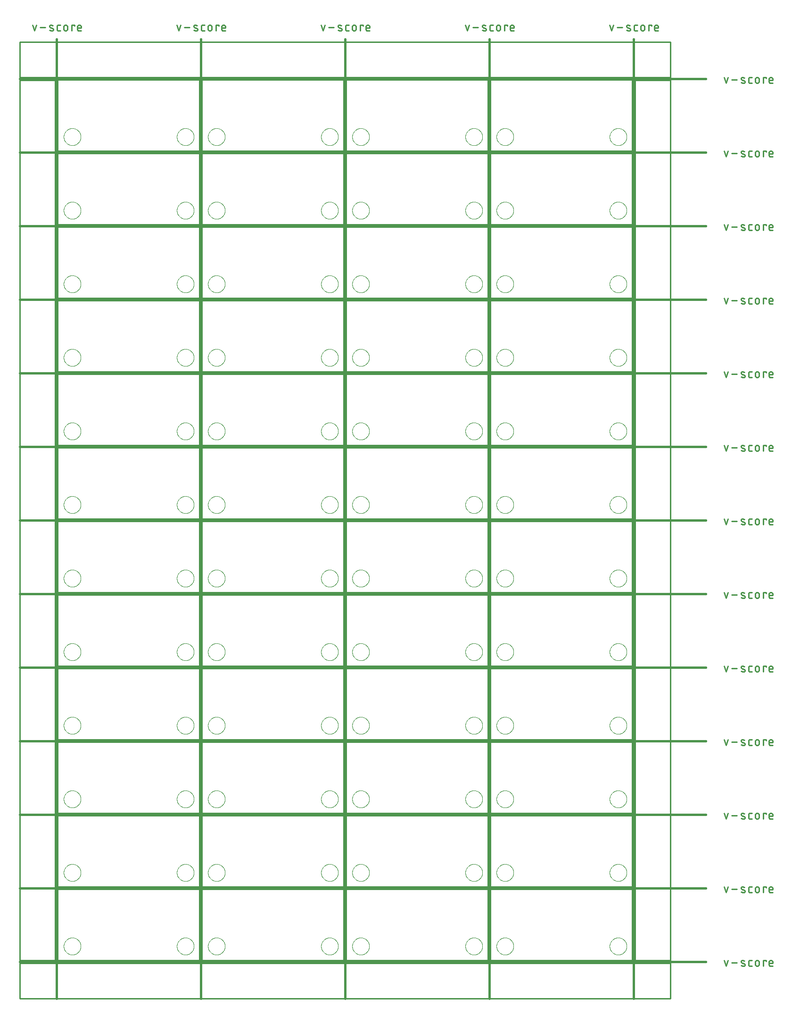
<source format=gko>
G04 EAGLE Gerber RS-274X export*
G75*
%MOMM*%
%FSLAX34Y34*%
%LPD*%
%IN*%
%IPPOS*%
%AMOC8*
5,1,8,0,0,1.08239X$1,22.5*%
G01*
%ADD10C,0.203200*%
%ADD11C,0.381000*%
%ADD12C,0.279400*%
%ADD13C,0.254000*%
%ADD14C,0.000000*%


D10*
X0Y0D02*
X254000Y0D01*
X254000Y127000D01*
X0Y127000D01*
X0Y0D01*
X259080Y0D02*
X513080Y0D01*
X513080Y127000D01*
X259080Y127000D01*
X259080Y0D01*
X518160Y0D02*
X772160Y0D01*
X772160Y127000D01*
X518160Y127000D01*
X518160Y0D01*
X777240Y0D02*
X1031240Y0D01*
X1031240Y127000D01*
X777240Y127000D01*
X777240Y0D01*
X254000Y132080D02*
X0Y132080D01*
X254000Y132080D02*
X254000Y259080D01*
X0Y259080D01*
X0Y132080D01*
X259080Y132080D02*
X513080Y132080D01*
X513080Y259080D01*
X259080Y259080D01*
X259080Y132080D01*
X518160Y132080D02*
X772160Y132080D01*
X772160Y259080D01*
X518160Y259080D01*
X518160Y132080D01*
X777240Y132080D02*
X1031240Y132080D01*
X1031240Y259080D01*
X777240Y259080D01*
X777240Y132080D01*
X254000Y264160D02*
X0Y264160D01*
X254000Y264160D02*
X254000Y391160D01*
X0Y391160D01*
X0Y264160D01*
X259080Y264160D02*
X513080Y264160D01*
X513080Y391160D01*
X259080Y391160D01*
X259080Y264160D01*
X518160Y264160D02*
X772160Y264160D01*
X772160Y391160D01*
X518160Y391160D01*
X518160Y264160D01*
X777240Y264160D02*
X1031240Y264160D01*
X1031240Y391160D01*
X777240Y391160D01*
X777240Y264160D01*
X254000Y396240D02*
X0Y396240D01*
X254000Y396240D02*
X254000Y523240D01*
X0Y523240D01*
X0Y396240D01*
X259080Y396240D02*
X513080Y396240D01*
X513080Y523240D01*
X259080Y523240D01*
X259080Y396240D01*
X518160Y396240D02*
X772160Y396240D01*
X772160Y523240D01*
X518160Y523240D01*
X518160Y396240D01*
X777240Y396240D02*
X1031240Y396240D01*
X1031240Y523240D01*
X777240Y523240D01*
X777240Y396240D01*
X254000Y528320D02*
X0Y528320D01*
X254000Y528320D02*
X254000Y655320D01*
X0Y655320D01*
X0Y528320D01*
X259080Y528320D02*
X513080Y528320D01*
X513080Y655320D01*
X259080Y655320D01*
X259080Y528320D01*
X518160Y528320D02*
X772160Y528320D01*
X772160Y655320D01*
X518160Y655320D01*
X518160Y528320D01*
X777240Y528320D02*
X1031240Y528320D01*
X1031240Y655320D01*
X777240Y655320D01*
X777240Y528320D01*
X254000Y660400D02*
X0Y660400D01*
X254000Y660400D02*
X254000Y787400D01*
X0Y787400D01*
X0Y660400D01*
X259080Y660400D02*
X513080Y660400D01*
X513080Y787400D01*
X259080Y787400D01*
X259080Y660400D01*
X518160Y660400D02*
X772160Y660400D01*
X772160Y787400D01*
X518160Y787400D01*
X518160Y660400D01*
X777240Y660400D02*
X1031240Y660400D01*
X1031240Y787400D01*
X777240Y787400D01*
X777240Y660400D01*
X254000Y792480D02*
X0Y792480D01*
X254000Y792480D02*
X254000Y919480D01*
X0Y919480D01*
X0Y792480D01*
X259080Y792480D02*
X513080Y792480D01*
X513080Y919480D01*
X259080Y919480D01*
X259080Y792480D01*
X518160Y792480D02*
X772160Y792480D01*
X772160Y919480D01*
X518160Y919480D01*
X518160Y792480D01*
X777240Y792480D02*
X1031240Y792480D01*
X1031240Y919480D01*
X777240Y919480D01*
X777240Y792480D01*
X254000Y924560D02*
X0Y924560D01*
X254000Y924560D02*
X254000Y1051560D01*
X0Y1051560D01*
X0Y924560D01*
X259080Y924560D02*
X513080Y924560D01*
X513080Y1051560D01*
X259080Y1051560D01*
X259080Y924560D01*
X518160Y924560D02*
X772160Y924560D01*
X772160Y1051560D01*
X518160Y1051560D01*
X518160Y924560D01*
X777240Y924560D02*
X1031240Y924560D01*
X1031240Y1051560D01*
X777240Y1051560D01*
X777240Y924560D01*
X254000Y1056640D02*
X0Y1056640D01*
X254000Y1056640D02*
X254000Y1183640D01*
X0Y1183640D01*
X0Y1056640D01*
X259080Y1056640D02*
X513080Y1056640D01*
X513080Y1183640D01*
X259080Y1183640D01*
X259080Y1056640D01*
X518160Y1056640D02*
X772160Y1056640D01*
X772160Y1183640D01*
X518160Y1183640D01*
X518160Y1056640D01*
X777240Y1056640D02*
X1031240Y1056640D01*
X1031240Y1183640D01*
X777240Y1183640D01*
X777240Y1056640D01*
X254000Y1188720D02*
X0Y1188720D01*
X254000Y1188720D02*
X254000Y1315720D01*
X0Y1315720D01*
X0Y1188720D01*
X259080Y1188720D02*
X513080Y1188720D01*
X513080Y1315720D01*
X259080Y1315720D01*
X259080Y1188720D01*
X518160Y1188720D02*
X772160Y1188720D01*
X772160Y1315720D01*
X518160Y1315720D01*
X518160Y1188720D01*
X777240Y1188720D02*
X1031240Y1188720D01*
X1031240Y1315720D01*
X777240Y1315720D01*
X777240Y1188720D01*
X254000Y1320800D02*
X0Y1320800D01*
X254000Y1320800D02*
X254000Y1447800D01*
X0Y1447800D01*
X0Y1320800D01*
X259080Y1320800D02*
X513080Y1320800D01*
X513080Y1447800D01*
X259080Y1447800D01*
X259080Y1320800D01*
X518160Y1320800D02*
X772160Y1320800D01*
X772160Y1447800D01*
X518160Y1447800D01*
X518160Y1320800D01*
X777240Y1320800D02*
X1031240Y1320800D01*
X1031240Y1447800D01*
X777240Y1447800D01*
X777240Y1320800D01*
X254000Y1452880D02*
X0Y1452880D01*
X254000Y1452880D02*
X254000Y1579880D01*
X0Y1579880D01*
X0Y1452880D01*
X259080Y1452880D02*
X513080Y1452880D01*
X513080Y1579880D01*
X259080Y1579880D01*
X259080Y1452880D01*
X518160Y1452880D02*
X772160Y1452880D01*
X772160Y1579880D01*
X518160Y1579880D01*
X518160Y1452880D01*
X777240Y1452880D02*
X1031240Y1452880D01*
X1031240Y1579880D01*
X777240Y1579880D01*
X777240Y1452880D01*
D11*
X-2540Y1653540D02*
X-2540Y-68580D01*
D12*
X-42921Y1668907D02*
X-46251Y1678898D01*
X-39590Y1678898D02*
X-42921Y1668907D01*
X-32806Y1674735D02*
X-22815Y1674735D01*
X-14261Y1674735D02*
X-10098Y1673070D01*
X-14261Y1674734D02*
X-14346Y1674770D01*
X-14429Y1674810D01*
X-14510Y1674853D01*
X-14590Y1674900D01*
X-14667Y1674950D01*
X-14743Y1675003D01*
X-14816Y1675059D01*
X-14886Y1675119D01*
X-14954Y1675181D01*
X-15019Y1675246D01*
X-15081Y1675314D01*
X-15141Y1675385D01*
X-15197Y1675458D01*
X-15250Y1675533D01*
X-15300Y1675611D01*
X-15346Y1675690D01*
X-15389Y1675772D01*
X-15429Y1675855D01*
X-15465Y1675940D01*
X-15497Y1676026D01*
X-15526Y1676114D01*
X-15550Y1676203D01*
X-15571Y1676293D01*
X-15588Y1676383D01*
X-15602Y1676474D01*
X-15611Y1676566D01*
X-15616Y1676658D01*
X-15618Y1676750D01*
X-15616Y1676842D01*
X-15609Y1676934D01*
X-15599Y1677026D01*
X-15585Y1677117D01*
X-15567Y1677208D01*
X-15545Y1677297D01*
X-15519Y1677386D01*
X-15489Y1677473D01*
X-15456Y1677559D01*
X-15419Y1677643D01*
X-15379Y1677726D01*
X-15335Y1677807D01*
X-15288Y1677886D01*
X-15237Y1677963D01*
X-15183Y1678038D01*
X-15126Y1678111D01*
X-15066Y1678181D01*
X-15003Y1678248D01*
X-14937Y1678312D01*
X-14869Y1678374D01*
X-14798Y1678433D01*
X-14724Y1678488D01*
X-14648Y1678541D01*
X-14570Y1678590D01*
X-14490Y1678636D01*
X-14409Y1678678D01*
X-14325Y1678717D01*
X-14240Y1678752D01*
X-14153Y1678783D01*
X-14065Y1678811D01*
X-13976Y1678835D01*
X-13886Y1678855D01*
X-13796Y1678872D01*
X-13704Y1678884D01*
X-13612Y1678893D01*
X-13520Y1678897D01*
X-13428Y1678898D01*
X-13201Y1678892D01*
X-12974Y1678881D01*
X-12747Y1678864D01*
X-12521Y1678841D01*
X-12295Y1678814D01*
X-12070Y1678780D01*
X-11846Y1678742D01*
X-11623Y1678698D01*
X-11401Y1678649D01*
X-11180Y1678594D01*
X-10961Y1678534D01*
X-10743Y1678469D01*
X-10527Y1678398D01*
X-10313Y1678323D01*
X-10100Y1678242D01*
X-9890Y1678156D01*
X-9681Y1678065D01*
X-10098Y1673070D02*
X-10013Y1673034D01*
X-9930Y1672994D01*
X-9849Y1672951D01*
X-9769Y1672904D01*
X-9692Y1672854D01*
X-9616Y1672801D01*
X-9543Y1672745D01*
X-9473Y1672685D01*
X-9405Y1672623D01*
X-9340Y1672558D01*
X-9278Y1672490D01*
X-9218Y1672419D01*
X-9162Y1672346D01*
X-9109Y1672271D01*
X-9059Y1672193D01*
X-9013Y1672114D01*
X-8970Y1672032D01*
X-8930Y1671949D01*
X-8894Y1671864D01*
X-8862Y1671778D01*
X-8833Y1671690D01*
X-8809Y1671601D01*
X-8788Y1671511D01*
X-8771Y1671421D01*
X-8757Y1671330D01*
X-8748Y1671238D01*
X-8743Y1671146D01*
X-8741Y1671054D01*
X-8743Y1670962D01*
X-8750Y1670870D01*
X-8760Y1670778D01*
X-8774Y1670687D01*
X-8792Y1670596D01*
X-8814Y1670507D01*
X-8840Y1670418D01*
X-8870Y1670331D01*
X-8903Y1670245D01*
X-8940Y1670161D01*
X-8980Y1670078D01*
X-9024Y1669997D01*
X-9071Y1669918D01*
X-9122Y1669841D01*
X-9176Y1669766D01*
X-9233Y1669693D01*
X-9293Y1669623D01*
X-9356Y1669556D01*
X-9422Y1669492D01*
X-9490Y1669430D01*
X-9561Y1669371D01*
X-9635Y1669316D01*
X-9711Y1669263D01*
X-9789Y1669214D01*
X-9869Y1669168D01*
X-9950Y1669126D01*
X-10034Y1669087D01*
X-10119Y1669052D01*
X-10206Y1669021D01*
X-10294Y1668993D01*
X-10383Y1668969D01*
X-10473Y1668949D01*
X-10563Y1668932D01*
X-10655Y1668920D01*
X-10747Y1668911D01*
X-10839Y1668907D01*
X-10931Y1668906D01*
X-10931Y1668907D02*
X-11265Y1668916D01*
X-11598Y1668933D01*
X-11931Y1668957D01*
X-12264Y1668990D01*
X-12595Y1669030D01*
X-12926Y1669078D01*
X-13255Y1669134D01*
X-13583Y1669197D01*
X-13909Y1669269D01*
X-14233Y1669348D01*
X-14556Y1669434D01*
X-14876Y1669529D01*
X-15194Y1669631D01*
X-15510Y1669740D01*
X562Y1668907D02*
X3892Y1668907D01*
X562Y1668907D02*
X464Y1668909D01*
X366Y1668915D01*
X268Y1668924D01*
X171Y1668938D01*
X75Y1668955D01*
X-21Y1668976D01*
X-116Y1669001D01*
X-210Y1669029D01*
X-303Y1669061D01*
X-394Y1669097D01*
X-484Y1669136D01*
X-572Y1669179D01*
X-659Y1669226D01*
X-743Y1669275D01*
X-826Y1669328D01*
X-906Y1669384D01*
X-985Y1669443D01*
X-1060Y1669506D01*
X-1134Y1669571D01*
X-1204Y1669639D01*
X-1272Y1669709D01*
X-1338Y1669783D01*
X-1400Y1669859D01*
X-1459Y1669937D01*
X-1515Y1670017D01*
X-1568Y1670100D01*
X-1618Y1670184D01*
X-1664Y1670271D01*
X-1707Y1670359D01*
X-1746Y1670449D01*
X-1782Y1670540D01*
X-1814Y1670633D01*
X-1842Y1670727D01*
X-1867Y1670822D01*
X-1888Y1670918D01*
X-1905Y1671014D01*
X-1919Y1671111D01*
X-1928Y1671209D01*
X-1934Y1671307D01*
X-1936Y1671405D01*
X-1936Y1676400D01*
X-1934Y1676498D01*
X-1928Y1676596D01*
X-1919Y1676694D01*
X-1905Y1676791D01*
X-1888Y1676887D01*
X-1867Y1676983D01*
X-1842Y1677078D01*
X-1814Y1677172D01*
X-1782Y1677265D01*
X-1746Y1677356D01*
X-1707Y1677446D01*
X-1664Y1677534D01*
X-1617Y1677621D01*
X-1568Y1677705D01*
X-1515Y1677788D01*
X-1459Y1677868D01*
X-1400Y1677946D01*
X-1337Y1678022D01*
X-1272Y1678096D01*
X-1204Y1678166D01*
X-1134Y1678234D01*
X-1060Y1678299D01*
X-984Y1678362D01*
X-906Y1678421D01*
X-826Y1678477D01*
X-743Y1678530D01*
X-659Y1678579D01*
X-572Y1678626D01*
X-484Y1678669D01*
X-394Y1678708D01*
X-303Y1678744D01*
X-210Y1678776D01*
X-116Y1678804D01*
X-21Y1678829D01*
X75Y1678850D01*
X171Y1678867D01*
X268Y1678881D01*
X366Y1678890D01*
X464Y1678896D01*
X562Y1678898D01*
X3892Y1678898D01*
X10022Y1675567D02*
X10022Y1672237D01*
X10022Y1675567D02*
X10024Y1675681D01*
X10030Y1675794D01*
X10039Y1675908D01*
X10053Y1676020D01*
X10070Y1676133D01*
X10092Y1676245D01*
X10117Y1676355D01*
X10145Y1676465D01*
X10178Y1676574D01*
X10214Y1676682D01*
X10254Y1676789D01*
X10298Y1676894D01*
X10345Y1676997D01*
X10395Y1677099D01*
X10449Y1677199D01*
X10507Y1677297D01*
X10568Y1677393D01*
X10631Y1677487D01*
X10699Y1677579D01*
X10769Y1677669D01*
X10842Y1677755D01*
X10918Y1677840D01*
X10997Y1677922D01*
X11079Y1678001D01*
X11164Y1678077D01*
X11250Y1678150D01*
X11340Y1678220D01*
X11432Y1678288D01*
X11526Y1678351D01*
X11622Y1678412D01*
X11720Y1678470D01*
X11820Y1678524D01*
X11922Y1678574D01*
X12025Y1678621D01*
X12130Y1678665D01*
X12237Y1678705D01*
X12345Y1678741D01*
X12454Y1678774D01*
X12564Y1678802D01*
X12674Y1678827D01*
X12786Y1678849D01*
X12899Y1678866D01*
X13011Y1678880D01*
X13125Y1678889D01*
X13238Y1678895D01*
X13352Y1678897D01*
X13466Y1678895D01*
X13579Y1678889D01*
X13693Y1678880D01*
X13805Y1678866D01*
X13918Y1678849D01*
X14030Y1678827D01*
X14140Y1678802D01*
X14250Y1678774D01*
X14359Y1678741D01*
X14467Y1678705D01*
X14574Y1678665D01*
X14679Y1678621D01*
X14782Y1678574D01*
X14884Y1678524D01*
X14984Y1678470D01*
X15082Y1678412D01*
X15178Y1678351D01*
X15272Y1678288D01*
X15364Y1678220D01*
X15454Y1678150D01*
X15540Y1678077D01*
X15625Y1678001D01*
X15707Y1677922D01*
X15786Y1677840D01*
X15862Y1677755D01*
X15935Y1677669D01*
X16005Y1677579D01*
X16073Y1677487D01*
X16136Y1677393D01*
X16197Y1677297D01*
X16255Y1677199D01*
X16309Y1677099D01*
X16359Y1676997D01*
X16406Y1676894D01*
X16450Y1676789D01*
X16490Y1676682D01*
X16526Y1676574D01*
X16559Y1676465D01*
X16587Y1676355D01*
X16612Y1676245D01*
X16634Y1676133D01*
X16651Y1676020D01*
X16665Y1675908D01*
X16674Y1675794D01*
X16680Y1675681D01*
X16682Y1675567D01*
X16682Y1672237D01*
X16680Y1672123D01*
X16674Y1672010D01*
X16665Y1671896D01*
X16651Y1671784D01*
X16634Y1671671D01*
X16612Y1671559D01*
X16587Y1671449D01*
X16559Y1671339D01*
X16526Y1671230D01*
X16490Y1671122D01*
X16450Y1671015D01*
X16406Y1670910D01*
X16359Y1670807D01*
X16309Y1670705D01*
X16255Y1670605D01*
X16197Y1670507D01*
X16136Y1670411D01*
X16073Y1670317D01*
X16005Y1670225D01*
X15935Y1670135D01*
X15862Y1670049D01*
X15786Y1669964D01*
X15707Y1669882D01*
X15625Y1669803D01*
X15540Y1669727D01*
X15454Y1669654D01*
X15364Y1669584D01*
X15272Y1669516D01*
X15178Y1669453D01*
X15082Y1669392D01*
X14984Y1669334D01*
X14884Y1669280D01*
X14782Y1669230D01*
X14679Y1669183D01*
X14574Y1669139D01*
X14467Y1669099D01*
X14359Y1669063D01*
X14250Y1669030D01*
X14140Y1669002D01*
X14030Y1668977D01*
X13918Y1668955D01*
X13805Y1668938D01*
X13693Y1668924D01*
X13579Y1668915D01*
X13466Y1668909D01*
X13352Y1668907D01*
X13238Y1668909D01*
X13125Y1668915D01*
X13011Y1668924D01*
X12899Y1668938D01*
X12786Y1668955D01*
X12674Y1668977D01*
X12564Y1669002D01*
X12454Y1669030D01*
X12345Y1669063D01*
X12237Y1669099D01*
X12130Y1669139D01*
X12025Y1669183D01*
X11922Y1669230D01*
X11820Y1669280D01*
X11720Y1669334D01*
X11622Y1669392D01*
X11526Y1669453D01*
X11432Y1669516D01*
X11340Y1669584D01*
X11250Y1669654D01*
X11164Y1669727D01*
X11079Y1669803D01*
X10997Y1669882D01*
X10918Y1669964D01*
X10842Y1670049D01*
X10769Y1670135D01*
X10699Y1670225D01*
X10631Y1670317D01*
X10568Y1670411D01*
X10507Y1670507D01*
X10449Y1670605D01*
X10395Y1670705D01*
X10345Y1670807D01*
X10298Y1670910D01*
X10254Y1671015D01*
X10214Y1671122D01*
X10178Y1671230D01*
X10145Y1671339D01*
X10117Y1671449D01*
X10092Y1671559D01*
X10070Y1671671D01*
X10053Y1671784D01*
X10039Y1671896D01*
X10030Y1672010D01*
X10024Y1672123D01*
X10022Y1672237D01*
X24218Y1668907D02*
X24218Y1678898D01*
X29213Y1678898D01*
X29213Y1677233D01*
X37008Y1668907D02*
X41171Y1668907D01*
X37008Y1668907D02*
X36910Y1668909D01*
X36812Y1668915D01*
X36714Y1668924D01*
X36617Y1668938D01*
X36521Y1668955D01*
X36425Y1668976D01*
X36330Y1669001D01*
X36236Y1669029D01*
X36143Y1669061D01*
X36052Y1669097D01*
X35962Y1669136D01*
X35874Y1669179D01*
X35787Y1669226D01*
X35703Y1669275D01*
X35620Y1669328D01*
X35540Y1669384D01*
X35462Y1669443D01*
X35386Y1669506D01*
X35312Y1669571D01*
X35242Y1669639D01*
X35174Y1669709D01*
X35109Y1669783D01*
X35046Y1669859D01*
X34987Y1669937D01*
X34931Y1670017D01*
X34878Y1670100D01*
X34829Y1670184D01*
X34782Y1670271D01*
X34739Y1670359D01*
X34700Y1670449D01*
X34664Y1670540D01*
X34632Y1670633D01*
X34604Y1670727D01*
X34579Y1670822D01*
X34558Y1670918D01*
X34541Y1671014D01*
X34527Y1671111D01*
X34518Y1671209D01*
X34512Y1671307D01*
X34510Y1671405D01*
X34510Y1675567D01*
X34511Y1675567D02*
X34513Y1675681D01*
X34519Y1675794D01*
X34528Y1675908D01*
X34542Y1676020D01*
X34559Y1676133D01*
X34581Y1676245D01*
X34606Y1676355D01*
X34634Y1676465D01*
X34667Y1676574D01*
X34703Y1676682D01*
X34743Y1676789D01*
X34787Y1676894D01*
X34834Y1676997D01*
X34884Y1677099D01*
X34938Y1677199D01*
X34996Y1677297D01*
X35057Y1677393D01*
X35120Y1677487D01*
X35188Y1677579D01*
X35258Y1677669D01*
X35331Y1677755D01*
X35407Y1677840D01*
X35486Y1677922D01*
X35568Y1678001D01*
X35653Y1678077D01*
X35739Y1678150D01*
X35829Y1678220D01*
X35921Y1678288D01*
X36015Y1678351D01*
X36111Y1678412D01*
X36209Y1678470D01*
X36309Y1678524D01*
X36411Y1678574D01*
X36514Y1678621D01*
X36619Y1678665D01*
X36726Y1678705D01*
X36834Y1678741D01*
X36943Y1678774D01*
X37053Y1678802D01*
X37163Y1678827D01*
X37275Y1678849D01*
X37388Y1678866D01*
X37500Y1678880D01*
X37614Y1678889D01*
X37727Y1678895D01*
X37841Y1678897D01*
X37955Y1678895D01*
X38068Y1678889D01*
X38182Y1678880D01*
X38294Y1678866D01*
X38407Y1678849D01*
X38519Y1678827D01*
X38629Y1678802D01*
X38739Y1678774D01*
X38848Y1678741D01*
X38956Y1678705D01*
X39063Y1678665D01*
X39168Y1678621D01*
X39271Y1678574D01*
X39373Y1678524D01*
X39473Y1678470D01*
X39571Y1678412D01*
X39667Y1678351D01*
X39761Y1678288D01*
X39853Y1678220D01*
X39943Y1678150D01*
X40029Y1678077D01*
X40114Y1678001D01*
X40196Y1677922D01*
X40275Y1677840D01*
X40351Y1677755D01*
X40424Y1677669D01*
X40494Y1677579D01*
X40562Y1677487D01*
X40625Y1677393D01*
X40686Y1677297D01*
X40744Y1677199D01*
X40798Y1677099D01*
X40848Y1676997D01*
X40895Y1676894D01*
X40939Y1676789D01*
X40979Y1676682D01*
X41015Y1676574D01*
X41048Y1676465D01*
X41076Y1676355D01*
X41101Y1676245D01*
X41123Y1676133D01*
X41140Y1676020D01*
X41154Y1675908D01*
X41163Y1675794D01*
X41169Y1675681D01*
X41171Y1675567D01*
X41171Y1673902D01*
X34510Y1673902D01*
D11*
X256540Y1653540D02*
X256540Y-68580D01*
D12*
X216159Y1668907D02*
X212829Y1678898D01*
X219490Y1678898D02*
X216159Y1668907D01*
X226274Y1674735D02*
X236265Y1674735D01*
X244819Y1674735D02*
X248982Y1673070D01*
X244819Y1674734D02*
X244734Y1674770D01*
X244651Y1674810D01*
X244570Y1674853D01*
X244490Y1674900D01*
X244413Y1674950D01*
X244337Y1675003D01*
X244264Y1675059D01*
X244194Y1675119D01*
X244126Y1675181D01*
X244061Y1675246D01*
X243999Y1675314D01*
X243939Y1675385D01*
X243883Y1675458D01*
X243830Y1675533D01*
X243780Y1675611D01*
X243734Y1675690D01*
X243691Y1675772D01*
X243651Y1675855D01*
X243615Y1675940D01*
X243583Y1676026D01*
X243554Y1676114D01*
X243530Y1676203D01*
X243509Y1676293D01*
X243492Y1676383D01*
X243478Y1676474D01*
X243469Y1676566D01*
X243464Y1676658D01*
X243462Y1676750D01*
X243464Y1676842D01*
X243471Y1676934D01*
X243481Y1677026D01*
X243495Y1677117D01*
X243513Y1677208D01*
X243535Y1677297D01*
X243561Y1677386D01*
X243591Y1677473D01*
X243624Y1677559D01*
X243661Y1677643D01*
X243701Y1677726D01*
X243745Y1677807D01*
X243792Y1677886D01*
X243843Y1677963D01*
X243897Y1678038D01*
X243954Y1678111D01*
X244014Y1678181D01*
X244077Y1678248D01*
X244143Y1678312D01*
X244211Y1678374D01*
X244282Y1678433D01*
X244356Y1678488D01*
X244432Y1678541D01*
X244510Y1678590D01*
X244590Y1678636D01*
X244671Y1678678D01*
X244755Y1678717D01*
X244840Y1678752D01*
X244927Y1678783D01*
X245015Y1678811D01*
X245104Y1678835D01*
X245194Y1678855D01*
X245284Y1678872D01*
X245376Y1678884D01*
X245468Y1678893D01*
X245560Y1678897D01*
X245652Y1678898D01*
X245879Y1678892D01*
X246106Y1678881D01*
X246333Y1678864D01*
X246559Y1678841D01*
X246785Y1678814D01*
X247010Y1678780D01*
X247234Y1678742D01*
X247457Y1678698D01*
X247679Y1678649D01*
X247900Y1678594D01*
X248119Y1678534D01*
X248337Y1678469D01*
X248553Y1678398D01*
X248767Y1678323D01*
X248980Y1678242D01*
X249190Y1678156D01*
X249399Y1678065D01*
X248982Y1673070D02*
X249067Y1673034D01*
X249150Y1672994D01*
X249231Y1672951D01*
X249311Y1672904D01*
X249388Y1672854D01*
X249464Y1672801D01*
X249537Y1672745D01*
X249607Y1672685D01*
X249675Y1672623D01*
X249740Y1672558D01*
X249802Y1672490D01*
X249862Y1672419D01*
X249918Y1672346D01*
X249971Y1672271D01*
X250021Y1672193D01*
X250067Y1672114D01*
X250110Y1672032D01*
X250150Y1671949D01*
X250186Y1671864D01*
X250218Y1671778D01*
X250247Y1671690D01*
X250271Y1671601D01*
X250292Y1671511D01*
X250309Y1671421D01*
X250323Y1671330D01*
X250332Y1671238D01*
X250337Y1671146D01*
X250339Y1671054D01*
X250337Y1670962D01*
X250330Y1670870D01*
X250320Y1670778D01*
X250306Y1670687D01*
X250288Y1670596D01*
X250266Y1670507D01*
X250240Y1670418D01*
X250210Y1670331D01*
X250177Y1670245D01*
X250140Y1670161D01*
X250100Y1670078D01*
X250056Y1669997D01*
X250009Y1669918D01*
X249958Y1669841D01*
X249904Y1669766D01*
X249847Y1669693D01*
X249787Y1669623D01*
X249724Y1669556D01*
X249658Y1669492D01*
X249590Y1669430D01*
X249519Y1669371D01*
X249445Y1669316D01*
X249369Y1669263D01*
X249291Y1669214D01*
X249211Y1669168D01*
X249130Y1669126D01*
X249046Y1669087D01*
X248961Y1669052D01*
X248874Y1669021D01*
X248786Y1668993D01*
X248697Y1668969D01*
X248607Y1668949D01*
X248517Y1668932D01*
X248425Y1668920D01*
X248333Y1668911D01*
X248241Y1668907D01*
X248149Y1668906D01*
X248149Y1668907D02*
X247815Y1668916D01*
X247482Y1668933D01*
X247149Y1668957D01*
X246816Y1668990D01*
X246485Y1669030D01*
X246154Y1669078D01*
X245825Y1669134D01*
X245497Y1669197D01*
X245171Y1669269D01*
X244847Y1669348D01*
X244524Y1669434D01*
X244204Y1669529D01*
X243886Y1669631D01*
X243570Y1669740D01*
X259642Y1668907D02*
X262972Y1668907D01*
X259642Y1668907D02*
X259544Y1668909D01*
X259446Y1668915D01*
X259348Y1668924D01*
X259251Y1668938D01*
X259155Y1668955D01*
X259059Y1668976D01*
X258964Y1669001D01*
X258870Y1669029D01*
X258777Y1669061D01*
X258686Y1669097D01*
X258596Y1669136D01*
X258508Y1669179D01*
X258421Y1669226D01*
X258337Y1669275D01*
X258254Y1669328D01*
X258174Y1669384D01*
X258096Y1669443D01*
X258020Y1669506D01*
X257946Y1669571D01*
X257876Y1669639D01*
X257808Y1669709D01*
X257743Y1669783D01*
X257680Y1669859D01*
X257621Y1669937D01*
X257565Y1670017D01*
X257512Y1670100D01*
X257463Y1670184D01*
X257416Y1670271D01*
X257373Y1670359D01*
X257334Y1670449D01*
X257298Y1670540D01*
X257266Y1670633D01*
X257238Y1670727D01*
X257213Y1670822D01*
X257192Y1670918D01*
X257175Y1671014D01*
X257161Y1671111D01*
X257152Y1671209D01*
X257146Y1671307D01*
X257144Y1671405D01*
X257144Y1676400D01*
X257146Y1676498D01*
X257152Y1676596D01*
X257161Y1676694D01*
X257175Y1676791D01*
X257192Y1676887D01*
X257213Y1676983D01*
X257238Y1677078D01*
X257266Y1677172D01*
X257298Y1677265D01*
X257334Y1677356D01*
X257373Y1677446D01*
X257416Y1677534D01*
X257463Y1677621D01*
X257512Y1677705D01*
X257565Y1677788D01*
X257621Y1677868D01*
X257680Y1677947D01*
X257743Y1678022D01*
X257808Y1678096D01*
X257876Y1678166D01*
X257946Y1678234D01*
X258020Y1678300D01*
X258096Y1678362D01*
X258174Y1678421D01*
X258254Y1678477D01*
X258337Y1678530D01*
X258421Y1678580D01*
X258508Y1678626D01*
X258596Y1678669D01*
X258686Y1678708D01*
X258777Y1678744D01*
X258870Y1678776D01*
X258964Y1678804D01*
X259059Y1678829D01*
X259155Y1678850D01*
X259251Y1678867D01*
X259348Y1678881D01*
X259446Y1678890D01*
X259544Y1678896D01*
X259642Y1678898D01*
X262972Y1678898D01*
X269102Y1675567D02*
X269102Y1672237D01*
X269102Y1675567D02*
X269104Y1675681D01*
X269110Y1675794D01*
X269119Y1675908D01*
X269133Y1676020D01*
X269150Y1676133D01*
X269172Y1676245D01*
X269197Y1676355D01*
X269225Y1676465D01*
X269258Y1676574D01*
X269294Y1676682D01*
X269334Y1676789D01*
X269378Y1676894D01*
X269425Y1676997D01*
X269475Y1677099D01*
X269529Y1677199D01*
X269587Y1677297D01*
X269648Y1677393D01*
X269711Y1677487D01*
X269779Y1677579D01*
X269849Y1677669D01*
X269922Y1677755D01*
X269998Y1677840D01*
X270077Y1677922D01*
X270159Y1678001D01*
X270244Y1678077D01*
X270330Y1678150D01*
X270420Y1678220D01*
X270512Y1678288D01*
X270606Y1678351D01*
X270702Y1678412D01*
X270800Y1678470D01*
X270900Y1678524D01*
X271002Y1678574D01*
X271105Y1678621D01*
X271210Y1678665D01*
X271317Y1678705D01*
X271425Y1678741D01*
X271534Y1678774D01*
X271644Y1678802D01*
X271754Y1678827D01*
X271866Y1678849D01*
X271979Y1678866D01*
X272091Y1678880D01*
X272205Y1678889D01*
X272318Y1678895D01*
X272432Y1678897D01*
X272546Y1678895D01*
X272659Y1678889D01*
X272773Y1678880D01*
X272885Y1678866D01*
X272998Y1678849D01*
X273110Y1678827D01*
X273220Y1678802D01*
X273330Y1678774D01*
X273439Y1678741D01*
X273547Y1678705D01*
X273654Y1678665D01*
X273759Y1678621D01*
X273862Y1678574D01*
X273964Y1678524D01*
X274064Y1678470D01*
X274162Y1678412D01*
X274258Y1678351D01*
X274352Y1678288D01*
X274444Y1678220D01*
X274534Y1678150D01*
X274620Y1678077D01*
X274705Y1678001D01*
X274787Y1677922D01*
X274866Y1677840D01*
X274942Y1677755D01*
X275015Y1677669D01*
X275085Y1677579D01*
X275153Y1677487D01*
X275216Y1677393D01*
X275277Y1677297D01*
X275335Y1677199D01*
X275389Y1677099D01*
X275439Y1676997D01*
X275486Y1676894D01*
X275530Y1676789D01*
X275570Y1676682D01*
X275606Y1676574D01*
X275639Y1676465D01*
X275667Y1676355D01*
X275692Y1676245D01*
X275714Y1676133D01*
X275731Y1676020D01*
X275745Y1675908D01*
X275754Y1675794D01*
X275760Y1675681D01*
X275762Y1675567D01*
X275762Y1672237D01*
X275760Y1672123D01*
X275754Y1672010D01*
X275745Y1671896D01*
X275731Y1671784D01*
X275714Y1671671D01*
X275692Y1671559D01*
X275667Y1671449D01*
X275639Y1671339D01*
X275606Y1671230D01*
X275570Y1671122D01*
X275530Y1671015D01*
X275486Y1670910D01*
X275439Y1670807D01*
X275389Y1670705D01*
X275335Y1670605D01*
X275277Y1670507D01*
X275216Y1670411D01*
X275153Y1670317D01*
X275085Y1670225D01*
X275015Y1670135D01*
X274942Y1670049D01*
X274866Y1669964D01*
X274787Y1669882D01*
X274705Y1669803D01*
X274620Y1669727D01*
X274534Y1669654D01*
X274444Y1669584D01*
X274352Y1669516D01*
X274258Y1669453D01*
X274162Y1669392D01*
X274064Y1669334D01*
X273964Y1669280D01*
X273862Y1669230D01*
X273759Y1669183D01*
X273654Y1669139D01*
X273547Y1669099D01*
X273439Y1669063D01*
X273330Y1669030D01*
X273220Y1669002D01*
X273110Y1668977D01*
X272998Y1668955D01*
X272885Y1668938D01*
X272773Y1668924D01*
X272659Y1668915D01*
X272546Y1668909D01*
X272432Y1668907D01*
X272318Y1668909D01*
X272205Y1668915D01*
X272091Y1668924D01*
X271979Y1668938D01*
X271866Y1668955D01*
X271754Y1668977D01*
X271644Y1669002D01*
X271534Y1669030D01*
X271425Y1669063D01*
X271317Y1669099D01*
X271210Y1669139D01*
X271105Y1669183D01*
X271002Y1669230D01*
X270900Y1669280D01*
X270800Y1669334D01*
X270702Y1669392D01*
X270606Y1669453D01*
X270512Y1669516D01*
X270420Y1669584D01*
X270330Y1669654D01*
X270244Y1669727D01*
X270159Y1669803D01*
X270077Y1669882D01*
X269998Y1669964D01*
X269922Y1670049D01*
X269849Y1670135D01*
X269779Y1670225D01*
X269711Y1670317D01*
X269648Y1670411D01*
X269587Y1670507D01*
X269529Y1670605D01*
X269475Y1670705D01*
X269425Y1670807D01*
X269378Y1670910D01*
X269334Y1671015D01*
X269294Y1671122D01*
X269258Y1671230D01*
X269225Y1671339D01*
X269197Y1671449D01*
X269172Y1671559D01*
X269150Y1671671D01*
X269133Y1671784D01*
X269119Y1671896D01*
X269110Y1672010D01*
X269104Y1672123D01*
X269102Y1672237D01*
X283298Y1668907D02*
X283298Y1678898D01*
X288293Y1678898D01*
X288293Y1677233D01*
X296088Y1668907D02*
X300251Y1668907D01*
X296088Y1668907D02*
X295990Y1668909D01*
X295892Y1668915D01*
X295794Y1668924D01*
X295697Y1668938D01*
X295601Y1668955D01*
X295505Y1668976D01*
X295410Y1669001D01*
X295316Y1669029D01*
X295223Y1669061D01*
X295132Y1669097D01*
X295042Y1669136D01*
X294954Y1669179D01*
X294867Y1669226D01*
X294783Y1669275D01*
X294700Y1669328D01*
X294620Y1669384D01*
X294542Y1669443D01*
X294466Y1669506D01*
X294392Y1669571D01*
X294322Y1669639D01*
X294254Y1669709D01*
X294189Y1669783D01*
X294126Y1669859D01*
X294067Y1669937D01*
X294011Y1670017D01*
X293958Y1670100D01*
X293909Y1670184D01*
X293862Y1670271D01*
X293819Y1670359D01*
X293780Y1670449D01*
X293744Y1670540D01*
X293712Y1670633D01*
X293684Y1670727D01*
X293659Y1670822D01*
X293638Y1670918D01*
X293621Y1671014D01*
X293607Y1671111D01*
X293598Y1671209D01*
X293592Y1671307D01*
X293590Y1671405D01*
X293590Y1675567D01*
X293591Y1675567D02*
X293593Y1675681D01*
X293599Y1675794D01*
X293608Y1675908D01*
X293622Y1676020D01*
X293639Y1676133D01*
X293661Y1676245D01*
X293686Y1676355D01*
X293714Y1676465D01*
X293747Y1676574D01*
X293783Y1676682D01*
X293823Y1676789D01*
X293867Y1676894D01*
X293914Y1676997D01*
X293964Y1677099D01*
X294018Y1677199D01*
X294076Y1677297D01*
X294137Y1677393D01*
X294200Y1677487D01*
X294268Y1677579D01*
X294338Y1677669D01*
X294411Y1677755D01*
X294487Y1677840D01*
X294566Y1677922D01*
X294648Y1678001D01*
X294733Y1678077D01*
X294819Y1678150D01*
X294909Y1678220D01*
X295001Y1678288D01*
X295095Y1678351D01*
X295191Y1678412D01*
X295289Y1678470D01*
X295389Y1678524D01*
X295491Y1678574D01*
X295594Y1678621D01*
X295699Y1678665D01*
X295806Y1678705D01*
X295914Y1678741D01*
X296023Y1678774D01*
X296133Y1678802D01*
X296243Y1678827D01*
X296355Y1678849D01*
X296468Y1678866D01*
X296580Y1678880D01*
X296694Y1678889D01*
X296807Y1678895D01*
X296921Y1678897D01*
X297035Y1678895D01*
X297148Y1678889D01*
X297262Y1678880D01*
X297374Y1678866D01*
X297487Y1678849D01*
X297599Y1678827D01*
X297709Y1678802D01*
X297819Y1678774D01*
X297928Y1678741D01*
X298036Y1678705D01*
X298143Y1678665D01*
X298248Y1678621D01*
X298351Y1678574D01*
X298453Y1678524D01*
X298553Y1678470D01*
X298651Y1678412D01*
X298747Y1678351D01*
X298841Y1678288D01*
X298933Y1678220D01*
X299023Y1678150D01*
X299109Y1678077D01*
X299194Y1678001D01*
X299276Y1677922D01*
X299355Y1677840D01*
X299431Y1677755D01*
X299504Y1677669D01*
X299574Y1677579D01*
X299642Y1677487D01*
X299705Y1677393D01*
X299766Y1677297D01*
X299824Y1677199D01*
X299878Y1677099D01*
X299928Y1676997D01*
X299975Y1676894D01*
X300019Y1676789D01*
X300059Y1676682D01*
X300095Y1676574D01*
X300128Y1676465D01*
X300156Y1676355D01*
X300181Y1676245D01*
X300203Y1676133D01*
X300220Y1676020D01*
X300234Y1675908D01*
X300243Y1675794D01*
X300249Y1675681D01*
X300251Y1675567D01*
X300251Y1673902D01*
X293590Y1673902D01*
D11*
X515620Y1653540D02*
X515620Y-68580D01*
D12*
X475239Y1668907D02*
X471909Y1678898D01*
X478570Y1678898D02*
X475239Y1668907D01*
X485354Y1674735D02*
X495345Y1674735D01*
X503899Y1674735D02*
X508062Y1673070D01*
X503899Y1674734D02*
X503814Y1674770D01*
X503731Y1674810D01*
X503650Y1674853D01*
X503570Y1674900D01*
X503493Y1674950D01*
X503417Y1675003D01*
X503344Y1675059D01*
X503274Y1675119D01*
X503206Y1675181D01*
X503141Y1675246D01*
X503079Y1675314D01*
X503019Y1675385D01*
X502963Y1675458D01*
X502910Y1675533D01*
X502860Y1675611D01*
X502814Y1675690D01*
X502771Y1675772D01*
X502731Y1675855D01*
X502695Y1675940D01*
X502663Y1676026D01*
X502634Y1676114D01*
X502610Y1676203D01*
X502589Y1676293D01*
X502572Y1676383D01*
X502558Y1676474D01*
X502549Y1676566D01*
X502544Y1676658D01*
X502542Y1676750D01*
X502544Y1676842D01*
X502551Y1676934D01*
X502561Y1677026D01*
X502575Y1677117D01*
X502593Y1677208D01*
X502615Y1677297D01*
X502641Y1677386D01*
X502671Y1677473D01*
X502704Y1677559D01*
X502741Y1677643D01*
X502781Y1677726D01*
X502825Y1677807D01*
X502872Y1677886D01*
X502923Y1677963D01*
X502977Y1678038D01*
X503034Y1678111D01*
X503094Y1678181D01*
X503157Y1678248D01*
X503223Y1678312D01*
X503291Y1678374D01*
X503362Y1678433D01*
X503436Y1678488D01*
X503512Y1678541D01*
X503590Y1678590D01*
X503670Y1678636D01*
X503751Y1678678D01*
X503835Y1678717D01*
X503920Y1678752D01*
X504007Y1678783D01*
X504095Y1678811D01*
X504184Y1678835D01*
X504274Y1678855D01*
X504364Y1678872D01*
X504456Y1678884D01*
X504548Y1678893D01*
X504640Y1678897D01*
X504732Y1678898D01*
X504959Y1678892D01*
X505186Y1678881D01*
X505413Y1678864D01*
X505639Y1678841D01*
X505865Y1678814D01*
X506090Y1678780D01*
X506314Y1678742D01*
X506537Y1678698D01*
X506759Y1678649D01*
X506980Y1678594D01*
X507199Y1678534D01*
X507417Y1678469D01*
X507633Y1678398D01*
X507847Y1678323D01*
X508060Y1678242D01*
X508270Y1678156D01*
X508479Y1678065D01*
X508062Y1673070D02*
X508147Y1673034D01*
X508230Y1672994D01*
X508311Y1672951D01*
X508391Y1672904D01*
X508468Y1672854D01*
X508544Y1672801D01*
X508617Y1672745D01*
X508687Y1672685D01*
X508755Y1672623D01*
X508820Y1672558D01*
X508882Y1672490D01*
X508942Y1672419D01*
X508998Y1672346D01*
X509051Y1672271D01*
X509101Y1672193D01*
X509147Y1672114D01*
X509190Y1672032D01*
X509230Y1671949D01*
X509266Y1671864D01*
X509298Y1671778D01*
X509327Y1671690D01*
X509351Y1671601D01*
X509372Y1671511D01*
X509389Y1671421D01*
X509403Y1671330D01*
X509412Y1671238D01*
X509417Y1671146D01*
X509419Y1671054D01*
X509417Y1670962D01*
X509410Y1670870D01*
X509400Y1670778D01*
X509386Y1670687D01*
X509368Y1670596D01*
X509346Y1670507D01*
X509320Y1670418D01*
X509290Y1670331D01*
X509257Y1670245D01*
X509220Y1670161D01*
X509180Y1670078D01*
X509136Y1669997D01*
X509089Y1669918D01*
X509038Y1669841D01*
X508984Y1669766D01*
X508927Y1669693D01*
X508867Y1669623D01*
X508804Y1669556D01*
X508738Y1669492D01*
X508670Y1669430D01*
X508599Y1669371D01*
X508525Y1669316D01*
X508449Y1669263D01*
X508371Y1669214D01*
X508291Y1669168D01*
X508210Y1669126D01*
X508126Y1669087D01*
X508041Y1669052D01*
X507954Y1669021D01*
X507866Y1668993D01*
X507777Y1668969D01*
X507687Y1668949D01*
X507597Y1668932D01*
X507505Y1668920D01*
X507413Y1668911D01*
X507321Y1668907D01*
X507229Y1668906D01*
X507229Y1668907D02*
X506895Y1668916D01*
X506562Y1668933D01*
X506229Y1668957D01*
X505896Y1668990D01*
X505565Y1669030D01*
X505234Y1669078D01*
X504905Y1669134D01*
X504577Y1669197D01*
X504251Y1669269D01*
X503927Y1669348D01*
X503604Y1669434D01*
X503284Y1669529D01*
X502966Y1669631D01*
X502650Y1669740D01*
X518722Y1668907D02*
X522052Y1668907D01*
X518722Y1668907D02*
X518624Y1668909D01*
X518526Y1668915D01*
X518428Y1668924D01*
X518331Y1668938D01*
X518235Y1668955D01*
X518139Y1668976D01*
X518044Y1669001D01*
X517950Y1669029D01*
X517857Y1669061D01*
X517766Y1669097D01*
X517676Y1669136D01*
X517588Y1669179D01*
X517501Y1669226D01*
X517417Y1669275D01*
X517334Y1669328D01*
X517254Y1669384D01*
X517176Y1669443D01*
X517100Y1669506D01*
X517026Y1669571D01*
X516956Y1669639D01*
X516888Y1669709D01*
X516823Y1669783D01*
X516760Y1669859D01*
X516701Y1669937D01*
X516645Y1670017D01*
X516592Y1670100D01*
X516543Y1670184D01*
X516496Y1670271D01*
X516453Y1670359D01*
X516414Y1670449D01*
X516378Y1670540D01*
X516346Y1670633D01*
X516318Y1670727D01*
X516293Y1670822D01*
X516272Y1670918D01*
X516255Y1671014D01*
X516241Y1671111D01*
X516232Y1671209D01*
X516226Y1671307D01*
X516224Y1671405D01*
X516224Y1676400D01*
X516226Y1676498D01*
X516232Y1676596D01*
X516241Y1676694D01*
X516255Y1676791D01*
X516272Y1676887D01*
X516293Y1676983D01*
X516318Y1677078D01*
X516346Y1677172D01*
X516378Y1677265D01*
X516414Y1677356D01*
X516453Y1677446D01*
X516496Y1677534D01*
X516543Y1677621D01*
X516592Y1677705D01*
X516645Y1677788D01*
X516701Y1677868D01*
X516760Y1677947D01*
X516823Y1678022D01*
X516888Y1678096D01*
X516956Y1678166D01*
X517026Y1678234D01*
X517100Y1678300D01*
X517176Y1678362D01*
X517254Y1678421D01*
X517334Y1678477D01*
X517417Y1678530D01*
X517501Y1678580D01*
X517588Y1678626D01*
X517676Y1678669D01*
X517766Y1678708D01*
X517857Y1678744D01*
X517950Y1678776D01*
X518044Y1678804D01*
X518139Y1678829D01*
X518235Y1678850D01*
X518331Y1678867D01*
X518428Y1678881D01*
X518526Y1678890D01*
X518624Y1678896D01*
X518722Y1678898D01*
X522052Y1678898D01*
X528182Y1675567D02*
X528182Y1672237D01*
X528182Y1675567D02*
X528184Y1675681D01*
X528190Y1675794D01*
X528199Y1675908D01*
X528213Y1676020D01*
X528230Y1676133D01*
X528252Y1676245D01*
X528277Y1676355D01*
X528305Y1676465D01*
X528338Y1676574D01*
X528374Y1676682D01*
X528414Y1676789D01*
X528458Y1676894D01*
X528505Y1676997D01*
X528555Y1677099D01*
X528609Y1677199D01*
X528667Y1677297D01*
X528728Y1677393D01*
X528791Y1677487D01*
X528859Y1677579D01*
X528929Y1677669D01*
X529002Y1677755D01*
X529078Y1677840D01*
X529157Y1677922D01*
X529239Y1678001D01*
X529324Y1678077D01*
X529410Y1678150D01*
X529500Y1678220D01*
X529592Y1678288D01*
X529686Y1678351D01*
X529782Y1678412D01*
X529880Y1678470D01*
X529980Y1678524D01*
X530082Y1678574D01*
X530185Y1678621D01*
X530290Y1678665D01*
X530397Y1678705D01*
X530505Y1678741D01*
X530614Y1678774D01*
X530724Y1678802D01*
X530834Y1678827D01*
X530946Y1678849D01*
X531059Y1678866D01*
X531171Y1678880D01*
X531285Y1678889D01*
X531398Y1678895D01*
X531512Y1678897D01*
X531626Y1678895D01*
X531739Y1678889D01*
X531853Y1678880D01*
X531965Y1678866D01*
X532078Y1678849D01*
X532190Y1678827D01*
X532300Y1678802D01*
X532410Y1678774D01*
X532519Y1678741D01*
X532627Y1678705D01*
X532734Y1678665D01*
X532839Y1678621D01*
X532942Y1678574D01*
X533044Y1678524D01*
X533144Y1678470D01*
X533242Y1678412D01*
X533338Y1678351D01*
X533432Y1678288D01*
X533524Y1678220D01*
X533614Y1678150D01*
X533700Y1678077D01*
X533785Y1678001D01*
X533867Y1677922D01*
X533946Y1677840D01*
X534022Y1677755D01*
X534095Y1677669D01*
X534165Y1677579D01*
X534233Y1677487D01*
X534296Y1677393D01*
X534357Y1677297D01*
X534415Y1677199D01*
X534469Y1677099D01*
X534519Y1676997D01*
X534566Y1676894D01*
X534610Y1676789D01*
X534650Y1676682D01*
X534686Y1676574D01*
X534719Y1676465D01*
X534747Y1676355D01*
X534772Y1676245D01*
X534794Y1676133D01*
X534811Y1676020D01*
X534825Y1675908D01*
X534834Y1675794D01*
X534840Y1675681D01*
X534842Y1675567D01*
X534842Y1672237D01*
X534840Y1672123D01*
X534834Y1672010D01*
X534825Y1671896D01*
X534811Y1671784D01*
X534794Y1671671D01*
X534772Y1671559D01*
X534747Y1671449D01*
X534719Y1671339D01*
X534686Y1671230D01*
X534650Y1671122D01*
X534610Y1671015D01*
X534566Y1670910D01*
X534519Y1670807D01*
X534469Y1670705D01*
X534415Y1670605D01*
X534357Y1670507D01*
X534296Y1670411D01*
X534233Y1670317D01*
X534165Y1670225D01*
X534095Y1670135D01*
X534022Y1670049D01*
X533946Y1669964D01*
X533867Y1669882D01*
X533785Y1669803D01*
X533700Y1669727D01*
X533614Y1669654D01*
X533524Y1669584D01*
X533432Y1669516D01*
X533338Y1669453D01*
X533242Y1669392D01*
X533144Y1669334D01*
X533044Y1669280D01*
X532942Y1669230D01*
X532839Y1669183D01*
X532734Y1669139D01*
X532627Y1669099D01*
X532519Y1669063D01*
X532410Y1669030D01*
X532300Y1669002D01*
X532190Y1668977D01*
X532078Y1668955D01*
X531965Y1668938D01*
X531853Y1668924D01*
X531739Y1668915D01*
X531626Y1668909D01*
X531512Y1668907D01*
X531398Y1668909D01*
X531285Y1668915D01*
X531171Y1668924D01*
X531059Y1668938D01*
X530946Y1668955D01*
X530834Y1668977D01*
X530724Y1669002D01*
X530614Y1669030D01*
X530505Y1669063D01*
X530397Y1669099D01*
X530290Y1669139D01*
X530185Y1669183D01*
X530082Y1669230D01*
X529980Y1669280D01*
X529880Y1669334D01*
X529782Y1669392D01*
X529686Y1669453D01*
X529592Y1669516D01*
X529500Y1669584D01*
X529410Y1669654D01*
X529324Y1669727D01*
X529239Y1669803D01*
X529157Y1669882D01*
X529078Y1669964D01*
X529002Y1670049D01*
X528929Y1670135D01*
X528859Y1670225D01*
X528791Y1670317D01*
X528728Y1670411D01*
X528667Y1670507D01*
X528609Y1670605D01*
X528555Y1670705D01*
X528505Y1670807D01*
X528458Y1670910D01*
X528414Y1671015D01*
X528374Y1671122D01*
X528338Y1671230D01*
X528305Y1671339D01*
X528277Y1671449D01*
X528252Y1671559D01*
X528230Y1671671D01*
X528213Y1671784D01*
X528199Y1671896D01*
X528190Y1672010D01*
X528184Y1672123D01*
X528182Y1672237D01*
X542378Y1668907D02*
X542378Y1678898D01*
X547373Y1678898D01*
X547373Y1677233D01*
X555168Y1668907D02*
X559331Y1668907D01*
X555168Y1668907D02*
X555070Y1668909D01*
X554972Y1668915D01*
X554874Y1668924D01*
X554777Y1668938D01*
X554681Y1668955D01*
X554585Y1668976D01*
X554490Y1669001D01*
X554396Y1669029D01*
X554303Y1669061D01*
X554212Y1669097D01*
X554122Y1669136D01*
X554034Y1669179D01*
X553947Y1669226D01*
X553863Y1669275D01*
X553780Y1669328D01*
X553700Y1669384D01*
X553622Y1669443D01*
X553546Y1669506D01*
X553472Y1669571D01*
X553402Y1669639D01*
X553334Y1669709D01*
X553269Y1669783D01*
X553206Y1669859D01*
X553147Y1669937D01*
X553091Y1670017D01*
X553038Y1670100D01*
X552989Y1670184D01*
X552942Y1670271D01*
X552899Y1670359D01*
X552860Y1670449D01*
X552824Y1670540D01*
X552792Y1670633D01*
X552764Y1670727D01*
X552739Y1670822D01*
X552718Y1670918D01*
X552701Y1671014D01*
X552687Y1671111D01*
X552678Y1671209D01*
X552672Y1671307D01*
X552670Y1671405D01*
X552670Y1675567D01*
X552671Y1675567D02*
X552673Y1675681D01*
X552679Y1675794D01*
X552688Y1675908D01*
X552702Y1676020D01*
X552719Y1676133D01*
X552741Y1676245D01*
X552766Y1676355D01*
X552794Y1676465D01*
X552827Y1676574D01*
X552863Y1676682D01*
X552903Y1676789D01*
X552947Y1676894D01*
X552994Y1676997D01*
X553044Y1677099D01*
X553098Y1677199D01*
X553156Y1677297D01*
X553217Y1677393D01*
X553280Y1677487D01*
X553348Y1677579D01*
X553418Y1677669D01*
X553491Y1677755D01*
X553567Y1677840D01*
X553646Y1677922D01*
X553728Y1678001D01*
X553813Y1678077D01*
X553899Y1678150D01*
X553989Y1678220D01*
X554081Y1678288D01*
X554175Y1678351D01*
X554271Y1678412D01*
X554369Y1678470D01*
X554469Y1678524D01*
X554571Y1678574D01*
X554674Y1678621D01*
X554779Y1678665D01*
X554886Y1678705D01*
X554994Y1678741D01*
X555103Y1678774D01*
X555213Y1678802D01*
X555323Y1678827D01*
X555435Y1678849D01*
X555548Y1678866D01*
X555660Y1678880D01*
X555774Y1678889D01*
X555887Y1678895D01*
X556001Y1678897D01*
X556115Y1678895D01*
X556228Y1678889D01*
X556342Y1678880D01*
X556454Y1678866D01*
X556567Y1678849D01*
X556679Y1678827D01*
X556789Y1678802D01*
X556899Y1678774D01*
X557008Y1678741D01*
X557116Y1678705D01*
X557223Y1678665D01*
X557328Y1678621D01*
X557431Y1678574D01*
X557533Y1678524D01*
X557633Y1678470D01*
X557731Y1678412D01*
X557827Y1678351D01*
X557921Y1678288D01*
X558013Y1678220D01*
X558103Y1678150D01*
X558189Y1678077D01*
X558274Y1678001D01*
X558356Y1677922D01*
X558435Y1677840D01*
X558511Y1677755D01*
X558584Y1677669D01*
X558654Y1677579D01*
X558722Y1677487D01*
X558785Y1677393D01*
X558846Y1677297D01*
X558904Y1677199D01*
X558958Y1677099D01*
X559008Y1676997D01*
X559055Y1676894D01*
X559099Y1676789D01*
X559139Y1676682D01*
X559175Y1676574D01*
X559208Y1676465D01*
X559236Y1676355D01*
X559261Y1676245D01*
X559283Y1676133D01*
X559300Y1676020D01*
X559314Y1675908D01*
X559323Y1675794D01*
X559329Y1675681D01*
X559331Y1675567D01*
X559331Y1673902D01*
X552670Y1673902D01*
D11*
X774700Y1653540D02*
X774700Y-68580D01*
D12*
X734319Y1668907D02*
X730989Y1678898D01*
X737650Y1678898D02*
X734319Y1668907D01*
X744434Y1674735D02*
X754425Y1674735D01*
X762979Y1674735D02*
X767142Y1673070D01*
X762979Y1674734D02*
X762894Y1674770D01*
X762811Y1674810D01*
X762730Y1674853D01*
X762650Y1674900D01*
X762573Y1674950D01*
X762497Y1675003D01*
X762424Y1675059D01*
X762354Y1675119D01*
X762286Y1675181D01*
X762221Y1675246D01*
X762159Y1675314D01*
X762099Y1675385D01*
X762043Y1675458D01*
X761990Y1675533D01*
X761940Y1675611D01*
X761894Y1675690D01*
X761851Y1675772D01*
X761811Y1675855D01*
X761775Y1675940D01*
X761743Y1676026D01*
X761714Y1676114D01*
X761690Y1676203D01*
X761669Y1676293D01*
X761652Y1676383D01*
X761638Y1676474D01*
X761629Y1676566D01*
X761624Y1676658D01*
X761622Y1676750D01*
X761624Y1676842D01*
X761631Y1676934D01*
X761641Y1677026D01*
X761655Y1677117D01*
X761673Y1677208D01*
X761695Y1677297D01*
X761721Y1677386D01*
X761751Y1677473D01*
X761784Y1677559D01*
X761821Y1677643D01*
X761861Y1677726D01*
X761905Y1677807D01*
X761952Y1677886D01*
X762003Y1677963D01*
X762057Y1678038D01*
X762114Y1678111D01*
X762174Y1678181D01*
X762237Y1678248D01*
X762303Y1678312D01*
X762371Y1678374D01*
X762442Y1678433D01*
X762516Y1678488D01*
X762592Y1678541D01*
X762670Y1678590D01*
X762750Y1678636D01*
X762831Y1678678D01*
X762915Y1678717D01*
X763000Y1678752D01*
X763087Y1678783D01*
X763175Y1678811D01*
X763264Y1678835D01*
X763354Y1678855D01*
X763444Y1678872D01*
X763536Y1678884D01*
X763628Y1678893D01*
X763720Y1678897D01*
X763812Y1678898D01*
X764039Y1678892D01*
X764266Y1678881D01*
X764493Y1678864D01*
X764719Y1678841D01*
X764945Y1678814D01*
X765170Y1678780D01*
X765394Y1678742D01*
X765617Y1678698D01*
X765839Y1678649D01*
X766060Y1678594D01*
X766279Y1678534D01*
X766497Y1678469D01*
X766713Y1678398D01*
X766927Y1678323D01*
X767140Y1678242D01*
X767350Y1678156D01*
X767559Y1678065D01*
X767142Y1673070D02*
X767227Y1673034D01*
X767310Y1672994D01*
X767391Y1672951D01*
X767471Y1672904D01*
X767548Y1672854D01*
X767624Y1672801D01*
X767697Y1672745D01*
X767767Y1672685D01*
X767835Y1672623D01*
X767900Y1672558D01*
X767962Y1672490D01*
X768022Y1672419D01*
X768078Y1672346D01*
X768131Y1672271D01*
X768181Y1672193D01*
X768227Y1672114D01*
X768270Y1672032D01*
X768310Y1671949D01*
X768346Y1671864D01*
X768378Y1671778D01*
X768407Y1671690D01*
X768431Y1671601D01*
X768452Y1671511D01*
X768469Y1671421D01*
X768483Y1671330D01*
X768492Y1671238D01*
X768497Y1671146D01*
X768499Y1671054D01*
X768497Y1670962D01*
X768490Y1670870D01*
X768480Y1670778D01*
X768466Y1670687D01*
X768448Y1670596D01*
X768426Y1670507D01*
X768400Y1670418D01*
X768370Y1670331D01*
X768337Y1670245D01*
X768300Y1670161D01*
X768260Y1670078D01*
X768216Y1669997D01*
X768169Y1669918D01*
X768118Y1669841D01*
X768064Y1669766D01*
X768007Y1669693D01*
X767947Y1669623D01*
X767884Y1669556D01*
X767818Y1669492D01*
X767750Y1669430D01*
X767679Y1669371D01*
X767605Y1669316D01*
X767529Y1669263D01*
X767451Y1669214D01*
X767371Y1669168D01*
X767290Y1669126D01*
X767206Y1669087D01*
X767121Y1669052D01*
X767034Y1669021D01*
X766946Y1668993D01*
X766857Y1668969D01*
X766767Y1668949D01*
X766677Y1668932D01*
X766585Y1668920D01*
X766493Y1668911D01*
X766401Y1668907D01*
X766309Y1668906D01*
X766309Y1668907D02*
X765975Y1668916D01*
X765642Y1668933D01*
X765309Y1668957D01*
X764976Y1668990D01*
X764645Y1669030D01*
X764314Y1669078D01*
X763985Y1669134D01*
X763657Y1669197D01*
X763331Y1669269D01*
X763007Y1669348D01*
X762684Y1669434D01*
X762364Y1669529D01*
X762046Y1669631D01*
X761730Y1669740D01*
X777802Y1668907D02*
X781132Y1668907D01*
X777802Y1668907D02*
X777704Y1668909D01*
X777606Y1668915D01*
X777508Y1668924D01*
X777411Y1668938D01*
X777315Y1668955D01*
X777219Y1668976D01*
X777124Y1669001D01*
X777030Y1669029D01*
X776937Y1669061D01*
X776846Y1669097D01*
X776756Y1669136D01*
X776668Y1669179D01*
X776581Y1669226D01*
X776497Y1669275D01*
X776414Y1669328D01*
X776334Y1669384D01*
X776256Y1669443D01*
X776180Y1669506D01*
X776106Y1669571D01*
X776036Y1669639D01*
X775968Y1669709D01*
X775903Y1669783D01*
X775840Y1669859D01*
X775781Y1669937D01*
X775725Y1670017D01*
X775672Y1670100D01*
X775623Y1670184D01*
X775576Y1670271D01*
X775533Y1670359D01*
X775494Y1670449D01*
X775458Y1670540D01*
X775426Y1670633D01*
X775398Y1670727D01*
X775373Y1670822D01*
X775352Y1670918D01*
X775335Y1671014D01*
X775321Y1671111D01*
X775312Y1671209D01*
X775306Y1671307D01*
X775304Y1671405D01*
X775304Y1676400D01*
X775306Y1676498D01*
X775312Y1676596D01*
X775321Y1676694D01*
X775335Y1676791D01*
X775352Y1676887D01*
X775373Y1676983D01*
X775398Y1677078D01*
X775426Y1677172D01*
X775458Y1677265D01*
X775494Y1677356D01*
X775533Y1677446D01*
X775576Y1677534D01*
X775623Y1677621D01*
X775672Y1677705D01*
X775725Y1677788D01*
X775781Y1677868D01*
X775840Y1677947D01*
X775903Y1678022D01*
X775968Y1678096D01*
X776036Y1678166D01*
X776106Y1678234D01*
X776180Y1678300D01*
X776256Y1678362D01*
X776334Y1678421D01*
X776414Y1678477D01*
X776497Y1678530D01*
X776581Y1678580D01*
X776668Y1678626D01*
X776756Y1678669D01*
X776846Y1678708D01*
X776937Y1678744D01*
X777030Y1678776D01*
X777124Y1678804D01*
X777219Y1678829D01*
X777315Y1678850D01*
X777411Y1678867D01*
X777508Y1678881D01*
X777606Y1678890D01*
X777704Y1678896D01*
X777802Y1678898D01*
X781132Y1678898D01*
X787262Y1675567D02*
X787262Y1672237D01*
X787262Y1675567D02*
X787264Y1675681D01*
X787270Y1675794D01*
X787279Y1675908D01*
X787293Y1676020D01*
X787310Y1676133D01*
X787332Y1676245D01*
X787357Y1676355D01*
X787385Y1676465D01*
X787418Y1676574D01*
X787454Y1676682D01*
X787494Y1676789D01*
X787538Y1676894D01*
X787585Y1676997D01*
X787635Y1677099D01*
X787689Y1677199D01*
X787747Y1677297D01*
X787808Y1677393D01*
X787871Y1677487D01*
X787939Y1677579D01*
X788009Y1677669D01*
X788082Y1677755D01*
X788158Y1677840D01*
X788237Y1677922D01*
X788319Y1678001D01*
X788404Y1678077D01*
X788490Y1678150D01*
X788580Y1678220D01*
X788672Y1678288D01*
X788766Y1678351D01*
X788862Y1678412D01*
X788960Y1678470D01*
X789060Y1678524D01*
X789162Y1678574D01*
X789265Y1678621D01*
X789370Y1678665D01*
X789477Y1678705D01*
X789585Y1678741D01*
X789694Y1678774D01*
X789804Y1678802D01*
X789914Y1678827D01*
X790026Y1678849D01*
X790139Y1678866D01*
X790251Y1678880D01*
X790365Y1678889D01*
X790478Y1678895D01*
X790592Y1678897D01*
X790706Y1678895D01*
X790819Y1678889D01*
X790933Y1678880D01*
X791045Y1678866D01*
X791158Y1678849D01*
X791270Y1678827D01*
X791380Y1678802D01*
X791490Y1678774D01*
X791599Y1678741D01*
X791707Y1678705D01*
X791814Y1678665D01*
X791919Y1678621D01*
X792022Y1678574D01*
X792124Y1678524D01*
X792224Y1678470D01*
X792322Y1678412D01*
X792418Y1678351D01*
X792512Y1678288D01*
X792604Y1678220D01*
X792694Y1678150D01*
X792780Y1678077D01*
X792865Y1678001D01*
X792947Y1677922D01*
X793026Y1677840D01*
X793102Y1677755D01*
X793175Y1677669D01*
X793245Y1677579D01*
X793313Y1677487D01*
X793376Y1677393D01*
X793437Y1677297D01*
X793495Y1677199D01*
X793549Y1677099D01*
X793599Y1676997D01*
X793646Y1676894D01*
X793690Y1676789D01*
X793730Y1676682D01*
X793766Y1676574D01*
X793799Y1676465D01*
X793827Y1676355D01*
X793852Y1676245D01*
X793874Y1676133D01*
X793891Y1676020D01*
X793905Y1675908D01*
X793914Y1675794D01*
X793920Y1675681D01*
X793922Y1675567D01*
X793922Y1672237D01*
X793920Y1672123D01*
X793914Y1672010D01*
X793905Y1671896D01*
X793891Y1671784D01*
X793874Y1671671D01*
X793852Y1671559D01*
X793827Y1671449D01*
X793799Y1671339D01*
X793766Y1671230D01*
X793730Y1671122D01*
X793690Y1671015D01*
X793646Y1670910D01*
X793599Y1670807D01*
X793549Y1670705D01*
X793495Y1670605D01*
X793437Y1670507D01*
X793376Y1670411D01*
X793313Y1670317D01*
X793245Y1670225D01*
X793175Y1670135D01*
X793102Y1670049D01*
X793026Y1669964D01*
X792947Y1669882D01*
X792865Y1669803D01*
X792780Y1669727D01*
X792694Y1669654D01*
X792604Y1669584D01*
X792512Y1669516D01*
X792418Y1669453D01*
X792322Y1669392D01*
X792224Y1669334D01*
X792124Y1669280D01*
X792022Y1669230D01*
X791919Y1669183D01*
X791814Y1669139D01*
X791707Y1669099D01*
X791599Y1669063D01*
X791490Y1669030D01*
X791380Y1669002D01*
X791270Y1668977D01*
X791158Y1668955D01*
X791045Y1668938D01*
X790933Y1668924D01*
X790819Y1668915D01*
X790706Y1668909D01*
X790592Y1668907D01*
X790478Y1668909D01*
X790365Y1668915D01*
X790251Y1668924D01*
X790139Y1668938D01*
X790026Y1668955D01*
X789914Y1668977D01*
X789804Y1669002D01*
X789694Y1669030D01*
X789585Y1669063D01*
X789477Y1669099D01*
X789370Y1669139D01*
X789265Y1669183D01*
X789162Y1669230D01*
X789060Y1669280D01*
X788960Y1669334D01*
X788862Y1669392D01*
X788766Y1669453D01*
X788672Y1669516D01*
X788580Y1669584D01*
X788490Y1669654D01*
X788404Y1669727D01*
X788319Y1669803D01*
X788237Y1669882D01*
X788158Y1669964D01*
X788082Y1670049D01*
X788009Y1670135D01*
X787939Y1670225D01*
X787871Y1670317D01*
X787808Y1670411D01*
X787747Y1670507D01*
X787689Y1670605D01*
X787635Y1670705D01*
X787585Y1670807D01*
X787538Y1670910D01*
X787494Y1671015D01*
X787454Y1671122D01*
X787418Y1671230D01*
X787385Y1671339D01*
X787357Y1671449D01*
X787332Y1671559D01*
X787310Y1671671D01*
X787293Y1671784D01*
X787279Y1671896D01*
X787270Y1672010D01*
X787264Y1672123D01*
X787262Y1672237D01*
X801458Y1668907D02*
X801458Y1678898D01*
X806453Y1678898D01*
X806453Y1677233D01*
X814248Y1668907D02*
X818411Y1668907D01*
X814248Y1668907D02*
X814150Y1668909D01*
X814052Y1668915D01*
X813954Y1668924D01*
X813857Y1668938D01*
X813761Y1668955D01*
X813665Y1668976D01*
X813570Y1669001D01*
X813476Y1669029D01*
X813383Y1669061D01*
X813292Y1669097D01*
X813202Y1669136D01*
X813114Y1669179D01*
X813027Y1669226D01*
X812943Y1669275D01*
X812860Y1669328D01*
X812780Y1669384D01*
X812702Y1669443D01*
X812626Y1669506D01*
X812552Y1669571D01*
X812482Y1669639D01*
X812414Y1669709D01*
X812349Y1669783D01*
X812286Y1669859D01*
X812227Y1669937D01*
X812171Y1670017D01*
X812118Y1670100D01*
X812069Y1670184D01*
X812022Y1670271D01*
X811979Y1670359D01*
X811940Y1670449D01*
X811904Y1670540D01*
X811872Y1670633D01*
X811844Y1670727D01*
X811819Y1670822D01*
X811798Y1670918D01*
X811781Y1671014D01*
X811767Y1671111D01*
X811758Y1671209D01*
X811752Y1671307D01*
X811750Y1671405D01*
X811750Y1675567D01*
X811751Y1675567D02*
X811753Y1675681D01*
X811759Y1675794D01*
X811768Y1675908D01*
X811782Y1676020D01*
X811799Y1676133D01*
X811821Y1676245D01*
X811846Y1676355D01*
X811874Y1676465D01*
X811907Y1676574D01*
X811943Y1676682D01*
X811983Y1676789D01*
X812027Y1676894D01*
X812074Y1676997D01*
X812124Y1677099D01*
X812178Y1677199D01*
X812236Y1677297D01*
X812297Y1677393D01*
X812360Y1677487D01*
X812428Y1677579D01*
X812498Y1677669D01*
X812571Y1677755D01*
X812647Y1677840D01*
X812726Y1677922D01*
X812808Y1678001D01*
X812893Y1678077D01*
X812979Y1678150D01*
X813069Y1678220D01*
X813161Y1678288D01*
X813255Y1678351D01*
X813351Y1678412D01*
X813449Y1678470D01*
X813549Y1678524D01*
X813651Y1678574D01*
X813754Y1678621D01*
X813859Y1678665D01*
X813966Y1678705D01*
X814074Y1678741D01*
X814183Y1678774D01*
X814293Y1678802D01*
X814403Y1678827D01*
X814515Y1678849D01*
X814628Y1678866D01*
X814740Y1678880D01*
X814854Y1678889D01*
X814967Y1678895D01*
X815081Y1678897D01*
X815195Y1678895D01*
X815308Y1678889D01*
X815422Y1678880D01*
X815534Y1678866D01*
X815647Y1678849D01*
X815759Y1678827D01*
X815869Y1678802D01*
X815979Y1678774D01*
X816088Y1678741D01*
X816196Y1678705D01*
X816303Y1678665D01*
X816408Y1678621D01*
X816511Y1678574D01*
X816613Y1678524D01*
X816713Y1678470D01*
X816811Y1678412D01*
X816907Y1678351D01*
X817001Y1678288D01*
X817093Y1678220D01*
X817183Y1678150D01*
X817269Y1678077D01*
X817354Y1678001D01*
X817436Y1677922D01*
X817515Y1677840D01*
X817591Y1677755D01*
X817664Y1677669D01*
X817734Y1677579D01*
X817802Y1677487D01*
X817865Y1677393D01*
X817926Y1677297D01*
X817984Y1677199D01*
X818038Y1677099D01*
X818088Y1676997D01*
X818135Y1676894D01*
X818179Y1676789D01*
X818219Y1676682D01*
X818255Y1676574D01*
X818288Y1676465D01*
X818316Y1676355D01*
X818341Y1676245D01*
X818363Y1676133D01*
X818380Y1676020D01*
X818394Y1675908D01*
X818403Y1675794D01*
X818409Y1675681D01*
X818411Y1675567D01*
X818411Y1673902D01*
X811750Y1673902D01*
D11*
X1033780Y1653540D02*
X1033780Y-68580D01*
D12*
X993399Y1668907D02*
X990069Y1678898D01*
X996730Y1678898D02*
X993399Y1668907D01*
X1003514Y1674735D02*
X1013505Y1674735D01*
X1022059Y1674735D02*
X1026222Y1673070D01*
X1022059Y1674734D02*
X1021974Y1674770D01*
X1021891Y1674810D01*
X1021810Y1674853D01*
X1021730Y1674900D01*
X1021653Y1674950D01*
X1021577Y1675003D01*
X1021504Y1675059D01*
X1021434Y1675119D01*
X1021366Y1675181D01*
X1021301Y1675246D01*
X1021239Y1675314D01*
X1021179Y1675385D01*
X1021123Y1675458D01*
X1021070Y1675533D01*
X1021020Y1675611D01*
X1020974Y1675690D01*
X1020931Y1675772D01*
X1020891Y1675855D01*
X1020855Y1675940D01*
X1020823Y1676026D01*
X1020794Y1676114D01*
X1020770Y1676203D01*
X1020749Y1676293D01*
X1020732Y1676383D01*
X1020718Y1676474D01*
X1020709Y1676566D01*
X1020704Y1676658D01*
X1020702Y1676750D01*
X1020704Y1676842D01*
X1020711Y1676934D01*
X1020721Y1677026D01*
X1020735Y1677117D01*
X1020753Y1677208D01*
X1020775Y1677297D01*
X1020801Y1677386D01*
X1020831Y1677473D01*
X1020864Y1677559D01*
X1020901Y1677643D01*
X1020941Y1677726D01*
X1020985Y1677807D01*
X1021032Y1677886D01*
X1021083Y1677963D01*
X1021137Y1678038D01*
X1021194Y1678111D01*
X1021254Y1678181D01*
X1021317Y1678248D01*
X1021383Y1678312D01*
X1021451Y1678374D01*
X1021522Y1678433D01*
X1021596Y1678488D01*
X1021672Y1678541D01*
X1021750Y1678590D01*
X1021830Y1678636D01*
X1021911Y1678678D01*
X1021995Y1678717D01*
X1022080Y1678752D01*
X1022167Y1678783D01*
X1022255Y1678811D01*
X1022344Y1678835D01*
X1022434Y1678855D01*
X1022524Y1678872D01*
X1022616Y1678884D01*
X1022708Y1678893D01*
X1022800Y1678897D01*
X1022892Y1678898D01*
X1023119Y1678892D01*
X1023346Y1678881D01*
X1023573Y1678864D01*
X1023799Y1678841D01*
X1024025Y1678814D01*
X1024250Y1678780D01*
X1024474Y1678742D01*
X1024697Y1678698D01*
X1024919Y1678649D01*
X1025140Y1678594D01*
X1025359Y1678534D01*
X1025577Y1678469D01*
X1025793Y1678398D01*
X1026007Y1678323D01*
X1026220Y1678242D01*
X1026430Y1678156D01*
X1026639Y1678065D01*
X1026222Y1673070D02*
X1026307Y1673034D01*
X1026390Y1672994D01*
X1026471Y1672951D01*
X1026551Y1672904D01*
X1026628Y1672854D01*
X1026704Y1672801D01*
X1026777Y1672745D01*
X1026847Y1672685D01*
X1026915Y1672623D01*
X1026980Y1672558D01*
X1027042Y1672490D01*
X1027102Y1672419D01*
X1027158Y1672346D01*
X1027211Y1672271D01*
X1027261Y1672193D01*
X1027307Y1672114D01*
X1027350Y1672032D01*
X1027390Y1671949D01*
X1027426Y1671864D01*
X1027458Y1671778D01*
X1027487Y1671690D01*
X1027511Y1671601D01*
X1027532Y1671511D01*
X1027549Y1671421D01*
X1027563Y1671330D01*
X1027572Y1671238D01*
X1027577Y1671146D01*
X1027579Y1671054D01*
X1027577Y1670962D01*
X1027570Y1670870D01*
X1027560Y1670778D01*
X1027546Y1670687D01*
X1027528Y1670596D01*
X1027506Y1670507D01*
X1027480Y1670418D01*
X1027450Y1670331D01*
X1027417Y1670245D01*
X1027380Y1670161D01*
X1027340Y1670078D01*
X1027296Y1669997D01*
X1027249Y1669918D01*
X1027198Y1669841D01*
X1027144Y1669766D01*
X1027087Y1669693D01*
X1027027Y1669623D01*
X1026964Y1669556D01*
X1026898Y1669492D01*
X1026830Y1669430D01*
X1026759Y1669371D01*
X1026685Y1669316D01*
X1026609Y1669263D01*
X1026531Y1669214D01*
X1026451Y1669168D01*
X1026370Y1669126D01*
X1026286Y1669087D01*
X1026201Y1669052D01*
X1026114Y1669021D01*
X1026026Y1668993D01*
X1025937Y1668969D01*
X1025847Y1668949D01*
X1025757Y1668932D01*
X1025665Y1668920D01*
X1025573Y1668911D01*
X1025481Y1668907D01*
X1025389Y1668906D01*
X1025389Y1668907D02*
X1025055Y1668916D01*
X1024722Y1668933D01*
X1024389Y1668957D01*
X1024056Y1668990D01*
X1023725Y1669030D01*
X1023394Y1669078D01*
X1023065Y1669134D01*
X1022737Y1669197D01*
X1022411Y1669269D01*
X1022087Y1669348D01*
X1021764Y1669434D01*
X1021444Y1669529D01*
X1021126Y1669631D01*
X1020810Y1669740D01*
X1036882Y1668907D02*
X1040212Y1668907D01*
X1036882Y1668907D02*
X1036784Y1668909D01*
X1036686Y1668915D01*
X1036588Y1668924D01*
X1036491Y1668938D01*
X1036395Y1668955D01*
X1036299Y1668976D01*
X1036204Y1669001D01*
X1036110Y1669029D01*
X1036017Y1669061D01*
X1035926Y1669097D01*
X1035836Y1669136D01*
X1035748Y1669179D01*
X1035661Y1669226D01*
X1035577Y1669275D01*
X1035494Y1669328D01*
X1035414Y1669384D01*
X1035336Y1669443D01*
X1035260Y1669506D01*
X1035186Y1669571D01*
X1035116Y1669639D01*
X1035048Y1669709D01*
X1034983Y1669783D01*
X1034920Y1669859D01*
X1034861Y1669937D01*
X1034805Y1670017D01*
X1034752Y1670100D01*
X1034703Y1670184D01*
X1034656Y1670271D01*
X1034613Y1670359D01*
X1034574Y1670449D01*
X1034538Y1670540D01*
X1034506Y1670633D01*
X1034478Y1670727D01*
X1034453Y1670822D01*
X1034432Y1670918D01*
X1034415Y1671014D01*
X1034401Y1671111D01*
X1034392Y1671209D01*
X1034386Y1671307D01*
X1034384Y1671405D01*
X1034384Y1676400D01*
X1034386Y1676498D01*
X1034392Y1676596D01*
X1034401Y1676694D01*
X1034415Y1676791D01*
X1034432Y1676887D01*
X1034453Y1676983D01*
X1034478Y1677078D01*
X1034506Y1677172D01*
X1034538Y1677265D01*
X1034574Y1677356D01*
X1034613Y1677446D01*
X1034656Y1677534D01*
X1034703Y1677621D01*
X1034752Y1677705D01*
X1034805Y1677788D01*
X1034861Y1677868D01*
X1034920Y1677947D01*
X1034983Y1678022D01*
X1035048Y1678096D01*
X1035116Y1678166D01*
X1035186Y1678234D01*
X1035260Y1678300D01*
X1035336Y1678362D01*
X1035414Y1678421D01*
X1035494Y1678477D01*
X1035577Y1678530D01*
X1035661Y1678580D01*
X1035748Y1678626D01*
X1035836Y1678669D01*
X1035926Y1678708D01*
X1036017Y1678744D01*
X1036110Y1678776D01*
X1036204Y1678804D01*
X1036299Y1678829D01*
X1036395Y1678850D01*
X1036491Y1678867D01*
X1036588Y1678881D01*
X1036686Y1678890D01*
X1036784Y1678896D01*
X1036882Y1678898D01*
X1040212Y1678898D01*
X1046342Y1675567D02*
X1046342Y1672237D01*
X1046342Y1675567D02*
X1046344Y1675681D01*
X1046350Y1675794D01*
X1046359Y1675908D01*
X1046373Y1676020D01*
X1046390Y1676133D01*
X1046412Y1676245D01*
X1046437Y1676355D01*
X1046465Y1676465D01*
X1046498Y1676574D01*
X1046534Y1676682D01*
X1046574Y1676789D01*
X1046618Y1676894D01*
X1046665Y1676997D01*
X1046715Y1677099D01*
X1046769Y1677199D01*
X1046827Y1677297D01*
X1046888Y1677393D01*
X1046951Y1677487D01*
X1047019Y1677579D01*
X1047089Y1677669D01*
X1047162Y1677755D01*
X1047238Y1677840D01*
X1047317Y1677922D01*
X1047399Y1678001D01*
X1047484Y1678077D01*
X1047570Y1678150D01*
X1047660Y1678220D01*
X1047752Y1678288D01*
X1047846Y1678351D01*
X1047942Y1678412D01*
X1048040Y1678470D01*
X1048140Y1678524D01*
X1048242Y1678574D01*
X1048345Y1678621D01*
X1048450Y1678665D01*
X1048557Y1678705D01*
X1048665Y1678741D01*
X1048774Y1678774D01*
X1048884Y1678802D01*
X1048994Y1678827D01*
X1049106Y1678849D01*
X1049219Y1678866D01*
X1049331Y1678880D01*
X1049445Y1678889D01*
X1049558Y1678895D01*
X1049672Y1678897D01*
X1049786Y1678895D01*
X1049899Y1678889D01*
X1050013Y1678880D01*
X1050125Y1678866D01*
X1050238Y1678849D01*
X1050350Y1678827D01*
X1050460Y1678802D01*
X1050570Y1678774D01*
X1050679Y1678741D01*
X1050787Y1678705D01*
X1050894Y1678665D01*
X1050999Y1678621D01*
X1051102Y1678574D01*
X1051204Y1678524D01*
X1051304Y1678470D01*
X1051402Y1678412D01*
X1051498Y1678351D01*
X1051592Y1678288D01*
X1051684Y1678220D01*
X1051774Y1678150D01*
X1051860Y1678077D01*
X1051945Y1678001D01*
X1052027Y1677922D01*
X1052106Y1677840D01*
X1052182Y1677755D01*
X1052255Y1677669D01*
X1052325Y1677579D01*
X1052393Y1677487D01*
X1052456Y1677393D01*
X1052517Y1677297D01*
X1052575Y1677199D01*
X1052629Y1677099D01*
X1052679Y1676997D01*
X1052726Y1676894D01*
X1052770Y1676789D01*
X1052810Y1676682D01*
X1052846Y1676574D01*
X1052879Y1676465D01*
X1052907Y1676355D01*
X1052932Y1676245D01*
X1052954Y1676133D01*
X1052971Y1676020D01*
X1052985Y1675908D01*
X1052994Y1675794D01*
X1053000Y1675681D01*
X1053002Y1675567D01*
X1053002Y1672237D01*
X1053000Y1672123D01*
X1052994Y1672010D01*
X1052985Y1671896D01*
X1052971Y1671784D01*
X1052954Y1671671D01*
X1052932Y1671559D01*
X1052907Y1671449D01*
X1052879Y1671339D01*
X1052846Y1671230D01*
X1052810Y1671122D01*
X1052770Y1671015D01*
X1052726Y1670910D01*
X1052679Y1670807D01*
X1052629Y1670705D01*
X1052575Y1670605D01*
X1052517Y1670507D01*
X1052456Y1670411D01*
X1052393Y1670317D01*
X1052325Y1670225D01*
X1052255Y1670135D01*
X1052182Y1670049D01*
X1052106Y1669964D01*
X1052027Y1669882D01*
X1051945Y1669803D01*
X1051860Y1669727D01*
X1051774Y1669654D01*
X1051684Y1669584D01*
X1051592Y1669516D01*
X1051498Y1669453D01*
X1051402Y1669392D01*
X1051304Y1669334D01*
X1051204Y1669280D01*
X1051102Y1669230D01*
X1050999Y1669183D01*
X1050894Y1669139D01*
X1050787Y1669099D01*
X1050679Y1669063D01*
X1050570Y1669030D01*
X1050460Y1669002D01*
X1050350Y1668977D01*
X1050238Y1668955D01*
X1050125Y1668938D01*
X1050013Y1668924D01*
X1049899Y1668915D01*
X1049786Y1668909D01*
X1049672Y1668907D01*
X1049558Y1668909D01*
X1049445Y1668915D01*
X1049331Y1668924D01*
X1049219Y1668938D01*
X1049106Y1668955D01*
X1048994Y1668977D01*
X1048884Y1669002D01*
X1048774Y1669030D01*
X1048665Y1669063D01*
X1048557Y1669099D01*
X1048450Y1669139D01*
X1048345Y1669183D01*
X1048242Y1669230D01*
X1048140Y1669280D01*
X1048040Y1669334D01*
X1047942Y1669392D01*
X1047846Y1669453D01*
X1047752Y1669516D01*
X1047660Y1669584D01*
X1047570Y1669654D01*
X1047484Y1669727D01*
X1047399Y1669803D01*
X1047317Y1669882D01*
X1047238Y1669964D01*
X1047162Y1670049D01*
X1047089Y1670135D01*
X1047019Y1670225D01*
X1046951Y1670317D01*
X1046888Y1670411D01*
X1046827Y1670507D01*
X1046769Y1670605D01*
X1046715Y1670705D01*
X1046665Y1670807D01*
X1046618Y1670910D01*
X1046574Y1671015D01*
X1046534Y1671122D01*
X1046498Y1671230D01*
X1046465Y1671339D01*
X1046437Y1671449D01*
X1046412Y1671559D01*
X1046390Y1671671D01*
X1046373Y1671784D01*
X1046359Y1671896D01*
X1046350Y1672010D01*
X1046344Y1672123D01*
X1046342Y1672237D01*
X1060538Y1668907D02*
X1060538Y1678898D01*
X1065533Y1678898D01*
X1065533Y1677233D01*
X1073328Y1668907D02*
X1077491Y1668907D01*
X1073328Y1668907D02*
X1073230Y1668909D01*
X1073132Y1668915D01*
X1073034Y1668924D01*
X1072937Y1668938D01*
X1072841Y1668955D01*
X1072745Y1668976D01*
X1072650Y1669001D01*
X1072556Y1669029D01*
X1072463Y1669061D01*
X1072372Y1669097D01*
X1072282Y1669136D01*
X1072194Y1669179D01*
X1072107Y1669226D01*
X1072023Y1669275D01*
X1071940Y1669328D01*
X1071860Y1669384D01*
X1071782Y1669443D01*
X1071706Y1669506D01*
X1071632Y1669571D01*
X1071562Y1669639D01*
X1071494Y1669709D01*
X1071429Y1669783D01*
X1071366Y1669859D01*
X1071307Y1669937D01*
X1071251Y1670017D01*
X1071198Y1670100D01*
X1071149Y1670184D01*
X1071102Y1670271D01*
X1071059Y1670359D01*
X1071020Y1670449D01*
X1070984Y1670540D01*
X1070952Y1670633D01*
X1070924Y1670727D01*
X1070899Y1670822D01*
X1070878Y1670918D01*
X1070861Y1671014D01*
X1070847Y1671111D01*
X1070838Y1671209D01*
X1070832Y1671307D01*
X1070830Y1671405D01*
X1070830Y1675567D01*
X1070831Y1675567D02*
X1070833Y1675681D01*
X1070839Y1675794D01*
X1070848Y1675908D01*
X1070862Y1676020D01*
X1070879Y1676133D01*
X1070901Y1676245D01*
X1070926Y1676355D01*
X1070954Y1676465D01*
X1070987Y1676574D01*
X1071023Y1676682D01*
X1071063Y1676789D01*
X1071107Y1676894D01*
X1071154Y1676997D01*
X1071204Y1677099D01*
X1071258Y1677199D01*
X1071316Y1677297D01*
X1071377Y1677393D01*
X1071440Y1677487D01*
X1071508Y1677579D01*
X1071578Y1677669D01*
X1071651Y1677755D01*
X1071727Y1677840D01*
X1071806Y1677922D01*
X1071888Y1678001D01*
X1071973Y1678077D01*
X1072059Y1678150D01*
X1072149Y1678220D01*
X1072241Y1678288D01*
X1072335Y1678351D01*
X1072431Y1678412D01*
X1072529Y1678470D01*
X1072629Y1678524D01*
X1072731Y1678574D01*
X1072834Y1678621D01*
X1072939Y1678665D01*
X1073046Y1678705D01*
X1073154Y1678741D01*
X1073263Y1678774D01*
X1073373Y1678802D01*
X1073483Y1678827D01*
X1073595Y1678849D01*
X1073708Y1678866D01*
X1073820Y1678880D01*
X1073934Y1678889D01*
X1074047Y1678895D01*
X1074161Y1678897D01*
X1074275Y1678895D01*
X1074388Y1678889D01*
X1074502Y1678880D01*
X1074614Y1678866D01*
X1074727Y1678849D01*
X1074839Y1678827D01*
X1074949Y1678802D01*
X1075059Y1678774D01*
X1075168Y1678741D01*
X1075276Y1678705D01*
X1075383Y1678665D01*
X1075488Y1678621D01*
X1075591Y1678574D01*
X1075693Y1678524D01*
X1075793Y1678470D01*
X1075891Y1678412D01*
X1075987Y1678351D01*
X1076081Y1678288D01*
X1076173Y1678220D01*
X1076263Y1678150D01*
X1076349Y1678077D01*
X1076434Y1678001D01*
X1076516Y1677922D01*
X1076595Y1677840D01*
X1076671Y1677755D01*
X1076744Y1677669D01*
X1076814Y1677579D01*
X1076882Y1677487D01*
X1076945Y1677393D01*
X1077006Y1677297D01*
X1077064Y1677199D01*
X1077118Y1677099D01*
X1077168Y1676997D01*
X1077215Y1676894D01*
X1077259Y1676789D01*
X1077299Y1676682D01*
X1077335Y1676574D01*
X1077368Y1676465D01*
X1077396Y1676355D01*
X1077421Y1676245D01*
X1077443Y1676133D01*
X1077460Y1676020D01*
X1077474Y1675908D01*
X1077483Y1675794D01*
X1077489Y1675681D01*
X1077491Y1675567D01*
X1077491Y1673902D01*
X1070830Y1673902D01*
D11*
X1163320Y-2540D02*
X-68580Y-2540D01*
D12*
X1195809Y-42D02*
X1199139Y-10033D01*
X1202470Y-42D01*
X1209254Y-4205D02*
X1219245Y-4205D01*
X1227799Y-4205D02*
X1231962Y-5870D01*
X1227799Y-4206D02*
X1227714Y-4170D01*
X1227631Y-4130D01*
X1227550Y-4087D01*
X1227470Y-4040D01*
X1227393Y-3990D01*
X1227317Y-3937D01*
X1227244Y-3881D01*
X1227174Y-3821D01*
X1227106Y-3759D01*
X1227041Y-3694D01*
X1226979Y-3626D01*
X1226919Y-3555D01*
X1226863Y-3482D01*
X1226810Y-3407D01*
X1226760Y-3329D01*
X1226714Y-3250D01*
X1226671Y-3168D01*
X1226631Y-3085D01*
X1226595Y-3000D01*
X1226563Y-2914D01*
X1226534Y-2826D01*
X1226510Y-2737D01*
X1226489Y-2647D01*
X1226472Y-2557D01*
X1226458Y-2466D01*
X1226449Y-2374D01*
X1226444Y-2282D01*
X1226442Y-2190D01*
X1226444Y-2098D01*
X1226451Y-2006D01*
X1226461Y-1914D01*
X1226475Y-1823D01*
X1226493Y-1732D01*
X1226515Y-1643D01*
X1226541Y-1554D01*
X1226571Y-1467D01*
X1226604Y-1381D01*
X1226641Y-1297D01*
X1226681Y-1214D01*
X1226725Y-1133D01*
X1226772Y-1054D01*
X1226823Y-977D01*
X1226877Y-902D01*
X1226934Y-829D01*
X1226994Y-759D01*
X1227057Y-692D01*
X1227123Y-628D01*
X1227191Y-566D01*
X1227262Y-507D01*
X1227336Y-452D01*
X1227412Y-399D01*
X1227490Y-350D01*
X1227570Y-304D01*
X1227651Y-262D01*
X1227735Y-223D01*
X1227820Y-188D01*
X1227907Y-157D01*
X1227995Y-129D01*
X1228084Y-105D01*
X1228174Y-85D01*
X1228264Y-68D01*
X1228356Y-56D01*
X1228448Y-47D01*
X1228540Y-43D01*
X1228632Y-42D01*
X1228859Y-48D01*
X1229086Y-59D01*
X1229313Y-76D01*
X1229539Y-99D01*
X1229765Y-126D01*
X1229990Y-160D01*
X1230214Y-198D01*
X1230437Y-242D01*
X1230659Y-291D01*
X1230880Y-346D01*
X1231099Y-406D01*
X1231317Y-471D01*
X1231533Y-542D01*
X1231747Y-617D01*
X1231960Y-698D01*
X1232170Y-784D01*
X1232379Y-875D01*
X1231962Y-5870D02*
X1232047Y-5906D01*
X1232130Y-5946D01*
X1232211Y-5989D01*
X1232291Y-6036D01*
X1232368Y-6086D01*
X1232444Y-6139D01*
X1232517Y-6195D01*
X1232587Y-6255D01*
X1232655Y-6317D01*
X1232720Y-6382D01*
X1232782Y-6450D01*
X1232842Y-6521D01*
X1232898Y-6594D01*
X1232951Y-6669D01*
X1233001Y-6747D01*
X1233047Y-6826D01*
X1233090Y-6908D01*
X1233130Y-6991D01*
X1233166Y-7076D01*
X1233198Y-7162D01*
X1233227Y-7250D01*
X1233251Y-7339D01*
X1233272Y-7429D01*
X1233289Y-7519D01*
X1233303Y-7610D01*
X1233312Y-7702D01*
X1233317Y-7794D01*
X1233319Y-7886D01*
X1233317Y-7978D01*
X1233310Y-8070D01*
X1233300Y-8162D01*
X1233286Y-8253D01*
X1233268Y-8344D01*
X1233246Y-8433D01*
X1233220Y-8522D01*
X1233190Y-8609D01*
X1233157Y-8695D01*
X1233120Y-8779D01*
X1233080Y-8862D01*
X1233036Y-8943D01*
X1232989Y-9022D01*
X1232938Y-9099D01*
X1232884Y-9174D01*
X1232827Y-9247D01*
X1232767Y-9317D01*
X1232704Y-9384D01*
X1232638Y-9448D01*
X1232570Y-9510D01*
X1232499Y-9569D01*
X1232425Y-9624D01*
X1232349Y-9677D01*
X1232271Y-9726D01*
X1232191Y-9772D01*
X1232110Y-9814D01*
X1232026Y-9853D01*
X1231941Y-9888D01*
X1231854Y-9919D01*
X1231766Y-9947D01*
X1231677Y-9971D01*
X1231587Y-9991D01*
X1231497Y-10008D01*
X1231405Y-10020D01*
X1231313Y-10029D01*
X1231221Y-10033D01*
X1231129Y-10034D01*
X1231129Y-10033D02*
X1230795Y-10024D01*
X1230462Y-10007D01*
X1230129Y-9983D01*
X1229796Y-9950D01*
X1229465Y-9910D01*
X1229134Y-9862D01*
X1228805Y-9806D01*
X1228477Y-9743D01*
X1228151Y-9671D01*
X1227827Y-9592D01*
X1227504Y-9506D01*
X1227184Y-9411D01*
X1226866Y-9309D01*
X1226550Y-9200D01*
X1242622Y-10033D02*
X1245952Y-10033D01*
X1242622Y-10033D02*
X1242524Y-10031D01*
X1242426Y-10025D01*
X1242328Y-10016D01*
X1242231Y-10002D01*
X1242135Y-9985D01*
X1242039Y-9964D01*
X1241944Y-9939D01*
X1241850Y-9911D01*
X1241757Y-9879D01*
X1241666Y-9843D01*
X1241576Y-9804D01*
X1241488Y-9761D01*
X1241401Y-9714D01*
X1241317Y-9665D01*
X1241234Y-9612D01*
X1241154Y-9556D01*
X1241076Y-9497D01*
X1241000Y-9435D01*
X1240926Y-9369D01*
X1240856Y-9301D01*
X1240788Y-9231D01*
X1240723Y-9157D01*
X1240660Y-9082D01*
X1240601Y-9003D01*
X1240545Y-8923D01*
X1240492Y-8840D01*
X1240443Y-8756D01*
X1240396Y-8669D01*
X1240353Y-8581D01*
X1240314Y-8491D01*
X1240278Y-8400D01*
X1240246Y-8307D01*
X1240218Y-8213D01*
X1240193Y-8118D01*
X1240172Y-8022D01*
X1240155Y-7926D01*
X1240141Y-7829D01*
X1240132Y-7731D01*
X1240126Y-7633D01*
X1240124Y-7535D01*
X1240124Y-2540D01*
X1240126Y-2442D01*
X1240132Y-2344D01*
X1240141Y-2246D01*
X1240155Y-2149D01*
X1240172Y-2053D01*
X1240193Y-1957D01*
X1240218Y-1862D01*
X1240246Y-1768D01*
X1240278Y-1675D01*
X1240314Y-1584D01*
X1240353Y-1494D01*
X1240396Y-1406D01*
X1240443Y-1319D01*
X1240492Y-1235D01*
X1240545Y-1152D01*
X1240601Y-1072D01*
X1240660Y-994D01*
X1240723Y-918D01*
X1240788Y-844D01*
X1240856Y-774D01*
X1240926Y-706D01*
X1241000Y-641D01*
X1241076Y-578D01*
X1241154Y-519D01*
X1241234Y-463D01*
X1241317Y-410D01*
X1241401Y-361D01*
X1241488Y-314D01*
X1241576Y-271D01*
X1241666Y-232D01*
X1241757Y-196D01*
X1241850Y-164D01*
X1241944Y-136D01*
X1242039Y-111D01*
X1242135Y-90D01*
X1242231Y-73D01*
X1242328Y-59D01*
X1242426Y-50D01*
X1242524Y-44D01*
X1242622Y-42D01*
X1245952Y-42D01*
X1252082Y-3373D02*
X1252082Y-6703D01*
X1252082Y-3373D02*
X1252084Y-3259D01*
X1252090Y-3146D01*
X1252099Y-3032D01*
X1252113Y-2920D01*
X1252130Y-2807D01*
X1252152Y-2695D01*
X1252177Y-2585D01*
X1252205Y-2475D01*
X1252238Y-2366D01*
X1252274Y-2258D01*
X1252314Y-2151D01*
X1252358Y-2046D01*
X1252405Y-1943D01*
X1252455Y-1841D01*
X1252509Y-1741D01*
X1252567Y-1643D01*
X1252628Y-1547D01*
X1252691Y-1453D01*
X1252759Y-1361D01*
X1252829Y-1271D01*
X1252902Y-1185D01*
X1252978Y-1100D01*
X1253057Y-1018D01*
X1253139Y-939D01*
X1253224Y-863D01*
X1253310Y-790D01*
X1253400Y-720D01*
X1253492Y-652D01*
X1253586Y-589D01*
X1253682Y-528D01*
X1253780Y-470D01*
X1253880Y-416D01*
X1253982Y-366D01*
X1254085Y-319D01*
X1254190Y-275D01*
X1254297Y-235D01*
X1254405Y-199D01*
X1254514Y-166D01*
X1254624Y-138D01*
X1254734Y-113D01*
X1254846Y-91D01*
X1254959Y-74D01*
X1255071Y-60D01*
X1255185Y-51D01*
X1255298Y-45D01*
X1255412Y-43D01*
X1255526Y-45D01*
X1255639Y-51D01*
X1255753Y-60D01*
X1255865Y-74D01*
X1255978Y-91D01*
X1256090Y-113D01*
X1256200Y-138D01*
X1256310Y-166D01*
X1256419Y-199D01*
X1256527Y-235D01*
X1256634Y-275D01*
X1256739Y-319D01*
X1256842Y-366D01*
X1256944Y-416D01*
X1257044Y-470D01*
X1257142Y-528D01*
X1257238Y-589D01*
X1257332Y-652D01*
X1257424Y-720D01*
X1257514Y-790D01*
X1257600Y-863D01*
X1257685Y-939D01*
X1257767Y-1018D01*
X1257846Y-1100D01*
X1257922Y-1185D01*
X1257995Y-1271D01*
X1258065Y-1361D01*
X1258133Y-1453D01*
X1258196Y-1547D01*
X1258257Y-1643D01*
X1258315Y-1741D01*
X1258369Y-1841D01*
X1258419Y-1943D01*
X1258466Y-2046D01*
X1258510Y-2151D01*
X1258550Y-2258D01*
X1258586Y-2366D01*
X1258619Y-2475D01*
X1258647Y-2585D01*
X1258672Y-2695D01*
X1258694Y-2807D01*
X1258711Y-2920D01*
X1258725Y-3032D01*
X1258734Y-3146D01*
X1258740Y-3259D01*
X1258742Y-3373D01*
X1258742Y-6703D01*
X1258740Y-6817D01*
X1258734Y-6930D01*
X1258725Y-7044D01*
X1258711Y-7156D01*
X1258694Y-7269D01*
X1258672Y-7381D01*
X1258647Y-7491D01*
X1258619Y-7601D01*
X1258586Y-7710D01*
X1258550Y-7818D01*
X1258510Y-7925D01*
X1258466Y-8030D01*
X1258419Y-8133D01*
X1258369Y-8235D01*
X1258315Y-8335D01*
X1258257Y-8433D01*
X1258196Y-8529D01*
X1258133Y-8623D01*
X1258065Y-8715D01*
X1257995Y-8805D01*
X1257922Y-8891D01*
X1257846Y-8976D01*
X1257767Y-9058D01*
X1257685Y-9137D01*
X1257600Y-9213D01*
X1257514Y-9286D01*
X1257424Y-9356D01*
X1257332Y-9424D01*
X1257238Y-9487D01*
X1257142Y-9548D01*
X1257044Y-9606D01*
X1256944Y-9660D01*
X1256842Y-9710D01*
X1256739Y-9757D01*
X1256634Y-9801D01*
X1256527Y-9841D01*
X1256419Y-9877D01*
X1256310Y-9910D01*
X1256200Y-9938D01*
X1256090Y-9963D01*
X1255978Y-9985D01*
X1255865Y-10002D01*
X1255753Y-10016D01*
X1255639Y-10025D01*
X1255526Y-10031D01*
X1255412Y-10033D01*
X1255298Y-10031D01*
X1255185Y-10025D01*
X1255071Y-10016D01*
X1254959Y-10002D01*
X1254846Y-9985D01*
X1254734Y-9963D01*
X1254624Y-9938D01*
X1254514Y-9910D01*
X1254405Y-9877D01*
X1254297Y-9841D01*
X1254190Y-9801D01*
X1254085Y-9757D01*
X1253982Y-9710D01*
X1253880Y-9660D01*
X1253780Y-9606D01*
X1253682Y-9548D01*
X1253586Y-9487D01*
X1253492Y-9424D01*
X1253400Y-9356D01*
X1253310Y-9286D01*
X1253224Y-9213D01*
X1253139Y-9137D01*
X1253057Y-9058D01*
X1252978Y-8976D01*
X1252902Y-8891D01*
X1252829Y-8805D01*
X1252759Y-8715D01*
X1252691Y-8623D01*
X1252628Y-8529D01*
X1252567Y-8433D01*
X1252509Y-8335D01*
X1252455Y-8235D01*
X1252405Y-8133D01*
X1252358Y-8030D01*
X1252314Y-7925D01*
X1252274Y-7818D01*
X1252238Y-7710D01*
X1252205Y-7601D01*
X1252177Y-7491D01*
X1252152Y-7381D01*
X1252130Y-7269D01*
X1252113Y-7156D01*
X1252099Y-7044D01*
X1252090Y-6930D01*
X1252084Y-6817D01*
X1252082Y-6703D01*
X1266278Y-10033D02*
X1266278Y-42D01*
X1271273Y-42D01*
X1271273Y-1707D01*
X1279068Y-10033D02*
X1283231Y-10033D01*
X1279068Y-10033D02*
X1278970Y-10031D01*
X1278872Y-10025D01*
X1278774Y-10016D01*
X1278677Y-10002D01*
X1278581Y-9985D01*
X1278485Y-9964D01*
X1278390Y-9939D01*
X1278296Y-9911D01*
X1278203Y-9879D01*
X1278112Y-9843D01*
X1278022Y-9804D01*
X1277934Y-9761D01*
X1277847Y-9714D01*
X1277763Y-9665D01*
X1277680Y-9612D01*
X1277600Y-9556D01*
X1277522Y-9497D01*
X1277446Y-9435D01*
X1277372Y-9369D01*
X1277302Y-9301D01*
X1277234Y-9231D01*
X1277169Y-9157D01*
X1277106Y-9082D01*
X1277047Y-9003D01*
X1276991Y-8923D01*
X1276938Y-8840D01*
X1276889Y-8756D01*
X1276842Y-8669D01*
X1276799Y-8581D01*
X1276760Y-8491D01*
X1276724Y-8400D01*
X1276692Y-8307D01*
X1276664Y-8213D01*
X1276639Y-8118D01*
X1276618Y-8022D01*
X1276601Y-7926D01*
X1276587Y-7829D01*
X1276578Y-7731D01*
X1276572Y-7633D01*
X1276570Y-7535D01*
X1276570Y-3373D01*
X1276571Y-3373D02*
X1276573Y-3259D01*
X1276579Y-3146D01*
X1276588Y-3032D01*
X1276602Y-2920D01*
X1276619Y-2807D01*
X1276641Y-2695D01*
X1276666Y-2585D01*
X1276694Y-2475D01*
X1276727Y-2366D01*
X1276763Y-2258D01*
X1276803Y-2151D01*
X1276847Y-2046D01*
X1276894Y-1943D01*
X1276944Y-1841D01*
X1276998Y-1741D01*
X1277056Y-1643D01*
X1277117Y-1547D01*
X1277180Y-1453D01*
X1277248Y-1361D01*
X1277318Y-1271D01*
X1277391Y-1185D01*
X1277467Y-1100D01*
X1277546Y-1018D01*
X1277628Y-939D01*
X1277713Y-863D01*
X1277799Y-790D01*
X1277889Y-720D01*
X1277981Y-652D01*
X1278075Y-589D01*
X1278171Y-528D01*
X1278269Y-470D01*
X1278369Y-416D01*
X1278471Y-366D01*
X1278574Y-319D01*
X1278679Y-275D01*
X1278786Y-235D01*
X1278894Y-199D01*
X1279003Y-166D01*
X1279113Y-138D01*
X1279223Y-113D01*
X1279335Y-91D01*
X1279448Y-74D01*
X1279560Y-60D01*
X1279674Y-51D01*
X1279787Y-45D01*
X1279901Y-43D01*
X1280015Y-45D01*
X1280128Y-51D01*
X1280242Y-60D01*
X1280354Y-74D01*
X1280467Y-91D01*
X1280579Y-113D01*
X1280689Y-138D01*
X1280799Y-166D01*
X1280908Y-199D01*
X1281016Y-235D01*
X1281123Y-275D01*
X1281228Y-319D01*
X1281331Y-366D01*
X1281433Y-416D01*
X1281533Y-470D01*
X1281631Y-528D01*
X1281727Y-589D01*
X1281821Y-652D01*
X1281913Y-720D01*
X1282003Y-790D01*
X1282089Y-863D01*
X1282174Y-939D01*
X1282256Y-1018D01*
X1282335Y-1100D01*
X1282411Y-1185D01*
X1282484Y-1271D01*
X1282554Y-1361D01*
X1282622Y-1453D01*
X1282685Y-1547D01*
X1282746Y-1643D01*
X1282804Y-1741D01*
X1282858Y-1841D01*
X1282908Y-1943D01*
X1282955Y-2046D01*
X1282999Y-2151D01*
X1283039Y-2258D01*
X1283075Y-2366D01*
X1283108Y-2475D01*
X1283136Y-2585D01*
X1283161Y-2695D01*
X1283183Y-2807D01*
X1283200Y-2920D01*
X1283214Y-3032D01*
X1283223Y-3146D01*
X1283229Y-3259D01*
X1283231Y-3373D01*
X1283231Y-5038D01*
X1276570Y-5038D01*
D11*
X1163320Y129540D02*
X-68580Y129540D01*
D12*
X1195809Y132038D02*
X1199139Y122047D01*
X1202470Y132038D01*
X1209254Y127875D02*
X1219245Y127875D01*
X1227799Y127875D02*
X1231962Y126210D01*
X1227799Y127874D02*
X1227714Y127910D01*
X1227631Y127950D01*
X1227550Y127993D01*
X1227470Y128040D01*
X1227393Y128090D01*
X1227317Y128143D01*
X1227244Y128199D01*
X1227174Y128259D01*
X1227106Y128321D01*
X1227041Y128386D01*
X1226979Y128454D01*
X1226919Y128525D01*
X1226863Y128598D01*
X1226810Y128673D01*
X1226760Y128751D01*
X1226714Y128830D01*
X1226671Y128912D01*
X1226631Y128995D01*
X1226595Y129080D01*
X1226563Y129166D01*
X1226534Y129254D01*
X1226510Y129343D01*
X1226489Y129433D01*
X1226472Y129523D01*
X1226458Y129614D01*
X1226449Y129706D01*
X1226444Y129798D01*
X1226442Y129890D01*
X1226444Y129982D01*
X1226451Y130074D01*
X1226461Y130166D01*
X1226475Y130257D01*
X1226493Y130348D01*
X1226515Y130437D01*
X1226541Y130526D01*
X1226571Y130613D01*
X1226604Y130699D01*
X1226641Y130783D01*
X1226681Y130866D01*
X1226725Y130947D01*
X1226772Y131026D01*
X1226823Y131103D01*
X1226877Y131178D01*
X1226934Y131251D01*
X1226994Y131321D01*
X1227057Y131388D01*
X1227123Y131452D01*
X1227191Y131514D01*
X1227262Y131573D01*
X1227336Y131628D01*
X1227412Y131681D01*
X1227490Y131730D01*
X1227570Y131776D01*
X1227651Y131818D01*
X1227735Y131857D01*
X1227820Y131892D01*
X1227907Y131923D01*
X1227995Y131951D01*
X1228084Y131975D01*
X1228174Y131995D01*
X1228264Y132012D01*
X1228356Y132024D01*
X1228448Y132033D01*
X1228540Y132037D01*
X1228632Y132038D01*
X1228859Y132032D01*
X1229086Y132021D01*
X1229313Y132004D01*
X1229539Y131981D01*
X1229765Y131954D01*
X1229990Y131920D01*
X1230214Y131882D01*
X1230437Y131838D01*
X1230659Y131789D01*
X1230880Y131734D01*
X1231099Y131674D01*
X1231317Y131609D01*
X1231533Y131538D01*
X1231747Y131463D01*
X1231960Y131382D01*
X1232170Y131296D01*
X1232379Y131205D01*
X1231962Y126210D02*
X1232047Y126174D01*
X1232130Y126134D01*
X1232211Y126091D01*
X1232291Y126044D01*
X1232368Y125994D01*
X1232444Y125941D01*
X1232517Y125885D01*
X1232587Y125825D01*
X1232655Y125763D01*
X1232720Y125698D01*
X1232782Y125630D01*
X1232842Y125559D01*
X1232898Y125486D01*
X1232951Y125411D01*
X1233001Y125333D01*
X1233047Y125254D01*
X1233090Y125172D01*
X1233130Y125089D01*
X1233166Y125004D01*
X1233198Y124918D01*
X1233227Y124830D01*
X1233251Y124741D01*
X1233272Y124651D01*
X1233289Y124561D01*
X1233303Y124470D01*
X1233312Y124378D01*
X1233317Y124286D01*
X1233319Y124194D01*
X1233317Y124102D01*
X1233310Y124010D01*
X1233300Y123918D01*
X1233286Y123827D01*
X1233268Y123736D01*
X1233246Y123647D01*
X1233220Y123558D01*
X1233190Y123471D01*
X1233157Y123385D01*
X1233120Y123301D01*
X1233080Y123218D01*
X1233036Y123137D01*
X1232989Y123058D01*
X1232938Y122981D01*
X1232884Y122906D01*
X1232827Y122833D01*
X1232767Y122763D01*
X1232704Y122696D01*
X1232638Y122632D01*
X1232570Y122570D01*
X1232499Y122511D01*
X1232425Y122456D01*
X1232349Y122403D01*
X1232271Y122354D01*
X1232191Y122308D01*
X1232110Y122266D01*
X1232026Y122227D01*
X1231941Y122192D01*
X1231854Y122161D01*
X1231766Y122133D01*
X1231677Y122109D01*
X1231587Y122089D01*
X1231497Y122072D01*
X1231405Y122060D01*
X1231313Y122051D01*
X1231221Y122047D01*
X1231129Y122046D01*
X1231129Y122047D02*
X1230795Y122056D01*
X1230462Y122073D01*
X1230129Y122097D01*
X1229796Y122130D01*
X1229465Y122170D01*
X1229134Y122218D01*
X1228805Y122274D01*
X1228477Y122337D01*
X1228151Y122409D01*
X1227827Y122488D01*
X1227504Y122574D01*
X1227184Y122669D01*
X1226866Y122771D01*
X1226550Y122880D01*
X1242622Y122047D02*
X1245952Y122047D01*
X1242622Y122047D02*
X1242524Y122049D01*
X1242426Y122055D01*
X1242328Y122064D01*
X1242231Y122078D01*
X1242135Y122095D01*
X1242039Y122116D01*
X1241944Y122141D01*
X1241850Y122169D01*
X1241757Y122201D01*
X1241666Y122237D01*
X1241576Y122276D01*
X1241488Y122319D01*
X1241401Y122366D01*
X1241317Y122415D01*
X1241234Y122468D01*
X1241154Y122524D01*
X1241076Y122583D01*
X1241000Y122646D01*
X1240926Y122711D01*
X1240856Y122779D01*
X1240788Y122849D01*
X1240723Y122923D01*
X1240660Y122999D01*
X1240601Y123077D01*
X1240545Y123157D01*
X1240492Y123240D01*
X1240443Y123324D01*
X1240396Y123411D01*
X1240353Y123499D01*
X1240314Y123589D01*
X1240278Y123680D01*
X1240246Y123773D01*
X1240218Y123867D01*
X1240193Y123962D01*
X1240172Y124058D01*
X1240155Y124154D01*
X1240141Y124251D01*
X1240132Y124349D01*
X1240126Y124447D01*
X1240124Y124545D01*
X1240124Y129540D01*
X1240126Y129638D01*
X1240132Y129736D01*
X1240141Y129834D01*
X1240155Y129931D01*
X1240172Y130027D01*
X1240193Y130123D01*
X1240218Y130218D01*
X1240246Y130312D01*
X1240278Y130405D01*
X1240314Y130496D01*
X1240353Y130586D01*
X1240396Y130674D01*
X1240443Y130761D01*
X1240492Y130845D01*
X1240545Y130928D01*
X1240601Y131008D01*
X1240660Y131087D01*
X1240723Y131162D01*
X1240788Y131236D01*
X1240856Y131306D01*
X1240926Y131374D01*
X1241000Y131440D01*
X1241076Y131502D01*
X1241154Y131561D01*
X1241234Y131617D01*
X1241317Y131670D01*
X1241401Y131720D01*
X1241488Y131766D01*
X1241576Y131809D01*
X1241666Y131848D01*
X1241757Y131884D01*
X1241850Y131916D01*
X1241944Y131944D01*
X1242039Y131969D01*
X1242135Y131990D01*
X1242231Y132007D01*
X1242328Y132021D01*
X1242426Y132030D01*
X1242524Y132036D01*
X1242622Y132038D01*
X1245952Y132038D01*
X1252082Y128707D02*
X1252082Y125377D01*
X1252082Y128707D02*
X1252084Y128821D01*
X1252090Y128934D01*
X1252099Y129048D01*
X1252113Y129160D01*
X1252130Y129273D01*
X1252152Y129385D01*
X1252177Y129495D01*
X1252205Y129605D01*
X1252238Y129714D01*
X1252274Y129822D01*
X1252314Y129929D01*
X1252358Y130034D01*
X1252405Y130137D01*
X1252455Y130239D01*
X1252509Y130339D01*
X1252567Y130437D01*
X1252628Y130533D01*
X1252691Y130627D01*
X1252759Y130719D01*
X1252829Y130809D01*
X1252902Y130895D01*
X1252978Y130980D01*
X1253057Y131062D01*
X1253139Y131141D01*
X1253224Y131217D01*
X1253310Y131290D01*
X1253400Y131360D01*
X1253492Y131428D01*
X1253586Y131491D01*
X1253682Y131552D01*
X1253780Y131610D01*
X1253880Y131664D01*
X1253982Y131714D01*
X1254085Y131761D01*
X1254190Y131805D01*
X1254297Y131845D01*
X1254405Y131881D01*
X1254514Y131914D01*
X1254624Y131942D01*
X1254734Y131967D01*
X1254846Y131989D01*
X1254959Y132006D01*
X1255071Y132020D01*
X1255185Y132029D01*
X1255298Y132035D01*
X1255412Y132037D01*
X1255526Y132035D01*
X1255639Y132029D01*
X1255753Y132020D01*
X1255865Y132006D01*
X1255978Y131989D01*
X1256090Y131967D01*
X1256200Y131942D01*
X1256310Y131914D01*
X1256419Y131881D01*
X1256527Y131845D01*
X1256634Y131805D01*
X1256739Y131761D01*
X1256842Y131714D01*
X1256944Y131664D01*
X1257044Y131610D01*
X1257142Y131552D01*
X1257238Y131491D01*
X1257332Y131428D01*
X1257424Y131360D01*
X1257514Y131290D01*
X1257600Y131217D01*
X1257685Y131141D01*
X1257767Y131062D01*
X1257846Y130980D01*
X1257922Y130895D01*
X1257995Y130809D01*
X1258065Y130719D01*
X1258133Y130627D01*
X1258196Y130533D01*
X1258257Y130437D01*
X1258315Y130339D01*
X1258369Y130239D01*
X1258419Y130137D01*
X1258466Y130034D01*
X1258510Y129929D01*
X1258550Y129822D01*
X1258586Y129714D01*
X1258619Y129605D01*
X1258647Y129495D01*
X1258672Y129385D01*
X1258694Y129273D01*
X1258711Y129160D01*
X1258725Y129048D01*
X1258734Y128934D01*
X1258740Y128821D01*
X1258742Y128707D01*
X1258742Y125377D01*
X1258740Y125263D01*
X1258734Y125150D01*
X1258725Y125036D01*
X1258711Y124924D01*
X1258694Y124811D01*
X1258672Y124699D01*
X1258647Y124589D01*
X1258619Y124479D01*
X1258586Y124370D01*
X1258550Y124262D01*
X1258510Y124155D01*
X1258466Y124050D01*
X1258419Y123947D01*
X1258369Y123845D01*
X1258315Y123745D01*
X1258257Y123647D01*
X1258196Y123551D01*
X1258133Y123457D01*
X1258065Y123365D01*
X1257995Y123275D01*
X1257922Y123189D01*
X1257846Y123104D01*
X1257767Y123022D01*
X1257685Y122943D01*
X1257600Y122867D01*
X1257514Y122794D01*
X1257424Y122724D01*
X1257332Y122656D01*
X1257238Y122593D01*
X1257142Y122532D01*
X1257044Y122474D01*
X1256944Y122420D01*
X1256842Y122370D01*
X1256739Y122323D01*
X1256634Y122279D01*
X1256527Y122239D01*
X1256419Y122203D01*
X1256310Y122170D01*
X1256200Y122142D01*
X1256090Y122117D01*
X1255978Y122095D01*
X1255865Y122078D01*
X1255753Y122064D01*
X1255639Y122055D01*
X1255526Y122049D01*
X1255412Y122047D01*
X1255298Y122049D01*
X1255185Y122055D01*
X1255071Y122064D01*
X1254959Y122078D01*
X1254846Y122095D01*
X1254734Y122117D01*
X1254624Y122142D01*
X1254514Y122170D01*
X1254405Y122203D01*
X1254297Y122239D01*
X1254190Y122279D01*
X1254085Y122323D01*
X1253982Y122370D01*
X1253880Y122420D01*
X1253780Y122474D01*
X1253682Y122532D01*
X1253586Y122593D01*
X1253492Y122656D01*
X1253400Y122724D01*
X1253310Y122794D01*
X1253224Y122867D01*
X1253139Y122943D01*
X1253057Y123022D01*
X1252978Y123104D01*
X1252902Y123189D01*
X1252829Y123275D01*
X1252759Y123365D01*
X1252691Y123457D01*
X1252628Y123551D01*
X1252567Y123647D01*
X1252509Y123745D01*
X1252455Y123845D01*
X1252405Y123947D01*
X1252358Y124050D01*
X1252314Y124155D01*
X1252274Y124262D01*
X1252238Y124370D01*
X1252205Y124479D01*
X1252177Y124589D01*
X1252152Y124699D01*
X1252130Y124811D01*
X1252113Y124924D01*
X1252099Y125036D01*
X1252090Y125150D01*
X1252084Y125263D01*
X1252082Y125377D01*
X1266278Y122047D02*
X1266278Y132038D01*
X1271273Y132038D01*
X1271273Y130373D01*
X1279068Y122047D02*
X1283231Y122047D01*
X1279068Y122047D02*
X1278970Y122049D01*
X1278872Y122055D01*
X1278774Y122064D01*
X1278677Y122078D01*
X1278581Y122095D01*
X1278485Y122116D01*
X1278390Y122141D01*
X1278296Y122169D01*
X1278203Y122201D01*
X1278112Y122237D01*
X1278022Y122276D01*
X1277934Y122319D01*
X1277847Y122366D01*
X1277763Y122415D01*
X1277680Y122468D01*
X1277600Y122524D01*
X1277522Y122583D01*
X1277446Y122646D01*
X1277372Y122711D01*
X1277302Y122779D01*
X1277234Y122849D01*
X1277169Y122923D01*
X1277106Y122999D01*
X1277047Y123077D01*
X1276991Y123157D01*
X1276938Y123240D01*
X1276889Y123324D01*
X1276842Y123411D01*
X1276799Y123499D01*
X1276760Y123589D01*
X1276724Y123680D01*
X1276692Y123773D01*
X1276664Y123867D01*
X1276639Y123962D01*
X1276618Y124058D01*
X1276601Y124154D01*
X1276587Y124251D01*
X1276578Y124349D01*
X1276572Y124447D01*
X1276570Y124545D01*
X1276570Y128707D01*
X1276571Y128707D02*
X1276573Y128821D01*
X1276579Y128934D01*
X1276588Y129048D01*
X1276602Y129160D01*
X1276619Y129273D01*
X1276641Y129385D01*
X1276666Y129495D01*
X1276694Y129605D01*
X1276727Y129714D01*
X1276763Y129822D01*
X1276803Y129929D01*
X1276847Y130034D01*
X1276894Y130137D01*
X1276944Y130239D01*
X1276998Y130339D01*
X1277056Y130437D01*
X1277117Y130533D01*
X1277180Y130627D01*
X1277248Y130719D01*
X1277318Y130809D01*
X1277391Y130895D01*
X1277467Y130980D01*
X1277546Y131062D01*
X1277628Y131141D01*
X1277713Y131217D01*
X1277799Y131290D01*
X1277889Y131360D01*
X1277981Y131428D01*
X1278075Y131491D01*
X1278171Y131552D01*
X1278269Y131610D01*
X1278369Y131664D01*
X1278471Y131714D01*
X1278574Y131761D01*
X1278679Y131805D01*
X1278786Y131845D01*
X1278894Y131881D01*
X1279003Y131914D01*
X1279113Y131942D01*
X1279223Y131967D01*
X1279335Y131989D01*
X1279448Y132006D01*
X1279560Y132020D01*
X1279674Y132029D01*
X1279787Y132035D01*
X1279901Y132037D01*
X1280015Y132035D01*
X1280128Y132029D01*
X1280242Y132020D01*
X1280354Y132006D01*
X1280467Y131989D01*
X1280579Y131967D01*
X1280689Y131942D01*
X1280799Y131914D01*
X1280908Y131881D01*
X1281016Y131845D01*
X1281123Y131805D01*
X1281228Y131761D01*
X1281331Y131714D01*
X1281433Y131664D01*
X1281533Y131610D01*
X1281631Y131552D01*
X1281727Y131491D01*
X1281821Y131428D01*
X1281913Y131360D01*
X1282003Y131290D01*
X1282089Y131217D01*
X1282174Y131141D01*
X1282256Y131062D01*
X1282335Y130980D01*
X1282411Y130895D01*
X1282484Y130809D01*
X1282554Y130719D01*
X1282622Y130627D01*
X1282685Y130533D01*
X1282746Y130437D01*
X1282804Y130339D01*
X1282858Y130239D01*
X1282908Y130137D01*
X1282955Y130034D01*
X1282999Y129929D01*
X1283039Y129822D01*
X1283075Y129714D01*
X1283108Y129605D01*
X1283136Y129495D01*
X1283161Y129385D01*
X1283183Y129273D01*
X1283200Y129160D01*
X1283214Y129048D01*
X1283223Y128934D01*
X1283229Y128821D01*
X1283231Y128707D01*
X1283231Y127042D01*
X1276570Y127042D01*
D11*
X1163320Y261620D02*
X-68580Y261620D01*
D12*
X1195809Y264118D02*
X1199139Y254127D01*
X1202470Y264118D01*
X1209254Y259955D02*
X1219245Y259955D01*
X1227799Y259955D02*
X1231962Y258290D01*
X1227799Y259954D02*
X1227714Y259990D01*
X1227631Y260030D01*
X1227550Y260073D01*
X1227470Y260120D01*
X1227393Y260170D01*
X1227317Y260223D01*
X1227244Y260279D01*
X1227174Y260339D01*
X1227106Y260401D01*
X1227041Y260466D01*
X1226979Y260534D01*
X1226919Y260605D01*
X1226863Y260678D01*
X1226810Y260753D01*
X1226760Y260831D01*
X1226714Y260910D01*
X1226671Y260992D01*
X1226631Y261075D01*
X1226595Y261160D01*
X1226563Y261246D01*
X1226534Y261334D01*
X1226510Y261423D01*
X1226489Y261513D01*
X1226472Y261603D01*
X1226458Y261694D01*
X1226449Y261786D01*
X1226444Y261878D01*
X1226442Y261970D01*
X1226444Y262062D01*
X1226451Y262154D01*
X1226461Y262246D01*
X1226475Y262337D01*
X1226493Y262428D01*
X1226515Y262517D01*
X1226541Y262606D01*
X1226571Y262693D01*
X1226604Y262779D01*
X1226641Y262863D01*
X1226681Y262946D01*
X1226725Y263027D01*
X1226772Y263106D01*
X1226823Y263183D01*
X1226877Y263258D01*
X1226934Y263331D01*
X1226994Y263401D01*
X1227057Y263468D01*
X1227123Y263532D01*
X1227191Y263594D01*
X1227262Y263653D01*
X1227336Y263708D01*
X1227412Y263761D01*
X1227490Y263810D01*
X1227570Y263856D01*
X1227651Y263898D01*
X1227735Y263937D01*
X1227820Y263972D01*
X1227907Y264003D01*
X1227995Y264031D01*
X1228084Y264055D01*
X1228174Y264075D01*
X1228264Y264092D01*
X1228356Y264104D01*
X1228448Y264113D01*
X1228540Y264117D01*
X1228632Y264118D01*
X1228859Y264112D01*
X1229086Y264101D01*
X1229313Y264084D01*
X1229539Y264061D01*
X1229765Y264034D01*
X1229990Y264000D01*
X1230214Y263962D01*
X1230437Y263918D01*
X1230659Y263869D01*
X1230880Y263814D01*
X1231099Y263754D01*
X1231317Y263689D01*
X1231533Y263618D01*
X1231747Y263543D01*
X1231960Y263462D01*
X1232170Y263376D01*
X1232379Y263285D01*
X1231962Y258290D02*
X1232047Y258254D01*
X1232130Y258214D01*
X1232211Y258171D01*
X1232291Y258124D01*
X1232368Y258074D01*
X1232444Y258021D01*
X1232517Y257965D01*
X1232587Y257905D01*
X1232655Y257843D01*
X1232720Y257778D01*
X1232782Y257710D01*
X1232842Y257639D01*
X1232898Y257566D01*
X1232951Y257491D01*
X1233001Y257413D01*
X1233047Y257334D01*
X1233090Y257252D01*
X1233130Y257169D01*
X1233166Y257084D01*
X1233198Y256998D01*
X1233227Y256910D01*
X1233251Y256821D01*
X1233272Y256731D01*
X1233289Y256641D01*
X1233303Y256550D01*
X1233312Y256458D01*
X1233317Y256366D01*
X1233319Y256274D01*
X1233317Y256182D01*
X1233310Y256090D01*
X1233300Y255998D01*
X1233286Y255907D01*
X1233268Y255816D01*
X1233246Y255727D01*
X1233220Y255638D01*
X1233190Y255551D01*
X1233157Y255465D01*
X1233120Y255381D01*
X1233080Y255298D01*
X1233036Y255217D01*
X1232989Y255138D01*
X1232938Y255061D01*
X1232884Y254986D01*
X1232827Y254913D01*
X1232767Y254843D01*
X1232704Y254776D01*
X1232638Y254712D01*
X1232570Y254650D01*
X1232499Y254591D01*
X1232425Y254536D01*
X1232349Y254483D01*
X1232271Y254434D01*
X1232191Y254388D01*
X1232110Y254346D01*
X1232026Y254307D01*
X1231941Y254272D01*
X1231854Y254241D01*
X1231766Y254213D01*
X1231677Y254189D01*
X1231587Y254169D01*
X1231497Y254152D01*
X1231405Y254140D01*
X1231313Y254131D01*
X1231221Y254127D01*
X1231129Y254126D01*
X1231129Y254127D02*
X1230795Y254136D01*
X1230462Y254153D01*
X1230129Y254177D01*
X1229796Y254210D01*
X1229465Y254250D01*
X1229134Y254298D01*
X1228805Y254354D01*
X1228477Y254417D01*
X1228151Y254489D01*
X1227827Y254568D01*
X1227504Y254654D01*
X1227184Y254749D01*
X1226866Y254851D01*
X1226550Y254960D01*
X1242622Y254127D02*
X1245952Y254127D01*
X1242622Y254127D02*
X1242524Y254129D01*
X1242426Y254135D01*
X1242328Y254144D01*
X1242231Y254158D01*
X1242135Y254175D01*
X1242039Y254196D01*
X1241944Y254221D01*
X1241850Y254249D01*
X1241757Y254281D01*
X1241666Y254317D01*
X1241576Y254356D01*
X1241488Y254399D01*
X1241401Y254446D01*
X1241317Y254495D01*
X1241234Y254548D01*
X1241154Y254604D01*
X1241076Y254663D01*
X1241000Y254726D01*
X1240926Y254791D01*
X1240856Y254859D01*
X1240788Y254929D01*
X1240723Y255003D01*
X1240660Y255079D01*
X1240601Y255157D01*
X1240545Y255237D01*
X1240492Y255320D01*
X1240443Y255404D01*
X1240396Y255491D01*
X1240353Y255579D01*
X1240314Y255669D01*
X1240278Y255760D01*
X1240246Y255853D01*
X1240218Y255947D01*
X1240193Y256042D01*
X1240172Y256138D01*
X1240155Y256234D01*
X1240141Y256331D01*
X1240132Y256429D01*
X1240126Y256527D01*
X1240124Y256625D01*
X1240124Y261620D01*
X1240126Y261718D01*
X1240132Y261816D01*
X1240141Y261914D01*
X1240155Y262011D01*
X1240172Y262107D01*
X1240193Y262203D01*
X1240218Y262298D01*
X1240246Y262392D01*
X1240278Y262485D01*
X1240314Y262576D01*
X1240353Y262666D01*
X1240396Y262754D01*
X1240443Y262841D01*
X1240492Y262925D01*
X1240545Y263008D01*
X1240601Y263088D01*
X1240660Y263167D01*
X1240723Y263242D01*
X1240788Y263316D01*
X1240856Y263386D01*
X1240926Y263454D01*
X1241000Y263520D01*
X1241076Y263582D01*
X1241154Y263641D01*
X1241234Y263697D01*
X1241317Y263750D01*
X1241401Y263800D01*
X1241488Y263846D01*
X1241576Y263889D01*
X1241666Y263928D01*
X1241757Y263964D01*
X1241850Y263996D01*
X1241944Y264024D01*
X1242039Y264049D01*
X1242135Y264070D01*
X1242231Y264087D01*
X1242328Y264101D01*
X1242426Y264110D01*
X1242524Y264116D01*
X1242622Y264118D01*
X1245952Y264118D01*
X1252082Y260787D02*
X1252082Y257457D01*
X1252082Y260787D02*
X1252084Y260901D01*
X1252090Y261014D01*
X1252099Y261128D01*
X1252113Y261240D01*
X1252130Y261353D01*
X1252152Y261465D01*
X1252177Y261575D01*
X1252205Y261685D01*
X1252238Y261794D01*
X1252274Y261902D01*
X1252314Y262009D01*
X1252358Y262114D01*
X1252405Y262217D01*
X1252455Y262319D01*
X1252509Y262419D01*
X1252567Y262517D01*
X1252628Y262613D01*
X1252691Y262707D01*
X1252759Y262799D01*
X1252829Y262889D01*
X1252902Y262975D01*
X1252978Y263060D01*
X1253057Y263142D01*
X1253139Y263221D01*
X1253224Y263297D01*
X1253310Y263370D01*
X1253400Y263440D01*
X1253492Y263508D01*
X1253586Y263571D01*
X1253682Y263632D01*
X1253780Y263690D01*
X1253880Y263744D01*
X1253982Y263794D01*
X1254085Y263841D01*
X1254190Y263885D01*
X1254297Y263925D01*
X1254405Y263961D01*
X1254514Y263994D01*
X1254624Y264022D01*
X1254734Y264047D01*
X1254846Y264069D01*
X1254959Y264086D01*
X1255071Y264100D01*
X1255185Y264109D01*
X1255298Y264115D01*
X1255412Y264117D01*
X1255526Y264115D01*
X1255639Y264109D01*
X1255753Y264100D01*
X1255865Y264086D01*
X1255978Y264069D01*
X1256090Y264047D01*
X1256200Y264022D01*
X1256310Y263994D01*
X1256419Y263961D01*
X1256527Y263925D01*
X1256634Y263885D01*
X1256739Y263841D01*
X1256842Y263794D01*
X1256944Y263744D01*
X1257044Y263690D01*
X1257142Y263632D01*
X1257238Y263571D01*
X1257332Y263508D01*
X1257424Y263440D01*
X1257514Y263370D01*
X1257600Y263297D01*
X1257685Y263221D01*
X1257767Y263142D01*
X1257846Y263060D01*
X1257922Y262975D01*
X1257995Y262889D01*
X1258065Y262799D01*
X1258133Y262707D01*
X1258196Y262613D01*
X1258257Y262517D01*
X1258315Y262419D01*
X1258369Y262319D01*
X1258419Y262217D01*
X1258466Y262114D01*
X1258510Y262009D01*
X1258550Y261902D01*
X1258586Y261794D01*
X1258619Y261685D01*
X1258647Y261575D01*
X1258672Y261465D01*
X1258694Y261353D01*
X1258711Y261240D01*
X1258725Y261128D01*
X1258734Y261014D01*
X1258740Y260901D01*
X1258742Y260787D01*
X1258742Y257457D01*
X1258740Y257343D01*
X1258734Y257230D01*
X1258725Y257116D01*
X1258711Y257004D01*
X1258694Y256891D01*
X1258672Y256779D01*
X1258647Y256669D01*
X1258619Y256559D01*
X1258586Y256450D01*
X1258550Y256342D01*
X1258510Y256235D01*
X1258466Y256130D01*
X1258419Y256027D01*
X1258369Y255925D01*
X1258315Y255825D01*
X1258257Y255727D01*
X1258196Y255631D01*
X1258133Y255537D01*
X1258065Y255445D01*
X1257995Y255355D01*
X1257922Y255269D01*
X1257846Y255184D01*
X1257767Y255102D01*
X1257685Y255023D01*
X1257600Y254947D01*
X1257514Y254874D01*
X1257424Y254804D01*
X1257332Y254736D01*
X1257238Y254673D01*
X1257142Y254612D01*
X1257044Y254554D01*
X1256944Y254500D01*
X1256842Y254450D01*
X1256739Y254403D01*
X1256634Y254359D01*
X1256527Y254319D01*
X1256419Y254283D01*
X1256310Y254250D01*
X1256200Y254222D01*
X1256090Y254197D01*
X1255978Y254175D01*
X1255865Y254158D01*
X1255753Y254144D01*
X1255639Y254135D01*
X1255526Y254129D01*
X1255412Y254127D01*
X1255298Y254129D01*
X1255185Y254135D01*
X1255071Y254144D01*
X1254959Y254158D01*
X1254846Y254175D01*
X1254734Y254197D01*
X1254624Y254222D01*
X1254514Y254250D01*
X1254405Y254283D01*
X1254297Y254319D01*
X1254190Y254359D01*
X1254085Y254403D01*
X1253982Y254450D01*
X1253880Y254500D01*
X1253780Y254554D01*
X1253682Y254612D01*
X1253586Y254673D01*
X1253492Y254736D01*
X1253400Y254804D01*
X1253310Y254874D01*
X1253224Y254947D01*
X1253139Y255023D01*
X1253057Y255102D01*
X1252978Y255184D01*
X1252902Y255269D01*
X1252829Y255355D01*
X1252759Y255445D01*
X1252691Y255537D01*
X1252628Y255631D01*
X1252567Y255727D01*
X1252509Y255825D01*
X1252455Y255925D01*
X1252405Y256027D01*
X1252358Y256130D01*
X1252314Y256235D01*
X1252274Y256342D01*
X1252238Y256450D01*
X1252205Y256559D01*
X1252177Y256669D01*
X1252152Y256779D01*
X1252130Y256891D01*
X1252113Y257004D01*
X1252099Y257116D01*
X1252090Y257230D01*
X1252084Y257343D01*
X1252082Y257457D01*
X1266278Y254127D02*
X1266278Y264118D01*
X1271273Y264118D01*
X1271273Y262453D01*
X1279068Y254127D02*
X1283231Y254127D01*
X1279068Y254127D02*
X1278970Y254129D01*
X1278872Y254135D01*
X1278774Y254144D01*
X1278677Y254158D01*
X1278581Y254175D01*
X1278485Y254196D01*
X1278390Y254221D01*
X1278296Y254249D01*
X1278203Y254281D01*
X1278112Y254317D01*
X1278022Y254356D01*
X1277934Y254399D01*
X1277847Y254446D01*
X1277763Y254495D01*
X1277680Y254548D01*
X1277600Y254604D01*
X1277522Y254663D01*
X1277446Y254726D01*
X1277372Y254791D01*
X1277302Y254859D01*
X1277234Y254929D01*
X1277169Y255003D01*
X1277106Y255079D01*
X1277047Y255157D01*
X1276991Y255237D01*
X1276938Y255320D01*
X1276889Y255404D01*
X1276842Y255491D01*
X1276799Y255579D01*
X1276760Y255669D01*
X1276724Y255760D01*
X1276692Y255853D01*
X1276664Y255947D01*
X1276639Y256042D01*
X1276618Y256138D01*
X1276601Y256234D01*
X1276587Y256331D01*
X1276578Y256429D01*
X1276572Y256527D01*
X1276570Y256625D01*
X1276570Y260787D01*
X1276571Y260787D02*
X1276573Y260901D01*
X1276579Y261014D01*
X1276588Y261128D01*
X1276602Y261240D01*
X1276619Y261353D01*
X1276641Y261465D01*
X1276666Y261575D01*
X1276694Y261685D01*
X1276727Y261794D01*
X1276763Y261902D01*
X1276803Y262009D01*
X1276847Y262114D01*
X1276894Y262217D01*
X1276944Y262319D01*
X1276998Y262419D01*
X1277056Y262517D01*
X1277117Y262613D01*
X1277180Y262707D01*
X1277248Y262799D01*
X1277318Y262889D01*
X1277391Y262975D01*
X1277467Y263060D01*
X1277546Y263142D01*
X1277628Y263221D01*
X1277713Y263297D01*
X1277799Y263370D01*
X1277889Y263440D01*
X1277981Y263508D01*
X1278075Y263571D01*
X1278171Y263632D01*
X1278269Y263690D01*
X1278369Y263744D01*
X1278471Y263794D01*
X1278574Y263841D01*
X1278679Y263885D01*
X1278786Y263925D01*
X1278894Y263961D01*
X1279003Y263994D01*
X1279113Y264022D01*
X1279223Y264047D01*
X1279335Y264069D01*
X1279448Y264086D01*
X1279560Y264100D01*
X1279674Y264109D01*
X1279787Y264115D01*
X1279901Y264117D01*
X1280015Y264115D01*
X1280128Y264109D01*
X1280242Y264100D01*
X1280354Y264086D01*
X1280467Y264069D01*
X1280579Y264047D01*
X1280689Y264022D01*
X1280799Y263994D01*
X1280908Y263961D01*
X1281016Y263925D01*
X1281123Y263885D01*
X1281228Y263841D01*
X1281331Y263794D01*
X1281433Y263744D01*
X1281533Y263690D01*
X1281631Y263632D01*
X1281727Y263571D01*
X1281821Y263508D01*
X1281913Y263440D01*
X1282003Y263370D01*
X1282089Y263297D01*
X1282174Y263221D01*
X1282256Y263142D01*
X1282335Y263060D01*
X1282411Y262975D01*
X1282484Y262889D01*
X1282554Y262799D01*
X1282622Y262707D01*
X1282685Y262613D01*
X1282746Y262517D01*
X1282804Y262419D01*
X1282858Y262319D01*
X1282908Y262217D01*
X1282955Y262114D01*
X1282999Y262009D01*
X1283039Y261902D01*
X1283075Y261794D01*
X1283108Y261685D01*
X1283136Y261575D01*
X1283161Y261465D01*
X1283183Y261353D01*
X1283200Y261240D01*
X1283214Y261128D01*
X1283223Y261014D01*
X1283229Y260901D01*
X1283231Y260787D01*
X1283231Y259122D01*
X1276570Y259122D01*
D11*
X1163320Y393700D02*
X-68580Y393700D01*
D12*
X1195809Y396198D02*
X1199139Y386207D01*
X1202470Y396198D01*
X1209254Y392035D02*
X1219245Y392035D01*
X1227799Y392035D02*
X1231962Y390370D01*
X1227799Y392034D02*
X1227714Y392070D01*
X1227631Y392110D01*
X1227550Y392153D01*
X1227470Y392200D01*
X1227393Y392250D01*
X1227317Y392303D01*
X1227244Y392359D01*
X1227174Y392419D01*
X1227106Y392481D01*
X1227041Y392546D01*
X1226979Y392614D01*
X1226919Y392685D01*
X1226863Y392758D01*
X1226810Y392833D01*
X1226760Y392911D01*
X1226714Y392990D01*
X1226671Y393072D01*
X1226631Y393155D01*
X1226595Y393240D01*
X1226563Y393326D01*
X1226534Y393414D01*
X1226510Y393503D01*
X1226489Y393593D01*
X1226472Y393683D01*
X1226458Y393774D01*
X1226449Y393866D01*
X1226444Y393958D01*
X1226442Y394050D01*
X1226444Y394142D01*
X1226451Y394234D01*
X1226461Y394326D01*
X1226475Y394417D01*
X1226493Y394508D01*
X1226515Y394597D01*
X1226541Y394686D01*
X1226571Y394773D01*
X1226604Y394859D01*
X1226641Y394943D01*
X1226681Y395026D01*
X1226725Y395107D01*
X1226772Y395186D01*
X1226823Y395263D01*
X1226877Y395338D01*
X1226934Y395411D01*
X1226994Y395481D01*
X1227057Y395548D01*
X1227123Y395612D01*
X1227191Y395674D01*
X1227262Y395733D01*
X1227336Y395788D01*
X1227412Y395841D01*
X1227490Y395890D01*
X1227570Y395936D01*
X1227651Y395978D01*
X1227735Y396017D01*
X1227820Y396052D01*
X1227907Y396083D01*
X1227995Y396111D01*
X1228084Y396135D01*
X1228174Y396155D01*
X1228264Y396172D01*
X1228356Y396184D01*
X1228448Y396193D01*
X1228540Y396197D01*
X1228632Y396198D01*
X1228859Y396192D01*
X1229086Y396181D01*
X1229313Y396164D01*
X1229539Y396141D01*
X1229765Y396114D01*
X1229990Y396080D01*
X1230214Y396042D01*
X1230437Y395998D01*
X1230659Y395949D01*
X1230880Y395894D01*
X1231099Y395834D01*
X1231317Y395769D01*
X1231533Y395698D01*
X1231747Y395623D01*
X1231960Y395542D01*
X1232170Y395456D01*
X1232379Y395365D01*
X1231962Y390370D02*
X1232047Y390334D01*
X1232130Y390294D01*
X1232211Y390251D01*
X1232291Y390204D01*
X1232368Y390154D01*
X1232444Y390101D01*
X1232517Y390045D01*
X1232587Y389985D01*
X1232655Y389923D01*
X1232720Y389858D01*
X1232782Y389790D01*
X1232842Y389719D01*
X1232898Y389646D01*
X1232951Y389571D01*
X1233001Y389493D01*
X1233047Y389414D01*
X1233090Y389332D01*
X1233130Y389249D01*
X1233166Y389164D01*
X1233198Y389078D01*
X1233227Y388990D01*
X1233251Y388901D01*
X1233272Y388811D01*
X1233289Y388721D01*
X1233303Y388630D01*
X1233312Y388538D01*
X1233317Y388446D01*
X1233319Y388354D01*
X1233317Y388262D01*
X1233310Y388170D01*
X1233300Y388078D01*
X1233286Y387987D01*
X1233268Y387896D01*
X1233246Y387807D01*
X1233220Y387718D01*
X1233190Y387631D01*
X1233157Y387545D01*
X1233120Y387461D01*
X1233080Y387378D01*
X1233036Y387297D01*
X1232989Y387218D01*
X1232938Y387141D01*
X1232884Y387066D01*
X1232827Y386993D01*
X1232767Y386923D01*
X1232704Y386856D01*
X1232638Y386792D01*
X1232570Y386730D01*
X1232499Y386671D01*
X1232425Y386616D01*
X1232349Y386563D01*
X1232271Y386514D01*
X1232191Y386468D01*
X1232110Y386426D01*
X1232026Y386387D01*
X1231941Y386352D01*
X1231854Y386321D01*
X1231766Y386293D01*
X1231677Y386269D01*
X1231587Y386249D01*
X1231497Y386232D01*
X1231405Y386220D01*
X1231313Y386211D01*
X1231221Y386207D01*
X1231129Y386206D01*
X1231129Y386207D02*
X1230795Y386216D01*
X1230462Y386233D01*
X1230129Y386257D01*
X1229796Y386290D01*
X1229465Y386330D01*
X1229134Y386378D01*
X1228805Y386434D01*
X1228477Y386497D01*
X1228151Y386569D01*
X1227827Y386648D01*
X1227504Y386734D01*
X1227184Y386829D01*
X1226866Y386931D01*
X1226550Y387040D01*
X1242622Y386207D02*
X1245952Y386207D01*
X1242622Y386207D02*
X1242524Y386209D01*
X1242426Y386215D01*
X1242328Y386224D01*
X1242231Y386238D01*
X1242135Y386255D01*
X1242039Y386276D01*
X1241944Y386301D01*
X1241850Y386329D01*
X1241757Y386361D01*
X1241666Y386397D01*
X1241576Y386436D01*
X1241488Y386479D01*
X1241401Y386526D01*
X1241317Y386575D01*
X1241234Y386628D01*
X1241154Y386684D01*
X1241076Y386743D01*
X1241000Y386806D01*
X1240926Y386871D01*
X1240856Y386939D01*
X1240788Y387009D01*
X1240723Y387083D01*
X1240660Y387159D01*
X1240601Y387237D01*
X1240545Y387317D01*
X1240492Y387400D01*
X1240443Y387484D01*
X1240396Y387571D01*
X1240353Y387659D01*
X1240314Y387749D01*
X1240278Y387840D01*
X1240246Y387933D01*
X1240218Y388027D01*
X1240193Y388122D01*
X1240172Y388218D01*
X1240155Y388314D01*
X1240141Y388411D01*
X1240132Y388509D01*
X1240126Y388607D01*
X1240124Y388705D01*
X1240124Y393700D01*
X1240126Y393798D01*
X1240132Y393896D01*
X1240141Y393994D01*
X1240155Y394091D01*
X1240172Y394187D01*
X1240193Y394283D01*
X1240218Y394378D01*
X1240246Y394472D01*
X1240278Y394565D01*
X1240314Y394656D01*
X1240353Y394746D01*
X1240396Y394834D01*
X1240443Y394921D01*
X1240492Y395005D01*
X1240545Y395088D01*
X1240601Y395168D01*
X1240660Y395247D01*
X1240723Y395322D01*
X1240788Y395396D01*
X1240856Y395466D01*
X1240926Y395534D01*
X1241000Y395600D01*
X1241076Y395662D01*
X1241154Y395721D01*
X1241234Y395777D01*
X1241317Y395830D01*
X1241401Y395880D01*
X1241488Y395926D01*
X1241576Y395969D01*
X1241666Y396008D01*
X1241757Y396044D01*
X1241850Y396076D01*
X1241944Y396104D01*
X1242039Y396129D01*
X1242135Y396150D01*
X1242231Y396167D01*
X1242328Y396181D01*
X1242426Y396190D01*
X1242524Y396196D01*
X1242622Y396198D01*
X1245952Y396198D01*
X1252082Y392867D02*
X1252082Y389537D01*
X1252082Y392867D02*
X1252084Y392981D01*
X1252090Y393094D01*
X1252099Y393208D01*
X1252113Y393320D01*
X1252130Y393433D01*
X1252152Y393545D01*
X1252177Y393655D01*
X1252205Y393765D01*
X1252238Y393874D01*
X1252274Y393982D01*
X1252314Y394089D01*
X1252358Y394194D01*
X1252405Y394297D01*
X1252455Y394399D01*
X1252509Y394499D01*
X1252567Y394597D01*
X1252628Y394693D01*
X1252691Y394787D01*
X1252759Y394879D01*
X1252829Y394969D01*
X1252902Y395055D01*
X1252978Y395140D01*
X1253057Y395222D01*
X1253139Y395301D01*
X1253224Y395377D01*
X1253310Y395450D01*
X1253400Y395520D01*
X1253492Y395588D01*
X1253586Y395651D01*
X1253682Y395712D01*
X1253780Y395770D01*
X1253880Y395824D01*
X1253982Y395874D01*
X1254085Y395921D01*
X1254190Y395965D01*
X1254297Y396005D01*
X1254405Y396041D01*
X1254514Y396074D01*
X1254624Y396102D01*
X1254734Y396127D01*
X1254846Y396149D01*
X1254959Y396166D01*
X1255071Y396180D01*
X1255185Y396189D01*
X1255298Y396195D01*
X1255412Y396197D01*
X1255526Y396195D01*
X1255639Y396189D01*
X1255753Y396180D01*
X1255865Y396166D01*
X1255978Y396149D01*
X1256090Y396127D01*
X1256200Y396102D01*
X1256310Y396074D01*
X1256419Y396041D01*
X1256527Y396005D01*
X1256634Y395965D01*
X1256739Y395921D01*
X1256842Y395874D01*
X1256944Y395824D01*
X1257044Y395770D01*
X1257142Y395712D01*
X1257238Y395651D01*
X1257332Y395588D01*
X1257424Y395520D01*
X1257514Y395450D01*
X1257600Y395377D01*
X1257685Y395301D01*
X1257767Y395222D01*
X1257846Y395140D01*
X1257922Y395055D01*
X1257995Y394969D01*
X1258065Y394879D01*
X1258133Y394787D01*
X1258196Y394693D01*
X1258257Y394597D01*
X1258315Y394499D01*
X1258369Y394399D01*
X1258419Y394297D01*
X1258466Y394194D01*
X1258510Y394089D01*
X1258550Y393982D01*
X1258586Y393874D01*
X1258619Y393765D01*
X1258647Y393655D01*
X1258672Y393545D01*
X1258694Y393433D01*
X1258711Y393320D01*
X1258725Y393208D01*
X1258734Y393094D01*
X1258740Y392981D01*
X1258742Y392867D01*
X1258742Y389537D01*
X1258740Y389423D01*
X1258734Y389310D01*
X1258725Y389196D01*
X1258711Y389084D01*
X1258694Y388971D01*
X1258672Y388859D01*
X1258647Y388749D01*
X1258619Y388639D01*
X1258586Y388530D01*
X1258550Y388422D01*
X1258510Y388315D01*
X1258466Y388210D01*
X1258419Y388107D01*
X1258369Y388005D01*
X1258315Y387905D01*
X1258257Y387807D01*
X1258196Y387711D01*
X1258133Y387617D01*
X1258065Y387525D01*
X1257995Y387435D01*
X1257922Y387349D01*
X1257846Y387264D01*
X1257767Y387182D01*
X1257685Y387103D01*
X1257600Y387027D01*
X1257514Y386954D01*
X1257424Y386884D01*
X1257332Y386816D01*
X1257238Y386753D01*
X1257142Y386692D01*
X1257044Y386634D01*
X1256944Y386580D01*
X1256842Y386530D01*
X1256739Y386483D01*
X1256634Y386439D01*
X1256527Y386399D01*
X1256419Y386363D01*
X1256310Y386330D01*
X1256200Y386302D01*
X1256090Y386277D01*
X1255978Y386255D01*
X1255865Y386238D01*
X1255753Y386224D01*
X1255639Y386215D01*
X1255526Y386209D01*
X1255412Y386207D01*
X1255298Y386209D01*
X1255185Y386215D01*
X1255071Y386224D01*
X1254959Y386238D01*
X1254846Y386255D01*
X1254734Y386277D01*
X1254624Y386302D01*
X1254514Y386330D01*
X1254405Y386363D01*
X1254297Y386399D01*
X1254190Y386439D01*
X1254085Y386483D01*
X1253982Y386530D01*
X1253880Y386580D01*
X1253780Y386634D01*
X1253682Y386692D01*
X1253586Y386753D01*
X1253492Y386816D01*
X1253400Y386884D01*
X1253310Y386954D01*
X1253224Y387027D01*
X1253139Y387103D01*
X1253057Y387182D01*
X1252978Y387264D01*
X1252902Y387349D01*
X1252829Y387435D01*
X1252759Y387525D01*
X1252691Y387617D01*
X1252628Y387711D01*
X1252567Y387807D01*
X1252509Y387905D01*
X1252455Y388005D01*
X1252405Y388107D01*
X1252358Y388210D01*
X1252314Y388315D01*
X1252274Y388422D01*
X1252238Y388530D01*
X1252205Y388639D01*
X1252177Y388749D01*
X1252152Y388859D01*
X1252130Y388971D01*
X1252113Y389084D01*
X1252099Y389196D01*
X1252090Y389310D01*
X1252084Y389423D01*
X1252082Y389537D01*
X1266278Y386207D02*
X1266278Y396198D01*
X1271273Y396198D01*
X1271273Y394533D01*
X1279068Y386207D02*
X1283231Y386207D01*
X1279068Y386207D02*
X1278970Y386209D01*
X1278872Y386215D01*
X1278774Y386224D01*
X1278677Y386238D01*
X1278581Y386255D01*
X1278485Y386276D01*
X1278390Y386301D01*
X1278296Y386329D01*
X1278203Y386361D01*
X1278112Y386397D01*
X1278022Y386436D01*
X1277934Y386479D01*
X1277847Y386526D01*
X1277763Y386575D01*
X1277680Y386628D01*
X1277600Y386684D01*
X1277522Y386743D01*
X1277446Y386806D01*
X1277372Y386871D01*
X1277302Y386939D01*
X1277234Y387009D01*
X1277169Y387083D01*
X1277106Y387159D01*
X1277047Y387237D01*
X1276991Y387317D01*
X1276938Y387400D01*
X1276889Y387484D01*
X1276842Y387571D01*
X1276799Y387659D01*
X1276760Y387749D01*
X1276724Y387840D01*
X1276692Y387933D01*
X1276664Y388027D01*
X1276639Y388122D01*
X1276618Y388218D01*
X1276601Y388314D01*
X1276587Y388411D01*
X1276578Y388509D01*
X1276572Y388607D01*
X1276570Y388705D01*
X1276570Y392867D01*
X1276571Y392867D02*
X1276573Y392981D01*
X1276579Y393094D01*
X1276588Y393208D01*
X1276602Y393320D01*
X1276619Y393433D01*
X1276641Y393545D01*
X1276666Y393655D01*
X1276694Y393765D01*
X1276727Y393874D01*
X1276763Y393982D01*
X1276803Y394089D01*
X1276847Y394194D01*
X1276894Y394297D01*
X1276944Y394399D01*
X1276998Y394499D01*
X1277056Y394597D01*
X1277117Y394693D01*
X1277180Y394787D01*
X1277248Y394879D01*
X1277318Y394969D01*
X1277391Y395055D01*
X1277467Y395140D01*
X1277546Y395222D01*
X1277628Y395301D01*
X1277713Y395377D01*
X1277799Y395450D01*
X1277889Y395520D01*
X1277981Y395588D01*
X1278075Y395651D01*
X1278171Y395712D01*
X1278269Y395770D01*
X1278369Y395824D01*
X1278471Y395874D01*
X1278574Y395921D01*
X1278679Y395965D01*
X1278786Y396005D01*
X1278894Y396041D01*
X1279003Y396074D01*
X1279113Y396102D01*
X1279223Y396127D01*
X1279335Y396149D01*
X1279448Y396166D01*
X1279560Y396180D01*
X1279674Y396189D01*
X1279787Y396195D01*
X1279901Y396197D01*
X1280015Y396195D01*
X1280128Y396189D01*
X1280242Y396180D01*
X1280354Y396166D01*
X1280467Y396149D01*
X1280579Y396127D01*
X1280689Y396102D01*
X1280799Y396074D01*
X1280908Y396041D01*
X1281016Y396005D01*
X1281123Y395965D01*
X1281228Y395921D01*
X1281331Y395874D01*
X1281433Y395824D01*
X1281533Y395770D01*
X1281631Y395712D01*
X1281727Y395651D01*
X1281821Y395588D01*
X1281913Y395520D01*
X1282003Y395450D01*
X1282089Y395377D01*
X1282174Y395301D01*
X1282256Y395222D01*
X1282335Y395140D01*
X1282411Y395055D01*
X1282484Y394969D01*
X1282554Y394879D01*
X1282622Y394787D01*
X1282685Y394693D01*
X1282746Y394597D01*
X1282804Y394499D01*
X1282858Y394399D01*
X1282908Y394297D01*
X1282955Y394194D01*
X1282999Y394089D01*
X1283039Y393982D01*
X1283075Y393874D01*
X1283108Y393765D01*
X1283136Y393655D01*
X1283161Y393545D01*
X1283183Y393433D01*
X1283200Y393320D01*
X1283214Y393208D01*
X1283223Y393094D01*
X1283229Y392981D01*
X1283231Y392867D01*
X1283231Y391202D01*
X1276570Y391202D01*
D11*
X1163320Y525780D02*
X-68580Y525780D01*
D12*
X1195809Y528278D02*
X1199139Y518287D01*
X1202470Y528278D01*
X1209254Y524115D02*
X1219245Y524115D01*
X1227799Y524115D02*
X1231962Y522450D01*
X1227799Y524114D02*
X1227714Y524150D01*
X1227631Y524190D01*
X1227550Y524233D01*
X1227470Y524280D01*
X1227393Y524330D01*
X1227317Y524383D01*
X1227244Y524439D01*
X1227174Y524499D01*
X1227106Y524561D01*
X1227041Y524626D01*
X1226979Y524694D01*
X1226919Y524765D01*
X1226863Y524838D01*
X1226810Y524913D01*
X1226760Y524991D01*
X1226714Y525070D01*
X1226671Y525152D01*
X1226631Y525235D01*
X1226595Y525320D01*
X1226563Y525406D01*
X1226534Y525494D01*
X1226510Y525583D01*
X1226489Y525673D01*
X1226472Y525763D01*
X1226458Y525854D01*
X1226449Y525946D01*
X1226444Y526038D01*
X1226442Y526130D01*
X1226444Y526222D01*
X1226451Y526314D01*
X1226461Y526406D01*
X1226475Y526497D01*
X1226493Y526588D01*
X1226515Y526677D01*
X1226541Y526766D01*
X1226571Y526853D01*
X1226604Y526939D01*
X1226641Y527023D01*
X1226681Y527106D01*
X1226725Y527187D01*
X1226772Y527266D01*
X1226823Y527343D01*
X1226877Y527418D01*
X1226934Y527491D01*
X1226994Y527561D01*
X1227057Y527628D01*
X1227123Y527692D01*
X1227191Y527754D01*
X1227262Y527813D01*
X1227336Y527868D01*
X1227412Y527921D01*
X1227490Y527970D01*
X1227570Y528016D01*
X1227651Y528058D01*
X1227735Y528097D01*
X1227820Y528132D01*
X1227907Y528163D01*
X1227995Y528191D01*
X1228084Y528215D01*
X1228174Y528235D01*
X1228264Y528252D01*
X1228356Y528264D01*
X1228448Y528273D01*
X1228540Y528277D01*
X1228632Y528278D01*
X1228859Y528272D01*
X1229086Y528261D01*
X1229313Y528244D01*
X1229539Y528221D01*
X1229765Y528194D01*
X1229990Y528160D01*
X1230214Y528122D01*
X1230437Y528078D01*
X1230659Y528029D01*
X1230880Y527974D01*
X1231099Y527914D01*
X1231317Y527849D01*
X1231533Y527778D01*
X1231747Y527703D01*
X1231960Y527622D01*
X1232170Y527536D01*
X1232379Y527445D01*
X1231962Y522450D02*
X1232047Y522414D01*
X1232130Y522374D01*
X1232211Y522331D01*
X1232291Y522284D01*
X1232368Y522234D01*
X1232444Y522181D01*
X1232517Y522125D01*
X1232587Y522065D01*
X1232655Y522003D01*
X1232720Y521938D01*
X1232782Y521870D01*
X1232842Y521799D01*
X1232898Y521726D01*
X1232951Y521651D01*
X1233001Y521573D01*
X1233047Y521494D01*
X1233090Y521412D01*
X1233130Y521329D01*
X1233166Y521244D01*
X1233198Y521158D01*
X1233227Y521070D01*
X1233251Y520981D01*
X1233272Y520891D01*
X1233289Y520801D01*
X1233303Y520710D01*
X1233312Y520618D01*
X1233317Y520526D01*
X1233319Y520434D01*
X1233317Y520342D01*
X1233310Y520250D01*
X1233300Y520158D01*
X1233286Y520067D01*
X1233268Y519976D01*
X1233246Y519887D01*
X1233220Y519798D01*
X1233190Y519711D01*
X1233157Y519625D01*
X1233120Y519541D01*
X1233080Y519458D01*
X1233036Y519377D01*
X1232989Y519298D01*
X1232938Y519221D01*
X1232884Y519146D01*
X1232827Y519073D01*
X1232767Y519003D01*
X1232704Y518936D01*
X1232638Y518872D01*
X1232570Y518810D01*
X1232499Y518751D01*
X1232425Y518696D01*
X1232349Y518643D01*
X1232271Y518594D01*
X1232191Y518548D01*
X1232110Y518506D01*
X1232026Y518467D01*
X1231941Y518432D01*
X1231854Y518401D01*
X1231766Y518373D01*
X1231677Y518349D01*
X1231587Y518329D01*
X1231497Y518312D01*
X1231405Y518300D01*
X1231313Y518291D01*
X1231221Y518287D01*
X1231129Y518286D01*
X1231129Y518287D02*
X1230795Y518296D01*
X1230462Y518313D01*
X1230129Y518337D01*
X1229796Y518370D01*
X1229465Y518410D01*
X1229134Y518458D01*
X1228805Y518514D01*
X1228477Y518577D01*
X1228151Y518649D01*
X1227827Y518728D01*
X1227504Y518814D01*
X1227184Y518909D01*
X1226866Y519011D01*
X1226550Y519120D01*
X1242622Y518287D02*
X1245952Y518287D01*
X1242622Y518287D02*
X1242524Y518289D01*
X1242426Y518295D01*
X1242328Y518304D01*
X1242231Y518318D01*
X1242135Y518335D01*
X1242039Y518356D01*
X1241944Y518381D01*
X1241850Y518409D01*
X1241757Y518441D01*
X1241666Y518477D01*
X1241576Y518516D01*
X1241488Y518559D01*
X1241401Y518606D01*
X1241317Y518655D01*
X1241234Y518708D01*
X1241154Y518764D01*
X1241076Y518823D01*
X1241000Y518886D01*
X1240926Y518951D01*
X1240856Y519019D01*
X1240788Y519089D01*
X1240723Y519163D01*
X1240660Y519239D01*
X1240601Y519317D01*
X1240545Y519397D01*
X1240492Y519480D01*
X1240443Y519564D01*
X1240396Y519651D01*
X1240353Y519739D01*
X1240314Y519829D01*
X1240278Y519920D01*
X1240246Y520013D01*
X1240218Y520107D01*
X1240193Y520202D01*
X1240172Y520298D01*
X1240155Y520394D01*
X1240141Y520491D01*
X1240132Y520589D01*
X1240126Y520687D01*
X1240124Y520785D01*
X1240124Y525780D01*
X1240126Y525878D01*
X1240132Y525976D01*
X1240141Y526074D01*
X1240155Y526171D01*
X1240172Y526267D01*
X1240193Y526363D01*
X1240218Y526458D01*
X1240246Y526552D01*
X1240278Y526645D01*
X1240314Y526736D01*
X1240353Y526826D01*
X1240396Y526914D01*
X1240443Y527001D01*
X1240492Y527085D01*
X1240545Y527168D01*
X1240601Y527248D01*
X1240660Y527327D01*
X1240723Y527402D01*
X1240788Y527476D01*
X1240856Y527546D01*
X1240926Y527614D01*
X1241000Y527680D01*
X1241076Y527742D01*
X1241154Y527801D01*
X1241234Y527857D01*
X1241317Y527910D01*
X1241401Y527960D01*
X1241488Y528006D01*
X1241576Y528049D01*
X1241666Y528088D01*
X1241757Y528124D01*
X1241850Y528156D01*
X1241944Y528184D01*
X1242039Y528209D01*
X1242135Y528230D01*
X1242231Y528247D01*
X1242328Y528261D01*
X1242426Y528270D01*
X1242524Y528276D01*
X1242622Y528278D01*
X1245952Y528278D01*
X1252082Y524947D02*
X1252082Y521617D01*
X1252082Y524947D02*
X1252084Y525061D01*
X1252090Y525174D01*
X1252099Y525288D01*
X1252113Y525400D01*
X1252130Y525513D01*
X1252152Y525625D01*
X1252177Y525735D01*
X1252205Y525845D01*
X1252238Y525954D01*
X1252274Y526062D01*
X1252314Y526169D01*
X1252358Y526274D01*
X1252405Y526377D01*
X1252455Y526479D01*
X1252509Y526579D01*
X1252567Y526677D01*
X1252628Y526773D01*
X1252691Y526867D01*
X1252759Y526959D01*
X1252829Y527049D01*
X1252902Y527135D01*
X1252978Y527220D01*
X1253057Y527302D01*
X1253139Y527381D01*
X1253224Y527457D01*
X1253310Y527530D01*
X1253400Y527600D01*
X1253492Y527668D01*
X1253586Y527731D01*
X1253682Y527792D01*
X1253780Y527850D01*
X1253880Y527904D01*
X1253982Y527954D01*
X1254085Y528001D01*
X1254190Y528045D01*
X1254297Y528085D01*
X1254405Y528121D01*
X1254514Y528154D01*
X1254624Y528182D01*
X1254734Y528207D01*
X1254846Y528229D01*
X1254959Y528246D01*
X1255071Y528260D01*
X1255185Y528269D01*
X1255298Y528275D01*
X1255412Y528277D01*
X1255526Y528275D01*
X1255639Y528269D01*
X1255753Y528260D01*
X1255865Y528246D01*
X1255978Y528229D01*
X1256090Y528207D01*
X1256200Y528182D01*
X1256310Y528154D01*
X1256419Y528121D01*
X1256527Y528085D01*
X1256634Y528045D01*
X1256739Y528001D01*
X1256842Y527954D01*
X1256944Y527904D01*
X1257044Y527850D01*
X1257142Y527792D01*
X1257238Y527731D01*
X1257332Y527668D01*
X1257424Y527600D01*
X1257514Y527530D01*
X1257600Y527457D01*
X1257685Y527381D01*
X1257767Y527302D01*
X1257846Y527220D01*
X1257922Y527135D01*
X1257995Y527049D01*
X1258065Y526959D01*
X1258133Y526867D01*
X1258196Y526773D01*
X1258257Y526677D01*
X1258315Y526579D01*
X1258369Y526479D01*
X1258419Y526377D01*
X1258466Y526274D01*
X1258510Y526169D01*
X1258550Y526062D01*
X1258586Y525954D01*
X1258619Y525845D01*
X1258647Y525735D01*
X1258672Y525625D01*
X1258694Y525513D01*
X1258711Y525400D01*
X1258725Y525288D01*
X1258734Y525174D01*
X1258740Y525061D01*
X1258742Y524947D01*
X1258742Y521617D01*
X1258740Y521503D01*
X1258734Y521390D01*
X1258725Y521276D01*
X1258711Y521164D01*
X1258694Y521051D01*
X1258672Y520939D01*
X1258647Y520829D01*
X1258619Y520719D01*
X1258586Y520610D01*
X1258550Y520502D01*
X1258510Y520395D01*
X1258466Y520290D01*
X1258419Y520187D01*
X1258369Y520085D01*
X1258315Y519985D01*
X1258257Y519887D01*
X1258196Y519791D01*
X1258133Y519697D01*
X1258065Y519605D01*
X1257995Y519515D01*
X1257922Y519429D01*
X1257846Y519344D01*
X1257767Y519262D01*
X1257685Y519183D01*
X1257600Y519107D01*
X1257514Y519034D01*
X1257424Y518964D01*
X1257332Y518896D01*
X1257238Y518833D01*
X1257142Y518772D01*
X1257044Y518714D01*
X1256944Y518660D01*
X1256842Y518610D01*
X1256739Y518563D01*
X1256634Y518519D01*
X1256527Y518479D01*
X1256419Y518443D01*
X1256310Y518410D01*
X1256200Y518382D01*
X1256090Y518357D01*
X1255978Y518335D01*
X1255865Y518318D01*
X1255753Y518304D01*
X1255639Y518295D01*
X1255526Y518289D01*
X1255412Y518287D01*
X1255298Y518289D01*
X1255185Y518295D01*
X1255071Y518304D01*
X1254959Y518318D01*
X1254846Y518335D01*
X1254734Y518357D01*
X1254624Y518382D01*
X1254514Y518410D01*
X1254405Y518443D01*
X1254297Y518479D01*
X1254190Y518519D01*
X1254085Y518563D01*
X1253982Y518610D01*
X1253880Y518660D01*
X1253780Y518714D01*
X1253682Y518772D01*
X1253586Y518833D01*
X1253492Y518896D01*
X1253400Y518964D01*
X1253310Y519034D01*
X1253224Y519107D01*
X1253139Y519183D01*
X1253057Y519262D01*
X1252978Y519344D01*
X1252902Y519429D01*
X1252829Y519515D01*
X1252759Y519605D01*
X1252691Y519697D01*
X1252628Y519791D01*
X1252567Y519887D01*
X1252509Y519985D01*
X1252455Y520085D01*
X1252405Y520187D01*
X1252358Y520290D01*
X1252314Y520395D01*
X1252274Y520502D01*
X1252238Y520610D01*
X1252205Y520719D01*
X1252177Y520829D01*
X1252152Y520939D01*
X1252130Y521051D01*
X1252113Y521164D01*
X1252099Y521276D01*
X1252090Y521390D01*
X1252084Y521503D01*
X1252082Y521617D01*
X1266278Y518287D02*
X1266278Y528278D01*
X1271273Y528278D01*
X1271273Y526613D01*
X1279068Y518287D02*
X1283231Y518287D01*
X1279068Y518287D02*
X1278970Y518289D01*
X1278872Y518295D01*
X1278774Y518304D01*
X1278677Y518318D01*
X1278581Y518335D01*
X1278485Y518356D01*
X1278390Y518381D01*
X1278296Y518409D01*
X1278203Y518441D01*
X1278112Y518477D01*
X1278022Y518516D01*
X1277934Y518559D01*
X1277847Y518606D01*
X1277763Y518655D01*
X1277680Y518708D01*
X1277600Y518764D01*
X1277522Y518823D01*
X1277446Y518886D01*
X1277372Y518951D01*
X1277302Y519019D01*
X1277234Y519089D01*
X1277169Y519163D01*
X1277106Y519239D01*
X1277047Y519317D01*
X1276991Y519397D01*
X1276938Y519480D01*
X1276889Y519564D01*
X1276842Y519651D01*
X1276799Y519739D01*
X1276760Y519829D01*
X1276724Y519920D01*
X1276692Y520013D01*
X1276664Y520107D01*
X1276639Y520202D01*
X1276618Y520298D01*
X1276601Y520394D01*
X1276587Y520491D01*
X1276578Y520589D01*
X1276572Y520687D01*
X1276570Y520785D01*
X1276570Y524947D01*
X1276571Y524947D02*
X1276573Y525061D01*
X1276579Y525174D01*
X1276588Y525288D01*
X1276602Y525400D01*
X1276619Y525513D01*
X1276641Y525625D01*
X1276666Y525735D01*
X1276694Y525845D01*
X1276727Y525954D01*
X1276763Y526062D01*
X1276803Y526169D01*
X1276847Y526274D01*
X1276894Y526377D01*
X1276944Y526479D01*
X1276998Y526579D01*
X1277056Y526677D01*
X1277117Y526773D01*
X1277180Y526867D01*
X1277248Y526959D01*
X1277318Y527049D01*
X1277391Y527135D01*
X1277467Y527220D01*
X1277546Y527302D01*
X1277628Y527381D01*
X1277713Y527457D01*
X1277799Y527530D01*
X1277889Y527600D01*
X1277981Y527668D01*
X1278075Y527731D01*
X1278171Y527792D01*
X1278269Y527850D01*
X1278369Y527904D01*
X1278471Y527954D01*
X1278574Y528001D01*
X1278679Y528045D01*
X1278786Y528085D01*
X1278894Y528121D01*
X1279003Y528154D01*
X1279113Y528182D01*
X1279223Y528207D01*
X1279335Y528229D01*
X1279448Y528246D01*
X1279560Y528260D01*
X1279674Y528269D01*
X1279787Y528275D01*
X1279901Y528277D01*
X1280015Y528275D01*
X1280128Y528269D01*
X1280242Y528260D01*
X1280354Y528246D01*
X1280467Y528229D01*
X1280579Y528207D01*
X1280689Y528182D01*
X1280799Y528154D01*
X1280908Y528121D01*
X1281016Y528085D01*
X1281123Y528045D01*
X1281228Y528001D01*
X1281331Y527954D01*
X1281433Y527904D01*
X1281533Y527850D01*
X1281631Y527792D01*
X1281727Y527731D01*
X1281821Y527668D01*
X1281913Y527600D01*
X1282003Y527530D01*
X1282089Y527457D01*
X1282174Y527381D01*
X1282256Y527302D01*
X1282335Y527220D01*
X1282411Y527135D01*
X1282484Y527049D01*
X1282554Y526959D01*
X1282622Y526867D01*
X1282685Y526773D01*
X1282746Y526677D01*
X1282804Y526579D01*
X1282858Y526479D01*
X1282908Y526377D01*
X1282955Y526274D01*
X1282999Y526169D01*
X1283039Y526062D01*
X1283075Y525954D01*
X1283108Y525845D01*
X1283136Y525735D01*
X1283161Y525625D01*
X1283183Y525513D01*
X1283200Y525400D01*
X1283214Y525288D01*
X1283223Y525174D01*
X1283229Y525061D01*
X1283231Y524947D01*
X1283231Y523282D01*
X1276570Y523282D01*
D11*
X1163320Y657860D02*
X-68580Y657860D01*
D12*
X1195809Y660358D02*
X1199139Y650367D01*
X1202470Y660358D01*
X1209254Y656195D02*
X1219245Y656195D01*
X1227799Y656195D02*
X1231962Y654530D01*
X1227799Y656194D02*
X1227714Y656230D01*
X1227631Y656270D01*
X1227550Y656313D01*
X1227470Y656360D01*
X1227393Y656410D01*
X1227317Y656463D01*
X1227244Y656519D01*
X1227174Y656579D01*
X1227106Y656641D01*
X1227041Y656706D01*
X1226979Y656774D01*
X1226919Y656845D01*
X1226863Y656918D01*
X1226810Y656993D01*
X1226760Y657071D01*
X1226714Y657150D01*
X1226671Y657232D01*
X1226631Y657315D01*
X1226595Y657400D01*
X1226563Y657486D01*
X1226534Y657574D01*
X1226510Y657663D01*
X1226489Y657753D01*
X1226472Y657843D01*
X1226458Y657934D01*
X1226449Y658026D01*
X1226444Y658118D01*
X1226442Y658210D01*
X1226444Y658302D01*
X1226451Y658394D01*
X1226461Y658486D01*
X1226475Y658577D01*
X1226493Y658668D01*
X1226515Y658757D01*
X1226541Y658846D01*
X1226571Y658933D01*
X1226604Y659019D01*
X1226641Y659103D01*
X1226681Y659186D01*
X1226725Y659267D01*
X1226772Y659346D01*
X1226823Y659423D01*
X1226877Y659498D01*
X1226934Y659571D01*
X1226994Y659641D01*
X1227057Y659708D01*
X1227123Y659772D01*
X1227191Y659834D01*
X1227262Y659893D01*
X1227336Y659948D01*
X1227412Y660001D01*
X1227490Y660050D01*
X1227570Y660096D01*
X1227651Y660138D01*
X1227735Y660177D01*
X1227820Y660212D01*
X1227907Y660243D01*
X1227995Y660271D01*
X1228084Y660295D01*
X1228174Y660315D01*
X1228264Y660332D01*
X1228356Y660344D01*
X1228448Y660353D01*
X1228540Y660357D01*
X1228632Y660358D01*
X1228859Y660352D01*
X1229086Y660341D01*
X1229313Y660324D01*
X1229539Y660301D01*
X1229765Y660274D01*
X1229990Y660240D01*
X1230214Y660202D01*
X1230437Y660158D01*
X1230659Y660109D01*
X1230880Y660054D01*
X1231099Y659994D01*
X1231317Y659929D01*
X1231533Y659858D01*
X1231747Y659783D01*
X1231960Y659702D01*
X1232170Y659616D01*
X1232379Y659525D01*
X1231962Y654530D02*
X1232047Y654494D01*
X1232130Y654454D01*
X1232211Y654411D01*
X1232291Y654364D01*
X1232368Y654314D01*
X1232444Y654261D01*
X1232517Y654205D01*
X1232587Y654145D01*
X1232655Y654083D01*
X1232720Y654018D01*
X1232782Y653950D01*
X1232842Y653879D01*
X1232898Y653806D01*
X1232951Y653731D01*
X1233001Y653653D01*
X1233047Y653574D01*
X1233090Y653492D01*
X1233130Y653409D01*
X1233166Y653324D01*
X1233198Y653238D01*
X1233227Y653150D01*
X1233251Y653061D01*
X1233272Y652971D01*
X1233289Y652881D01*
X1233303Y652790D01*
X1233312Y652698D01*
X1233317Y652606D01*
X1233319Y652514D01*
X1233317Y652422D01*
X1233310Y652330D01*
X1233300Y652238D01*
X1233286Y652147D01*
X1233268Y652056D01*
X1233246Y651967D01*
X1233220Y651878D01*
X1233190Y651791D01*
X1233157Y651705D01*
X1233120Y651621D01*
X1233080Y651538D01*
X1233036Y651457D01*
X1232989Y651378D01*
X1232938Y651301D01*
X1232884Y651226D01*
X1232827Y651153D01*
X1232767Y651083D01*
X1232704Y651016D01*
X1232638Y650952D01*
X1232570Y650890D01*
X1232499Y650831D01*
X1232425Y650776D01*
X1232349Y650723D01*
X1232271Y650674D01*
X1232191Y650628D01*
X1232110Y650586D01*
X1232026Y650547D01*
X1231941Y650512D01*
X1231854Y650481D01*
X1231766Y650453D01*
X1231677Y650429D01*
X1231587Y650409D01*
X1231497Y650392D01*
X1231405Y650380D01*
X1231313Y650371D01*
X1231221Y650367D01*
X1231129Y650366D01*
X1231129Y650367D02*
X1230795Y650376D01*
X1230462Y650393D01*
X1230129Y650417D01*
X1229796Y650450D01*
X1229465Y650490D01*
X1229134Y650538D01*
X1228805Y650594D01*
X1228477Y650657D01*
X1228151Y650729D01*
X1227827Y650808D01*
X1227504Y650894D01*
X1227184Y650989D01*
X1226866Y651091D01*
X1226550Y651200D01*
X1242622Y650367D02*
X1245952Y650367D01*
X1242622Y650367D02*
X1242524Y650369D01*
X1242426Y650375D01*
X1242328Y650384D01*
X1242231Y650398D01*
X1242135Y650415D01*
X1242039Y650436D01*
X1241944Y650461D01*
X1241850Y650489D01*
X1241757Y650521D01*
X1241666Y650557D01*
X1241576Y650596D01*
X1241488Y650639D01*
X1241401Y650686D01*
X1241317Y650735D01*
X1241234Y650788D01*
X1241154Y650844D01*
X1241076Y650903D01*
X1241000Y650966D01*
X1240926Y651031D01*
X1240856Y651099D01*
X1240788Y651169D01*
X1240723Y651243D01*
X1240660Y651319D01*
X1240601Y651397D01*
X1240545Y651477D01*
X1240492Y651560D01*
X1240443Y651644D01*
X1240396Y651731D01*
X1240353Y651819D01*
X1240314Y651909D01*
X1240278Y652000D01*
X1240246Y652093D01*
X1240218Y652187D01*
X1240193Y652282D01*
X1240172Y652378D01*
X1240155Y652474D01*
X1240141Y652571D01*
X1240132Y652669D01*
X1240126Y652767D01*
X1240124Y652865D01*
X1240124Y657860D01*
X1240126Y657958D01*
X1240132Y658056D01*
X1240141Y658154D01*
X1240155Y658251D01*
X1240172Y658347D01*
X1240193Y658443D01*
X1240218Y658538D01*
X1240246Y658632D01*
X1240278Y658725D01*
X1240314Y658816D01*
X1240353Y658906D01*
X1240396Y658994D01*
X1240443Y659081D01*
X1240492Y659165D01*
X1240545Y659248D01*
X1240601Y659328D01*
X1240660Y659407D01*
X1240723Y659482D01*
X1240788Y659556D01*
X1240856Y659626D01*
X1240926Y659694D01*
X1241000Y659760D01*
X1241076Y659822D01*
X1241154Y659881D01*
X1241234Y659937D01*
X1241317Y659990D01*
X1241401Y660040D01*
X1241488Y660086D01*
X1241576Y660129D01*
X1241666Y660168D01*
X1241757Y660204D01*
X1241850Y660236D01*
X1241944Y660264D01*
X1242039Y660289D01*
X1242135Y660310D01*
X1242231Y660327D01*
X1242328Y660341D01*
X1242426Y660350D01*
X1242524Y660356D01*
X1242622Y660358D01*
X1245952Y660358D01*
X1252082Y657027D02*
X1252082Y653697D01*
X1252082Y657027D02*
X1252084Y657141D01*
X1252090Y657254D01*
X1252099Y657368D01*
X1252113Y657480D01*
X1252130Y657593D01*
X1252152Y657705D01*
X1252177Y657815D01*
X1252205Y657925D01*
X1252238Y658034D01*
X1252274Y658142D01*
X1252314Y658249D01*
X1252358Y658354D01*
X1252405Y658457D01*
X1252455Y658559D01*
X1252509Y658659D01*
X1252567Y658757D01*
X1252628Y658853D01*
X1252691Y658947D01*
X1252759Y659039D01*
X1252829Y659129D01*
X1252902Y659215D01*
X1252978Y659300D01*
X1253057Y659382D01*
X1253139Y659461D01*
X1253224Y659537D01*
X1253310Y659610D01*
X1253400Y659680D01*
X1253492Y659748D01*
X1253586Y659811D01*
X1253682Y659872D01*
X1253780Y659930D01*
X1253880Y659984D01*
X1253982Y660034D01*
X1254085Y660081D01*
X1254190Y660125D01*
X1254297Y660165D01*
X1254405Y660201D01*
X1254514Y660234D01*
X1254624Y660262D01*
X1254734Y660287D01*
X1254846Y660309D01*
X1254959Y660326D01*
X1255071Y660340D01*
X1255185Y660349D01*
X1255298Y660355D01*
X1255412Y660357D01*
X1255526Y660355D01*
X1255639Y660349D01*
X1255753Y660340D01*
X1255865Y660326D01*
X1255978Y660309D01*
X1256090Y660287D01*
X1256200Y660262D01*
X1256310Y660234D01*
X1256419Y660201D01*
X1256527Y660165D01*
X1256634Y660125D01*
X1256739Y660081D01*
X1256842Y660034D01*
X1256944Y659984D01*
X1257044Y659930D01*
X1257142Y659872D01*
X1257238Y659811D01*
X1257332Y659748D01*
X1257424Y659680D01*
X1257514Y659610D01*
X1257600Y659537D01*
X1257685Y659461D01*
X1257767Y659382D01*
X1257846Y659300D01*
X1257922Y659215D01*
X1257995Y659129D01*
X1258065Y659039D01*
X1258133Y658947D01*
X1258196Y658853D01*
X1258257Y658757D01*
X1258315Y658659D01*
X1258369Y658559D01*
X1258419Y658457D01*
X1258466Y658354D01*
X1258510Y658249D01*
X1258550Y658142D01*
X1258586Y658034D01*
X1258619Y657925D01*
X1258647Y657815D01*
X1258672Y657705D01*
X1258694Y657593D01*
X1258711Y657480D01*
X1258725Y657368D01*
X1258734Y657254D01*
X1258740Y657141D01*
X1258742Y657027D01*
X1258742Y653697D01*
X1258740Y653583D01*
X1258734Y653470D01*
X1258725Y653356D01*
X1258711Y653244D01*
X1258694Y653131D01*
X1258672Y653019D01*
X1258647Y652909D01*
X1258619Y652799D01*
X1258586Y652690D01*
X1258550Y652582D01*
X1258510Y652475D01*
X1258466Y652370D01*
X1258419Y652267D01*
X1258369Y652165D01*
X1258315Y652065D01*
X1258257Y651967D01*
X1258196Y651871D01*
X1258133Y651777D01*
X1258065Y651685D01*
X1257995Y651595D01*
X1257922Y651509D01*
X1257846Y651424D01*
X1257767Y651342D01*
X1257685Y651263D01*
X1257600Y651187D01*
X1257514Y651114D01*
X1257424Y651044D01*
X1257332Y650976D01*
X1257238Y650913D01*
X1257142Y650852D01*
X1257044Y650794D01*
X1256944Y650740D01*
X1256842Y650690D01*
X1256739Y650643D01*
X1256634Y650599D01*
X1256527Y650559D01*
X1256419Y650523D01*
X1256310Y650490D01*
X1256200Y650462D01*
X1256090Y650437D01*
X1255978Y650415D01*
X1255865Y650398D01*
X1255753Y650384D01*
X1255639Y650375D01*
X1255526Y650369D01*
X1255412Y650367D01*
X1255298Y650369D01*
X1255185Y650375D01*
X1255071Y650384D01*
X1254959Y650398D01*
X1254846Y650415D01*
X1254734Y650437D01*
X1254624Y650462D01*
X1254514Y650490D01*
X1254405Y650523D01*
X1254297Y650559D01*
X1254190Y650599D01*
X1254085Y650643D01*
X1253982Y650690D01*
X1253880Y650740D01*
X1253780Y650794D01*
X1253682Y650852D01*
X1253586Y650913D01*
X1253492Y650976D01*
X1253400Y651044D01*
X1253310Y651114D01*
X1253224Y651187D01*
X1253139Y651263D01*
X1253057Y651342D01*
X1252978Y651424D01*
X1252902Y651509D01*
X1252829Y651595D01*
X1252759Y651685D01*
X1252691Y651777D01*
X1252628Y651871D01*
X1252567Y651967D01*
X1252509Y652065D01*
X1252455Y652165D01*
X1252405Y652267D01*
X1252358Y652370D01*
X1252314Y652475D01*
X1252274Y652582D01*
X1252238Y652690D01*
X1252205Y652799D01*
X1252177Y652909D01*
X1252152Y653019D01*
X1252130Y653131D01*
X1252113Y653244D01*
X1252099Y653356D01*
X1252090Y653470D01*
X1252084Y653583D01*
X1252082Y653697D01*
X1266278Y650367D02*
X1266278Y660358D01*
X1271273Y660358D01*
X1271273Y658693D01*
X1279068Y650367D02*
X1283231Y650367D01*
X1279068Y650367D02*
X1278970Y650369D01*
X1278872Y650375D01*
X1278774Y650384D01*
X1278677Y650398D01*
X1278581Y650415D01*
X1278485Y650436D01*
X1278390Y650461D01*
X1278296Y650489D01*
X1278203Y650521D01*
X1278112Y650557D01*
X1278022Y650596D01*
X1277934Y650639D01*
X1277847Y650686D01*
X1277763Y650735D01*
X1277680Y650788D01*
X1277600Y650844D01*
X1277522Y650903D01*
X1277446Y650966D01*
X1277372Y651031D01*
X1277302Y651099D01*
X1277234Y651169D01*
X1277169Y651243D01*
X1277106Y651319D01*
X1277047Y651397D01*
X1276991Y651477D01*
X1276938Y651560D01*
X1276889Y651644D01*
X1276842Y651731D01*
X1276799Y651819D01*
X1276760Y651909D01*
X1276724Y652000D01*
X1276692Y652093D01*
X1276664Y652187D01*
X1276639Y652282D01*
X1276618Y652378D01*
X1276601Y652474D01*
X1276587Y652571D01*
X1276578Y652669D01*
X1276572Y652767D01*
X1276570Y652865D01*
X1276570Y657027D01*
X1276571Y657027D02*
X1276573Y657141D01*
X1276579Y657254D01*
X1276588Y657368D01*
X1276602Y657480D01*
X1276619Y657593D01*
X1276641Y657705D01*
X1276666Y657815D01*
X1276694Y657925D01*
X1276727Y658034D01*
X1276763Y658142D01*
X1276803Y658249D01*
X1276847Y658354D01*
X1276894Y658457D01*
X1276944Y658559D01*
X1276998Y658659D01*
X1277056Y658757D01*
X1277117Y658853D01*
X1277180Y658947D01*
X1277248Y659039D01*
X1277318Y659129D01*
X1277391Y659215D01*
X1277467Y659300D01*
X1277546Y659382D01*
X1277628Y659461D01*
X1277713Y659537D01*
X1277799Y659610D01*
X1277889Y659680D01*
X1277981Y659748D01*
X1278075Y659811D01*
X1278171Y659872D01*
X1278269Y659930D01*
X1278369Y659984D01*
X1278471Y660034D01*
X1278574Y660081D01*
X1278679Y660125D01*
X1278786Y660165D01*
X1278894Y660201D01*
X1279003Y660234D01*
X1279113Y660262D01*
X1279223Y660287D01*
X1279335Y660309D01*
X1279448Y660326D01*
X1279560Y660340D01*
X1279674Y660349D01*
X1279787Y660355D01*
X1279901Y660357D01*
X1280015Y660355D01*
X1280128Y660349D01*
X1280242Y660340D01*
X1280354Y660326D01*
X1280467Y660309D01*
X1280579Y660287D01*
X1280689Y660262D01*
X1280799Y660234D01*
X1280908Y660201D01*
X1281016Y660165D01*
X1281123Y660125D01*
X1281228Y660081D01*
X1281331Y660034D01*
X1281433Y659984D01*
X1281533Y659930D01*
X1281631Y659872D01*
X1281727Y659811D01*
X1281821Y659748D01*
X1281913Y659680D01*
X1282003Y659610D01*
X1282089Y659537D01*
X1282174Y659461D01*
X1282256Y659382D01*
X1282335Y659300D01*
X1282411Y659215D01*
X1282484Y659129D01*
X1282554Y659039D01*
X1282622Y658947D01*
X1282685Y658853D01*
X1282746Y658757D01*
X1282804Y658659D01*
X1282858Y658559D01*
X1282908Y658457D01*
X1282955Y658354D01*
X1282999Y658249D01*
X1283039Y658142D01*
X1283075Y658034D01*
X1283108Y657925D01*
X1283136Y657815D01*
X1283161Y657705D01*
X1283183Y657593D01*
X1283200Y657480D01*
X1283214Y657368D01*
X1283223Y657254D01*
X1283229Y657141D01*
X1283231Y657027D01*
X1283231Y655362D01*
X1276570Y655362D01*
D11*
X1163320Y789940D02*
X-68580Y789940D01*
D12*
X1195809Y792438D02*
X1199139Y782447D01*
X1202470Y792438D01*
X1209254Y788275D02*
X1219245Y788275D01*
X1227799Y788275D02*
X1231962Y786610D01*
X1227799Y788274D02*
X1227714Y788310D01*
X1227631Y788350D01*
X1227550Y788393D01*
X1227470Y788440D01*
X1227393Y788490D01*
X1227317Y788543D01*
X1227244Y788599D01*
X1227174Y788659D01*
X1227106Y788721D01*
X1227041Y788786D01*
X1226979Y788854D01*
X1226919Y788925D01*
X1226863Y788998D01*
X1226810Y789073D01*
X1226760Y789151D01*
X1226714Y789230D01*
X1226671Y789312D01*
X1226631Y789395D01*
X1226595Y789480D01*
X1226563Y789566D01*
X1226534Y789654D01*
X1226510Y789743D01*
X1226489Y789833D01*
X1226472Y789923D01*
X1226458Y790014D01*
X1226449Y790106D01*
X1226444Y790198D01*
X1226442Y790290D01*
X1226444Y790382D01*
X1226451Y790474D01*
X1226461Y790566D01*
X1226475Y790657D01*
X1226493Y790748D01*
X1226515Y790837D01*
X1226541Y790926D01*
X1226571Y791013D01*
X1226604Y791099D01*
X1226641Y791183D01*
X1226681Y791266D01*
X1226725Y791347D01*
X1226772Y791426D01*
X1226823Y791503D01*
X1226877Y791578D01*
X1226934Y791651D01*
X1226994Y791721D01*
X1227057Y791788D01*
X1227123Y791852D01*
X1227191Y791914D01*
X1227262Y791973D01*
X1227336Y792028D01*
X1227412Y792081D01*
X1227490Y792130D01*
X1227570Y792176D01*
X1227651Y792218D01*
X1227735Y792257D01*
X1227820Y792292D01*
X1227907Y792323D01*
X1227995Y792351D01*
X1228084Y792375D01*
X1228174Y792395D01*
X1228264Y792412D01*
X1228356Y792424D01*
X1228448Y792433D01*
X1228540Y792437D01*
X1228632Y792438D01*
X1228859Y792432D01*
X1229086Y792421D01*
X1229313Y792404D01*
X1229539Y792381D01*
X1229765Y792354D01*
X1229990Y792320D01*
X1230214Y792282D01*
X1230437Y792238D01*
X1230659Y792189D01*
X1230880Y792134D01*
X1231099Y792074D01*
X1231317Y792009D01*
X1231533Y791938D01*
X1231747Y791863D01*
X1231960Y791782D01*
X1232170Y791696D01*
X1232379Y791605D01*
X1231962Y786610D02*
X1232047Y786574D01*
X1232130Y786534D01*
X1232211Y786491D01*
X1232291Y786444D01*
X1232368Y786394D01*
X1232444Y786341D01*
X1232517Y786285D01*
X1232587Y786225D01*
X1232655Y786163D01*
X1232720Y786098D01*
X1232782Y786030D01*
X1232842Y785959D01*
X1232898Y785886D01*
X1232951Y785811D01*
X1233001Y785733D01*
X1233047Y785654D01*
X1233090Y785572D01*
X1233130Y785489D01*
X1233166Y785404D01*
X1233198Y785318D01*
X1233227Y785230D01*
X1233251Y785141D01*
X1233272Y785051D01*
X1233289Y784961D01*
X1233303Y784870D01*
X1233312Y784778D01*
X1233317Y784686D01*
X1233319Y784594D01*
X1233317Y784502D01*
X1233310Y784410D01*
X1233300Y784318D01*
X1233286Y784227D01*
X1233268Y784136D01*
X1233246Y784047D01*
X1233220Y783958D01*
X1233190Y783871D01*
X1233157Y783785D01*
X1233120Y783701D01*
X1233080Y783618D01*
X1233036Y783537D01*
X1232989Y783458D01*
X1232938Y783381D01*
X1232884Y783306D01*
X1232827Y783233D01*
X1232767Y783163D01*
X1232704Y783096D01*
X1232638Y783032D01*
X1232570Y782970D01*
X1232499Y782911D01*
X1232425Y782856D01*
X1232349Y782803D01*
X1232271Y782754D01*
X1232191Y782708D01*
X1232110Y782666D01*
X1232026Y782627D01*
X1231941Y782592D01*
X1231854Y782561D01*
X1231766Y782533D01*
X1231677Y782509D01*
X1231587Y782489D01*
X1231497Y782472D01*
X1231405Y782460D01*
X1231313Y782451D01*
X1231221Y782447D01*
X1231129Y782446D01*
X1231129Y782447D02*
X1230795Y782456D01*
X1230462Y782473D01*
X1230129Y782497D01*
X1229796Y782530D01*
X1229465Y782570D01*
X1229134Y782618D01*
X1228805Y782674D01*
X1228477Y782737D01*
X1228151Y782809D01*
X1227827Y782888D01*
X1227504Y782974D01*
X1227184Y783069D01*
X1226866Y783171D01*
X1226550Y783280D01*
X1242622Y782447D02*
X1245952Y782447D01*
X1242622Y782447D02*
X1242524Y782449D01*
X1242426Y782455D01*
X1242328Y782464D01*
X1242231Y782478D01*
X1242135Y782495D01*
X1242039Y782516D01*
X1241944Y782541D01*
X1241850Y782569D01*
X1241757Y782601D01*
X1241666Y782637D01*
X1241576Y782676D01*
X1241488Y782719D01*
X1241401Y782766D01*
X1241317Y782815D01*
X1241234Y782868D01*
X1241154Y782924D01*
X1241076Y782983D01*
X1241000Y783046D01*
X1240926Y783111D01*
X1240856Y783179D01*
X1240788Y783249D01*
X1240723Y783323D01*
X1240660Y783399D01*
X1240601Y783477D01*
X1240545Y783557D01*
X1240492Y783640D01*
X1240443Y783724D01*
X1240396Y783811D01*
X1240353Y783899D01*
X1240314Y783989D01*
X1240278Y784080D01*
X1240246Y784173D01*
X1240218Y784267D01*
X1240193Y784362D01*
X1240172Y784458D01*
X1240155Y784554D01*
X1240141Y784651D01*
X1240132Y784749D01*
X1240126Y784847D01*
X1240124Y784945D01*
X1240124Y789940D01*
X1240126Y790038D01*
X1240132Y790136D01*
X1240141Y790234D01*
X1240155Y790331D01*
X1240172Y790427D01*
X1240193Y790523D01*
X1240218Y790618D01*
X1240246Y790712D01*
X1240278Y790805D01*
X1240314Y790896D01*
X1240353Y790986D01*
X1240396Y791074D01*
X1240443Y791161D01*
X1240492Y791245D01*
X1240545Y791328D01*
X1240601Y791408D01*
X1240660Y791487D01*
X1240723Y791562D01*
X1240788Y791636D01*
X1240856Y791706D01*
X1240926Y791774D01*
X1241000Y791840D01*
X1241076Y791902D01*
X1241154Y791961D01*
X1241234Y792017D01*
X1241317Y792070D01*
X1241401Y792120D01*
X1241488Y792166D01*
X1241576Y792209D01*
X1241666Y792248D01*
X1241757Y792284D01*
X1241850Y792316D01*
X1241944Y792344D01*
X1242039Y792369D01*
X1242135Y792390D01*
X1242231Y792407D01*
X1242328Y792421D01*
X1242426Y792430D01*
X1242524Y792436D01*
X1242622Y792438D01*
X1245952Y792438D01*
X1252082Y789107D02*
X1252082Y785777D01*
X1252082Y789107D02*
X1252084Y789221D01*
X1252090Y789334D01*
X1252099Y789448D01*
X1252113Y789560D01*
X1252130Y789673D01*
X1252152Y789785D01*
X1252177Y789895D01*
X1252205Y790005D01*
X1252238Y790114D01*
X1252274Y790222D01*
X1252314Y790329D01*
X1252358Y790434D01*
X1252405Y790537D01*
X1252455Y790639D01*
X1252509Y790739D01*
X1252567Y790837D01*
X1252628Y790933D01*
X1252691Y791027D01*
X1252759Y791119D01*
X1252829Y791209D01*
X1252902Y791295D01*
X1252978Y791380D01*
X1253057Y791462D01*
X1253139Y791541D01*
X1253224Y791617D01*
X1253310Y791690D01*
X1253400Y791760D01*
X1253492Y791828D01*
X1253586Y791891D01*
X1253682Y791952D01*
X1253780Y792010D01*
X1253880Y792064D01*
X1253982Y792114D01*
X1254085Y792161D01*
X1254190Y792205D01*
X1254297Y792245D01*
X1254405Y792281D01*
X1254514Y792314D01*
X1254624Y792342D01*
X1254734Y792367D01*
X1254846Y792389D01*
X1254959Y792406D01*
X1255071Y792420D01*
X1255185Y792429D01*
X1255298Y792435D01*
X1255412Y792437D01*
X1255526Y792435D01*
X1255639Y792429D01*
X1255753Y792420D01*
X1255865Y792406D01*
X1255978Y792389D01*
X1256090Y792367D01*
X1256200Y792342D01*
X1256310Y792314D01*
X1256419Y792281D01*
X1256527Y792245D01*
X1256634Y792205D01*
X1256739Y792161D01*
X1256842Y792114D01*
X1256944Y792064D01*
X1257044Y792010D01*
X1257142Y791952D01*
X1257238Y791891D01*
X1257332Y791828D01*
X1257424Y791760D01*
X1257514Y791690D01*
X1257600Y791617D01*
X1257685Y791541D01*
X1257767Y791462D01*
X1257846Y791380D01*
X1257922Y791295D01*
X1257995Y791209D01*
X1258065Y791119D01*
X1258133Y791027D01*
X1258196Y790933D01*
X1258257Y790837D01*
X1258315Y790739D01*
X1258369Y790639D01*
X1258419Y790537D01*
X1258466Y790434D01*
X1258510Y790329D01*
X1258550Y790222D01*
X1258586Y790114D01*
X1258619Y790005D01*
X1258647Y789895D01*
X1258672Y789785D01*
X1258694Y789673D01*
X1258711Y789560D01*
X1258725Y789448D01*
X1258734Y789334D01*
X1258740Y789221D01*
X1258742Y789107D01*
X1258742Y785777D01*
X1258740Y785663D01*
X1258734Y785550D01*
X1258725Y785436D01*
X1258711Y785324D01*
X1258694Y785211D01*
X1258672Y785099D01*
X1258647Y784989D01*
X1258619Y784879D01*
X1258586Y784770D01*
X1258550Y784662D01*
X1258510Y784555D01*
X1258466Y784450D01*
X1258419Y784347D01*
X1258369Y784245D01*
X1258315Y784145D01*
X1258257Y784047D01*
X1258196Y783951D01*
X1258133Y783857D01*
X1258065Y783765D01*
X1257995Y783675D01*
X1257922Y783589D01*
X1257846Y783504D01*
X1257767Y783422D01*
X1257685Y783343D01*
X1257600Y783267D01*
X1257514Y783194D01*
X1257424Y783124D01*
X1257332Y783056D01*
X1257238Y782993D01*
X1257142Y782932D01*
X1257044Y782874D01*
X1256944Y782820D01*
X1256842Y782770D01*
X1256739Y782723D01*
X1256634Y782679D01*
X1256527Y782639D01*
X1256419Y782603D01*
X1256310Y782570D01*
X1256200Y782542D01*
X1256090Y782517D01*
X1255978Y782495D01*
X1255865Y782478D01*
X1255753Y782464D01*
X1255639Y782455D01*
X1255526Y782449D01*
X1255412Y782447D01*
X1255298Y782449D01*
X1255185Y782455D01*
X1255071Y782464D01*
X1254959Y782478D01*
X1254846Y782495D01*
X1254734Y782517D01*
X1254624Y782542D01*
X1254514Y782570D01*
X1254405Y782603D01*
X1254297Y782639D01*
X1254190Y782679D01*
X1254085Y782723D01*
X1253982Y782770D01*
X1253880Y782820D01*
X1253780Y782874D01*
X1253682Y782932D01*
X1253586Y782993D01*
X1253492Y783056D01*
X1253400Y783124D01*
X1253310Y783194D01*
X1253224Y783267D01*
X1253139Y783343D01*
X1253057Y783422D01*
X1252978Y783504D01*
X1252902Y783589D01*
X1252829Y783675D01*
X1252759Y783765D01*
X1252691Y783857D01*
X1252628Y783951D01*
X1252567Y784047D01*
X1252509Y784145D01*
X1252455Y784245D01*
X1252405Y784347D01*
X1252358Y784450D01*
X1252314Y784555D01*
X1252274Y784662D01*
X1252238Y784770D01*
X1252205Y784879D01*
X1252177Y784989D01*
X1252152Y785099D01*
X1252130Y785211D01*
X1252113Y785324D01*
X1252099Y785436D01*
X1252090Y785550D01*
X1252084Y785663D01*
X1252082Y785777D01*
X1266278Y782447D02*
X1266278Y792438D01*
X1271273Y792438D01*
X1271273Y790773D01*
X1279068Y782447D02*
X1283231Y782447D01*
X1279068Y782447D02*
X1278970Y782449D01*
X1278872Y782455D01*
X1278774Y782464D01*
X1278677Y782478D01*
X1278581Y782495D01*
X1278485Y782516D01*
X1278390Y782541D01*
X1278296Y782569D01*
X1278203Y782601D01*
X1278112Y782637D01*
X1278022Y782676D01*
X1277934Y782719D01*
X1277847Y782766D01*
X1277763Y782815D01*
X1277680Y782868D01*
X1277600Y782924D01*
X1277522Y782983D01*
X1277446Y783046D01*
X1277372Y783111D01*
X1277302Y783179D01*
X1277234Y783249D01*
X1277169Y783323D01*
X1277106Y783399D01*
X1277047Y783477D01*
X1276991Y783557D01*
X1276938Y783640D01*
X1276889Y783724D01*
X1276842Y783811D01*
X1276799Y783899D01*
X1276760Y783989D01*
X1276724Y784080D01*
X1276692Y784173D01*
X1276664Y784267D01*
X1276639Y784362D01*
X1276618Y784458D01*
X1276601Y784554D01*
X1276587Y784651D01*
X1276578Y784749D01*
X1276572Y784847D01*
X1276570Y784945D01*
X1276570Y789107D01*
X1276571Y789107D02*
X1276573Y789221D01*
X1276579Y789334D01*
X1276588Y789448D01*
X1276602Y789560D01*
X1276619Y789673D01*
X1276641Y789785D01*
X1276666Y789895D01*
X1276694Y790005D01*
X1276727Y790114D01*
X1276763Y790222D01*
X1276803Y790329D01*
X1276847Y790434D01*
X1276894Y790537D01*
X1276944Y790639D01*
X1276998Y790739D01*
X1277056Y790837D01*
X1277117Y790933D01*
X1277180Y791027D01*
X1277248Y791119D01*
X1277318Y791209D01*
X1277391Y791295D01*
X1277467Y791380D01*
X1277546Y791462D01*
X1277628Y791541D01*
X1277713Y791617D01*
X1277799Y791690D01*
X1277889Y791760D01*
X1277981Y791828D01*
X1278075Y791891D01*
X1278171Y791952D01*
X1278269Y792010D01*
X1278369Y792064D01*
X1278471Y792114D01*
X1278574Y792161D01*
X1278679Y792205D01*
X1278786Y792245D01*
X1278894Y792281D01*
X1279003Y792314D01*
X1279113Y792342D01*
X1279223Y792367D01*
X1279335Y792389D01*
X1279448Y792406D01*
X1279560Y792420D01*
X1279674Y792429D01*
X1279787Y792435D01*
X1279901Y792437D01*
X1280015Y792435D01*
X1280128Y792429D01*
X1280242Y792420D01*
X1280354Y792406D01*
X1280467Y792389D01*
X1280579Y792367D01*
X1280689Y792342D01*
X1280799Y792314D01*
X1280908Y792281D01*
X1281016Y792245D01*
X1281123Y792205D01*
X1281228Y792161D01*
X1281331Y792114D01*
X1281433Y792064D01*
X1281533Y792010D01*
X1281631Y791952D01*
X1281727Y791891D01*
X1281821Y791828D01*
X1281913Y791760D01*
X1282003Y791690D01*
X1282089Y791617D01*
X1282174Y791541D01*
X1282256Y791462D01*
X1282335Y791380D01*
X1282411Y791295D01*
X1282484Y791209D01*
X1282554Y791119D01*
X1282622Y791027D01*
X1282685Y790933D01*
X1282746Y790837D01*
X1282804Y790739D01*
X1282858Y790639D01*
X1282908Y790537D01*
X1282955Y790434D01*
X1282999Y790329D01*
X1283039Y790222D01*
X1283075Y790114D01*
X1283108Y790005D01*
X1283136Y789895D01*
X1283161Y789785D01*
X1283183Y789673D01*
X1283200Y789560D01*
X1283214Y789448D01*
X1283223Y789334D01*
X1283229Y789221D01*
X1283231Y789107D01*
X1283231Y787442D01*
X1276570Y787442D01*
D11*
X1163320Y922020D02*
X-68580Y922020D01*
D12*
X1195809Y924518D02*
X1199139Y914527D01*
X1202470Y924518D01*
X1209254Y920355D02*
X1219245Y920355D01*
X1227799Y920355D02*
X1231962Y918690D01*
X1227799Y920354D02*
X1227714Y920390D01*
X1227631Y920430D01*
X1227550Y920473D01*
X1227470Y920520D01*
X1227393Y920570D01*
X1227317Y920623D01*
X1227244Y920679D01*
X1227174Y920739D01*
X1227106Y920801D01*
X1227041Y920866D01*
X1226979Y920934D01*
X1226919Y921005D01*
X1226863Y921078D01*
X1226810Y921153D01*
X1226760Y921231D01*
X1226714Y921310D01*
X1226671Y921392D01*
X1226631Y921475D01*
X1226595Y921560D01*
X1226563Y921646D01*
X1226534Y921734D01*
X1226510Y921823D01*
X1226489Y921913D01*
X1226472Y922003D01*
X1226458Y922094D01*
X1226449Y922186D01*
X1226444Y922278D01*
X1226442Y922370D01*
X1226444Y922462D01*
X1226451Y922554D01*
X1226461Y922646D01*
X1226475Y922737D01*
X1226493Y922828D01*
X1226515Y922917D01*
X1226541Y923006D01*
X1226571Y923093D01*
X1226604Y923179D01*
X1226641Y923263D01*
X1226681Y923346D01*
X1226725Y923427D01*
X1226772Y923506D01*
X1226823Y923583D01*
X1226877Y923658D01*
X1226934Y923731D01*
X1226994Y923801D01*
X1227057Y923868D01*
X1227123Y923932D01*
X1227191Y923994D01*
X1227262Y924053D01*
X1227336Y924108D01*
X1227412Y924161D01*
X1227490Y924210D01*
X1227570Y924256D01*
X1227651Y924298D01*
X1227735Y924337D01*
X1227820Y924372D01*
X1227907Y924403D01*
X1227995Y924431D01*
X1228084Y924455D01*
X1228174Y924475D01*
X1228264Y924492D01*
X1228356Y924504D01*
X1228448Y924513D01*
X1228540Y924517D01*
X1228632Y924518D01*
X1228859Y924512D01*
X1229086Y924501D01*
X1229313Y924484D01*
X1229539Y924461D01*
X1229765Y924434D01*
X1229990Y924400D01*
X1230214Y924362D01*
X1230437Y924318D01*
X1230659Y924269D01*
X1230880Y924214D01*
X1231099Y924154D01*
X1231317Y924089D01*
X1231533Y924018D01*
X1231747Y923943D01*
X1231960Y923862D01*
X1232170Y923776D01*
X1232379Y923685D01*
X1231962Y918690D02*
X1232047Y918654D01*
X1232130Y918614D01*
X1232211Y918571D01*
X1232291Y918524D01*
X1232368Y918474D01*
X1232444Y918421D01*
X1232517Y918365D01*
X1232587Y918305D01*
X1232655Y918243D01*
X1232720Y918178D01*
X1232782Y918110D01*
X1232842Y918039D01*
X1232898Y917966D01*
X1232951Y917891D01*
X1233001Y917813D01*
X1233047Y917734D01*
X1233090Y917652D01*
X1233130Y917569D01*
X1233166Y917484D01*
X1233198Y917398D01*
X1233227Y917310D01*
X1233251Y917221D01*
X1233272Y917131D01*
X1233289Y917041D01*
X1233303Y916950D01*
X1233312Y916858D01*
X1233317Y916766D01*
X1233319Y916674D01*
X1233317Y916582D01*
X1233310Y916490D01*
X1233300Y916398D01*
X1233286Y916307D01*
X1233268Y916216D01*
X1233246Y916127D01*
X1233220Y916038D01*
X1233190Y915951D01*
X1233157Y915865D01*
X1233120Y915781D01*
X1233080Y915698D01*
X1233036Y915617D01*
X1232989Y915538D01*
X1232938Y915461D01*
X1232884Y915386D01*
X1232827Y915313D01*
X1232767Y915243D01*
X1232704Y915176D01*
X1232638Y915112D01*
X1232570Y915050D01*
X1232499Y914991D01*
X1232425Y914936D01*
X1232349Y914883D01*
X1232271Y914834D01*
X1232191Y914788D01*
X1232110Y914746D01*
X1232026Y914707D01*
X1231941Y914672D01*
X1231854Y914641D01*
X1231766Y914613D01*
X1231677Y914589D01*
X1231587Y914569D01*
X1231497Y914552D01*
X1231405Y914540D01*
X1231313Y914531D01*
X1231221Y914527D01*
X1231129Y914526D01*
X1231129Y914527D02*
X1230795Y914536D01*
X1230462Y914553D01*
X1230129Y914577D01*
X1229796Y914610D01*
X1229465Y914650D01*
X1229134Y914698D01*
X1228805Y914754D01*
X1228477Y914817D01*
X1228151Y914889D01*
X1227827Y914968D01*
X1227504Y915054D01*
X1227184Y915149D01*
X1226866Y915251D01*
X1226550Y915360D01*
X1242622Y914527D02*
X1245952Y914527D01*
X1242622Y914527D02*
X1242524Y914529D01*
X1242426Y914535D01*
X1242328Y914544D01*
X1242231Y914558D01*
X1242135Y914575D01*
X1242039Y914596D01*
X1241944Y914621D01*
X1241850Y914649D01*
X1241757Y914681D01*
X1241666Y914717D01*
X1241576Y914756D01*
X1241488Y914799D01*
X1241401Y914846D01*
X1241317Y914895D01*
X1241234Y914948D01*
X1241154Y915004D01*
X1241076Y915063D01*
X1241000Y915126D01*
X1240926Y915191D01*
X1240856Y915259D01*
X1240788Y915329D01*
X1240723Y915403D01*
X1240660Y915479D01*
X1240601Y915557D01*
X1240545Y915637D01*
X1240492Y915720D01*
X1240443Y915804D01*
X1240396Y915891D01*
X1240353Y915979D01*
X1240314Y916069D01*
X1240278Y916160D01*
X1240246Y916253D01*
X1240218Y916347D01*
X1240193Y916442D01*
X1240172Y916538D01*
X1240155Y916634D01*
X1240141Y916731D01*
X1240132Y916829D01*
X1240126Y916927D01*
X1240124Y917025D01*
X1240124Y922020D01*
X1240126Y922118D01*
X1240132Y922216D01*
X1240141Y922314D01*
X1240155Y922411D01*
X1240172Y922507D01*
X1240193Y922603D01*
X1240218Y922698D01*
X1240246Y922792D01*
X1240278Y922885D01*
X1240314Y922976D01*
X1240353Y923066D01*
X1240396Y923154D01*
X1240443Y923241D01*
X1240492Y923325D01*
X1240545Y923408D01*
X1240601Y923488D01*
X1240660Y923567D01*
X1240723Y923642D01*
X1240788Y923716D01*
X1240856Y923786D01*
X1240926Y923854D01*
X1241000Y923920D01*
X1241076Y923982D01*
X1241154Y924041D01*
X1241234Y924097D01*
X1241317Y924150D01*
X1241401Y924200D01*
X1241488Y924246D01*
X1241576Y924289D01*
X1241666Y924328D01*
X1241757Y924364D01*
X1241850Y924396D01*
X1241944Y924424D01*
X1242039Y924449D01*
X1242135Y924470D01*
X1242231Y924487D01*
X1242328Y924501D01*
X1242426Y924510D01*
X1242524Y924516D01*
X1242622Y924518D01*
X1245952Y924518D01*
X1252082Y921187D02*
X1252082Y917857D01*
X1252082Y921187D02*
X1252084Y921301D01*
X1252090Y921414D01*
X1252099Y921528D01*
X1252113Y921640D01*
X1252130Y921753D01*
X1252152Y921865D01*
X1252177Y921975D01*
X1252205Y922085D01*
X1252238Y922194D01*
X1252274Y922302D01*
X1252314Y922409D01*
X1252358Y922514D01*
X1252405Y922617D01*
X1252455Y922719D01*
X1252509Y922819D01*
X1252567Y922917D01*
X1252628Y923013D01*
X1252691Y923107D01*
X1252759Y923199D01*
X1252829Y923289D01*
X1252902Y923375D01*
X1252978Y923460D01*
X1253057Y923542D01*
X1253139Y923621D01*
X1253224Y923697D01*
X1253310Y923770D01*
X1253400Y923840D01*
X1253492Y923908D01*
X1253586Y923971D01*
X1253682Y924032D01*
X1253780Y924090D01*
X1253880Y924144D01*
X1253982Y924194D01*
X1254085Y924241D01*
X1254190Y924285D01*
X1254297Y924325D01*
X1254405Y924361D01*
X1254514Y924394D01*
X1254624Y924422D01*
X1254734Y924447D01*
X1254846Y924469D01*
X1254959Y924486D01*
X1255071Y924500D01*
X1255185Y924509D01*
X1255298Y924515D01*
X1255412Y924517D01*
X1255526Y924515D01*
X1255639Y924509D01*
X1255753Y924500D01*
X1255865Y924486D01*
X1255978Y924469D01*
X1256090Y924447D01*
X1256200Y924422D01*
X1256310Y924394D01*
X1256419Y924361D01*
X1256527Y924325D01*
X1256634Y924285D01*
X1256739Y924241D01*
X1256842Y924194D01*
X1256944Y924144D01*
X1257044Y924090D01*
X1257142Y924032D01*
X1257238Y923971D01*
X1257332Y923908D01*
X1257424Y923840D01*
X1257514Y923770D01*
X1257600Y923697D01*
X1257685Y923621D01*
X1257767Y923542D01*
X1257846Y923460D01*
X1257922Y923375D01*
X1257995Y923289D01*
X1258065Y923199D01*
X1258133Y923107D01*
X1258196Y923013D01*
X1258257Y922917D01*
X1258315Y922819D01*
X1258369Y922719D01*
X1258419Y922617D01*
X1258466Y922514D01*
X1258510Y922409D01*
X1258550Y922302D01*
X1258586Y922194D01*
X1258619Y922085D01*
X1258647Y921975D01*
X1258672Y921865D01*
X1258694Y921753D01*
X1258711Y921640D01*
X1258725Y921528D01*
X1258734Y921414D01*
X1258740Y921301D01*
X1258742Y921187D01*
X1258742Y917857D01*
X1258740Y917743D01*
X1258734Y917630D01*
X1258725Y917516D01*
X1258711Y917404D01*
X1258694Y917291D01*
X1258672Y917179D01*
X1258647Y917069D01*
X1258619Y916959D01*
X1258586Y916850D01*
X1258550Y916742D01*
X1258510Y916635D01*
X1258466Y916530D01*
X1258419Y916427D01*
X1258369Y916325D01*
X1258315Y916225D01*
X1258257Y916127D01*
X1258196Y916031D01*
X1258133Y915937D01*
X1258065Y915845D01*
X1257995Y915755D01*
X1257922Y915669D01*
X1257846Y915584D01*
X1257767Y915502D01*
X1257685Y915423D01*
X1257600Y915347D01*
X1257514Y915274D01*
X1257424Y915204D01*
X1257332Y915136D01*
X1257238Y915073D01*
X1257142Y915012D01*
X1257044Y914954D01*
X1256944Y914900D01*
X1256842Y914850D01*
X1256739Y914803D01*
X1256634Y914759D01*
X1256527Y914719D01*
X1256419Y914683D01*
X1256310Y914650D01*
X1256200Y914622D01*
X1256090Y914597D01*
X1255978Y914575D01*
X1255865Y914558D01*
X1255753Y914544D01*
X1255639Y914535D01*
X1255526Y914529D01*
X1255412Y914527D01*
X1255298Y914529D01*
X1255185Y914535D01*
X1255071Y914544D01*
X1254959Y914558D01*
X1254846Y914575D01*
X1254734Y914597D01*
X1254624Y914622D01*
X1254514Y914650D01*
X1254405Y914683D01*
X1254297Y914719D01*
X1254190Y914759D01*
X1254085Y914803D01*
X1253982Y914850D01*
X1253880Y914900D01*
X1253780Y914954D01*
X1253682Y915012D01*
X1253586Y915073D01*
X1253492Y915136D01*
X1253400Y915204D01*
X1253310Y915274D01*
X1253224Y915347D01*
X1253139Y915423D01*
X1253057Y915502D01*
X1252978Y915584D01*
X1252902Y915669D01*
X1252829Y915755D01*
X1252759Y915845D01*
X1252691Y915937D01*
X1252628Y916031D01*
X1252567Y916127D01*
X1252509Y916225D01*
X1252455Y916325D01*
X1252405Y916427D01*
X1252358Y916530D01*
X1252314Y916635D01*
X1252274Y916742D01*
X1252238Y916850D01*
X1252205Y916959D01*
X1252177Y917069D01*
X1252152Y917179D01*
X1252130Y917291D01*
X1252113Y917404D01*
X1252099Y917516D01*
X1252090Y917630D01*
X1252084Y917743D01*
X1252082Y917857D01*
X1266278Y914527D02*
X1266278Y924518D01*
X1271273Y924518D01*
X1271273Y922853D01*
X1279068Y914527D02*
X1283231Y914527D01*
X1279068Y914527D02*
X1278970Y914529D01*
X1278872Y914535D01*
X1278774Y914544D01*
X1278677Y914558D01*
X1278581Y914575D01*
X1278485Y914596D01*
X1278390Y914621D01*
X1278296Y914649D01*
X1278203Y914681D01*
X1278112Y914717D01*
X1278022Y914756D01*
X1277934Y914799D01*
X1277847Y914846D01*
X1277763Y914895D01*
X1277680Y914948D01*
X1277600Y915004D01*
X1277522Y915063D01*
X1277446Y915126D01*
X1277372Y915191D01*
X1277302Y915259D01*
X1277234Y915329D01*
X1277169Y915403D01*
X1277106Y915479D01*
X1277047Y915557D01*
X1276991Y915637D01*
X1276938Y915720D01*
X1276889Y915804D01*
X1276842Y915891D01*
X1276799Y915979D01*
X1276760Y916069D01*
X1276724Y916160D01*
X1276692Y916253D01*
X1276664Y916347D01*
X1276639Y916442D01*
X1276618Y916538D01*
X1276601Y916634D01*
X1276587Y916731D01*
X1276578Y916829D01*
X1276572Y916927D01*
X1276570Y917025D01*
X1276570Y921187D01*
X1276571Y921187D02*
X1276573Y921301D01*
X1276579Y921414D01*
X1276588Y921528D01*
X1276602Y921640D01*
X1276619Y921753D01*
X1276641Y921865D01*
X1276666Y921975D01*
X1276694Y922085D01*
X1276727Y922194D01*
X1276763Y922302D01*
X1276803Y922409D01*
X1276847Y922514D01*
X1276894Y922617D01*
X1276944Y922719D01*
X1276998Y922819D01*
X1277056Y922917D01*
X1277117Y923013D01*
X1277180Y923107D01*
X1277248Y923199D01*
X1277318Y923289D01*
X1277391Y923375D01*
X1277467Y923460D01*
X1277546Y923542D01*
X1277628Y923621D01*
X1277713Y923697D01*
X1277799Y923770D01*
X1277889Y923840D01*
X1277981Y923908D01*
X1278075Y923971D01*
X1278171Y924032D01*
X1278269Y924090D01*
X1278369Y924144D01*
X1278471Y924194D01*
X1278574Y924241D01*
X1278679Y924285D01*
X1278786Y924325D01*
X1278894Y924361D01*
X1279003Y924394D01*
X1279113Y924422D01*
X1279223Y924447D01*
X1279335Y924469D01*
X1279448Y924486D01*
X1279560Y924500D01*
X1279674Y924509D01*
X1279787Y924515D01*
X1279901Y924517D01*
X1280015Y924515D01*
X1280128Y924509D01*
X1280242Y924500D01*
X1280354Y924486D01*
X1280467Y924469D01*
X1280579Y924447D01*
X1280689Y924422D01*
X1280799Y924394D01*
X1280908Y924361D01*
X1281016Y924325D01*
X1281123Y924285D01*
X1281228Y924241D01*
X1281331Y924194D01*
X1281433Y924144D01*
X1281533Y924090D01*
X1281631Y924032D01*
X1281727Y923971D01*
X1281821Y923908D01*
X1281913Y923840D01*
X1282003Y923770D01*
X1282089Y923697D01*
X1282174Y923621D01*
X1282256Y923542D01*
X1282335Y923460D01*
X1282411Y923375D01*
X1282484Y923289D01*
X1282554Y923199D01*
X1282622Y923107D01*
X1282685Y923013D01*
X1282746Y922917D01*
X1282804Y922819D01*
X1282858Y922719D01*
X1282908Y922617D01*
X1282955Y922514D01*
X1282999Y922409D01*
X1283039Y922302D01*
X1283075Y922194D01*
X1283108Y922085D01*
X1283136Y921975D01*
X1283161Y921865D01*
X1283183Y921753D01*
X1283200Y921640D01*
X1283214Y921528D01*
X1283223Y921414D01*
X1283229Y921301D01*
X1283231Y921187D01*
X1283231Y919522D01*
X1276570Y919522D01*
D11*
X1163320Y1054100D02*
X-68580Y1054100D01*
D12*
X1195809Y1056598D02*
X1199139Y1046607D01*
X1202470Y1056598D01*
X1209254Y1052435D02*
X1219245Y1052435D01*
X1227799Y1052435D02*
X1231962Y1050770D01*
X1227799Y1052434D02*
X1227714Y1052470D01*
X1227631Y1052510D01*
X1227550Y1052553D01*
X1227470Y1052600D01*
X1227393Y1052650D01*
X1227317Y1052703D01*
X1227244Y1052759D01*
X1227174Y1052819D01*
X1227106Y1052881D01*
X1227041Y1052946D01*
X1226979Y1053014D01*
X1226919Y1053085D01*
X1226863Y1053158D01*
X1226810Y1053233D01*
X1226760Y1053311D01*
X1226714Y1053390D01*
X1226671Y1053472D01*
X1226631Y1053555D01*
X1226595Y1053640D01*
X1226563Y1053726D01*
X1226534Y1053814D01*
X1226510Y1053903D01*
X1226489Y1053993D01*
X1226472Y1054083D01*
X1226458Y1054174D01*
X1226449Y1054266D01*
X1226444Y1054358D01*
X1226442Y1054450D01*
X1226444Y1054542D01*
X1226451Y1054634D01*
X1226461Y1054726D01*
X1226475Y1054817D01*
X1226493Y1054908D01*
X1226515Y1054997D01*
X1226541Y1055086D01*
X1226571Y1055173D01*
X1226604Y1055259D01*
X1226641Y1055343D01*
X1226681Y1055426D01*
X1226725Y1055507D01*
X1226772Y1055586D01*
X1226823Y1055663D01*
X1226877Y1055738D01*
X1226934Y1055811D01*
X1226994Y1055881D01*
X1227057Y1055948D01*
X1227123Y1056012D01*
X1227191Y1056074D01*
X1227262Y1056133D01*
X1227336Y1056188D01*
X1227412Y1056241D01*
X1227490Y1056290D01*
X1227570Y1056336D01*
X1227651Y1056378D01*
X1227735Y1056417D01*
X1227820Y1056452D01*
X1227907Y1056483D01*
X1227995Y1056511D01*
X1228084Y1056535D01*
X1228174Y1056555D01*
X1228264Y1056572D01*
X1228356Y1056584D01*
X1228448Y1056593D01*
X1228540Y1056597D01*
X1228632Y1056598D01*
X1228859Y1056592D01*
X1229086Y1056581D01*
X1229313Y1056564D01*
X1229539Y1056541D01*
X1229765Y1056514D01*
X1229990Y1056480D01*
X1230214Y1056442D01*
X1230437Y1056398D01*
X1230659Y1056349D01*
X1230880Y1056294D01*
X1231099Y1056234D01*
X1231317Y1056169D01*
X1231533Y1056098D01*
X1231747Y1056023D01*
X1231960Y1055942D01*
X1232170Y1055856D01*
X1232379Y1055765D01*
X1231962Y1050770D02*
X1232047Y1050734D01*
X1232130Y1050694D01*
X1232211Y1050651D01*
X1232291Y1050604D01*
X1232368Y1050554D01*
X1232444Y1050501D01*
X1232517Y1050445D01*
X1232587Y1050385D01*
X1232655Y1050323D01*
X1232720Y1050258D01*
X1232782Y1050190D01*
X1232842Y1050119D01*
X1232898Y1050046D01*
X1232951Y1049971D01*
X1233001Y1049893D01*
X1233047Y1049814D01*
X1233090Y1049732D01*
X1233130Y1049649D01*
X1233166Y1049564D01*
X1233198Y1049478D01*
X1233227Y1049390D01*
X1233251Y1049301D01*
X1233272Y1049211D01*
X1233289Y1049121D01*
X1233303Y1049030D01*
X1233312Y1048938D01*
X1233317Y1048846D01*
X1233319Y1048754D01*
X1233317Y1048662D01*
X1233310Y1048570D01*
X1233300Y1048478D01*
X1233286Y1048387D01*
X1233268Y1048296D01*
X1233246Y1048207D01*
X1233220Y1048118D01*
X1233190Y1048031D01*
X1233157Y1047945D01*
X1233120Y1047861D01*
X1233080Y1047778D01*
X1233036Y1047697D01*
X1232989Y1047618D01*
X1232938Y1047541D01*
X1232884Y1047466D01*
X1232827Y1047393D01*
X1232767Y1047323D01*
X1232704Y1047256D01*
X1232638Y1047192D01*
X1232570Y1047130D01*
X1232499Y1047071D01*
X1232425Y1047016D01*
X1232349Y1046963D01*
X1232271Y1046914D01*
X1232191Y1046868D01*
X1232110Y1046826D01*
X1232026Y1046787D01*
X1231941Y1046752D01*
X1231854Y1046721D01*
X1231766Y1046693D01*
X1231677Y1046669D01*
X1231587Y1046649D01*
X1231497Y1046632D01*
X1231405Y1046620D01*
X1231313Y1046611D01*
X1231221Y1046607D01*
X1231129Y1046606D01*
X1231129Y1046607D02*
X1230795Y1046616D01*
X1230462Y1046633D01*
X1230129Y1046657D01*
X1229796Y1046690D01*
X1229465Y1046730D01*
X1229134Y1046778D01*
X1228805Y1046834D01*
X1228477Y1046897D01*
X1228151Y1046969D01*
X1227827Y1047048D01*
X1227504Y1047134D01*
X1227184Y1047229D01*
X1226866Y1047331D01*
X1226550Y1047440D01*
X1242622Y1046607D02*
X1245952Y1046607D01*
X1242622Y1046607D02*
X1242524Y1046609D01*
X1242426Y1046615D01*
X1242328Y1046624D01*
X1242231Y1046638D01*
X1242135Y1046655D01*
X1242039Y1046676D01*
X1241944Y1046701D01*
X1241850Y1046729D01*
X1241757Y1046761D01*
X1241666Y1046797D01*
X1241576Y1046836D01*
X1241488Y1046879D01*
X1241401Y1046926D01*
X1241317Y1046975D01*
X1241234Y1047028D01*
X1241154Y1047084D01*
X1241076Y1047143D01*
X1241000Y1047206D01*
X1240926Y1047271D01*
X1240856Y1047339D01*
X1240788Y1047409D01*
X1240723Y1047483D01*
X1240660Y1047559D01*
X1240601Y1047637D01*
X1240545Y1047717D01*
X1240492Y1047800D01*
X1240443Y1047884D01*
X1240396Y1047971D01*
X1240353Y1048059D01*
X1240314Y1048149D01*
X1240278Y1048240D01*
X1240246Y1048333D01*
X1240218Y1048427D01*
X1240193Y1048522D01*
X1240172Y1048618D01*
X1240155Y1048714D01*
X1240141Y1048811D01*
X1240132Y1048909D01*
X1240126Y1049007D01*
X1240124Y1049105D01*
X1240124Y1054100D01*
X1240126Y1054198D01*
X1240132Y1054296D01*
X1240141Y1054394D01*
X1240155Y1054491D01*
X1240172Y1054587D01*
X1240193Y1054683D01*
X1240218Y1054778D01*
X1240246Y1054872D01*
X1240278Y1054965D01*
X1240314Y1055056D01*
X1240353Y1055146D01*
X1240396Y1055234D01*
X1240443Y1055321D01*
X1240492Y1055405D01*
X1240545Y1055488D01*
X1240601Y1055568D01*
X1240660Y1055647D01*
X1240723Y1055722D01*
X1240788Y1055796D01*
X1240856Y1055866D01*
X1240926Y1055934D01*
X1241000Y1056000D01*
X1241076Y1056062D01*
X1241154Y1056121D01*
X1241234Y1056177D01*
X1241317Y1056230D01*
X1241401Y1056280D01*
X1241488Y1056326D01*
X1241576Y1056369D01*
X1241666Y1056408D01*
X1241757Y1056444D01*
X1241850Y1056476D01*
X1241944Y1056504D01*
X1242039Y1056529D01*
X1242135Y1056550D01*
X1242231Y1056567D01*
X1242328Y1056581D01*
X1242426Y1056590D01*
X1242524Y1056596D01*
X1242622Y1056598D01*
X1245952Y1056598D01*
X1252082Y1053267D02*
X1252082Y1049937D01*
X1252082Y1053267D02*
X1252084Y1053381D01*
X1252090Y1053494D01*
X1252099Y1053608D01*
X1252113Y1053720D01*
X1252130Y1053833D01*
X1252152Y1053945D01*
X1252177Y1054055D01*
X1252205Y1054165D01*
X1252238Y1054274D01*
X1252274Y1054382D01*
X1252314Y1054489D01*
X1252358Y1054594D01*
X1252405Y1054697D01*
X1252455Y1054799D01*
X1252509Y1054899D01*
X1252567Y1054997D01*
X1252628Y1055093D01*
X1252691Y1055187D01*
X1252759Y1055279D01*
X1252829Y1055369D01*
X1252902Y1055455D01*
X1252978Y1055540D01*
X1253057Y1055622D01*
X1253139Y1055701D01*
X1253224Y1055777D01*
X1253310Y1055850D01*
X1253400Y1055920D01*
X1253492Y1055988D01*
X1253586Y1056051D01*
X1253682Y1056112D01*
X1253780Y1056170D01*
X1253880Y1056224D01*
X1253982Y1056274D01*
X1254085Y1056321D01*
X1254190Y1056365D01*
X1254297Y1056405D01*
X1254405Y1056441D01*
X1254514Y1056474D01*
X1254624Y1056502D01*
X1254734Y1056527D01*
X1254846Y1056549D01*
X1254959Y1056566D01*
X1255071Y1056580D01*
X1255185Y1056589D01*
X1255298Y1056595D01*
X1255412Y1056597D01*
X1255526Y1056595D01*
X1255639Y1056589D01*
X1255753Y1056580D01*
X1255865Y1056566D01*
X1255978Y1056549D01*
X1256090Y1056527D01*
X1256200Y1056502D01*
X1256310Y1056474D01*
X1256419Y1056441D01*
X1256527Y1056405D01*
X1256634Y1056365D01*
X1256739Y1056321D01*
X1256842Y1056274D01*
X1256944Y1056224D01*
X1257044Y1056170D01*
X1257142Y1056112D01*
X1257238Y1056051D01*
X1257332Y1055988D01*
X1257424Y1055920D01*
X1257514Y1055850D01*
X1257600Y1055777D01*
X1257685Y1055701D01*
X1257767Y1055622D01*
X1257846Y1055540D01*
X1257922Y1055455D01*
X1257995Y1055369D01*
X1258065Y1055279D01*
X1258133Y1055187D01*
X1258196Y1055093D01*
X1258257Y1054997D01*
X1258315Y1054899D01*
X1258369Y1054799D01*
X1258419Y1054697D01*
X1258466Y1054594D01*
X1258510Y1054489D01*
X1258550Y1054382D01*
X1258586Y1054274D01*
X1258619Y1054165D01*
X1258647Y1054055D01*
X1258672Y1053945D01*
X1258694Y1053833D01*
X1258711Y1053720D01*
X1258725Y1053608D01*
X1258734Y1053494D01*
X1258740Y1053381D01*
X1258742Y1053267D01*
X1258742Y1049937D01*
X1258740Y1049823D01*
X1258734Y1049710D01*
X1258725Y1049596D01*
X1258711Y1049484D01*
X1258694Y1049371D01*
X1258672Y1049259D01*
X1258647Y1049149D01*
X1258619Y1049039D01*
X1258586Y1048930D01*
X1258550Y1048822D01*
X1258510Y1048715D01*
X1258466Y1048610D01*
X1258419Y1048507D01*
X1258369Y1048405D01*
X1258315Y1048305D01*
X1258257Y1048207D01*
X1258196Y1048111D01*
X1258133Y1048017D01*
X1258065Y1047925D01*
X1257995Y1047835D01*
X1257922Y1047749D01*
X1257846Y1047664D01*
X1257767Y1047582D01*
X1257685Y1047503D01*
X1257600Y1047427D01*
X1257514Y1047354D01*
X1257424Y1047284D01*
X1257332Y1047216D01*
X1257238Y1047153D01*
X1257142Y1047092D01*
X1257044Y1047034D01*
X1256944Y1046980D01*
X1256842Y1046930D01*
X1256739Y1046883D01*
X1256634Y1046839D01*
X1256527Y1046799D01*
X1256419Y1046763D01*
X1256310Y1046730D01*
X1256200Y1046702D01*
X1256090Y1046677D01*
X1255978Y1046655D01*
X1255865Y1046638D01*
X1255753Y1046624D01*
X1255639Y1046615D01*
X1255526Y1046609D01*
X1255412Y1046607D01*
X1255298Y1046609D01*
X1255185Y1046615D01*
X1255071Y1046624D01*
X1254959Y1046638D01*
X1254846Y1046655D01*
X1254734Y1046677D01*
X1254624Y1046702D01*
X1254514Y1046730D01*
X1254405Y1046763D01*
X1254297Y1046799D01*
X1254190Y1046839D01*
X1254085Y1046883D01*
X1253982Y1046930D01*
X1253880Y1046980D01*
X1253780Y1047034D01*
X1253682Y1047092D01*
X1253586Y1047153D01*
X1253492Y1047216D01*
X1253400Y1047284D01*
X1253310Y1047354D01*
X1253224Y1047427D01*
X1253139Y1047503D01*
X1253057Y1047582D01*
X1252978Y1047664D01*
X1252902Y1047749D01*
X1252829Y1047835D01*
X1252759Y1047925D01*
X1252691Y1048017D01*
X1252628Y1048111D01*
X1252567Y1048207D01*
X1252509Y1048305D01*
X1252455Y1048405D01*
X1252405Y1048507D01*
X1252358Y1048610D01*
X1252314Y1048715D01*
X1252274Y1048822D01*
X1252238Y1048930D01*
X1252205Y1049039D01*
X1252177Y1049149D01*
X1252152Y1049259D01*
X1252130Y1049371D01*
X1252113Y1049484D01*
X1252099Y1049596D01*
X1252090Y1049710D01*
X1252084Y1049823D01*
X1252082Y1049937D01*
X1266278Y1046607D02*
X1266278Y1056598D01*
X1271273Y1056598D01*
X1271273Y1054933D01*
X1279068Y1046607D02*
X1283231Y1046607D01*
X1279068Y1046607D02*
X1278970Y1046609D01*
X1278872Y1046615D01*
X1278774Y1046624D01*
X1278677Y1046638D01*
X1278581Y1046655D01*
X1278485Y1046676D01*
X1278390Y1046701D01*
X1278296Y1046729D01*
X1278203Y1046761D01*
X1278112Y1046797D01*
X1278022Y1046836D01*
X1277934Y1046879D01*
X1277847Y1046926D01*
X1277763Y1046975D01*
X1277680Y1047028D01*
X1277600Y1047084D01*
X1277522Y1047143D01*
X1277446Y1047206D01*
X1277372Y1047271D01*
X1277302Y1047339D01*
X1277234Y1047409D01*
X1277169Y1047483D01*
X1277106Y1047559D01*
X1277047Y1047637D01*
X1276991Y1047717D01*
X1276938Y1047800D01*
X1276889Y1047884D01*
X1276842Y1047971D01*
X1276799Y1048059D01*
X1276760Y1048149D01*
X1276724Y1048240D01*
X1276692Y1048333D01*
X1276664Y1048427D01*
X1276639Y1048522D01*
X1276618Y1048618D01*
X1276601Y1048714D01*
X1276587Y1048811D01*
X1276578Y1048909D01*
X1276572Y1049007D01*
X1276570Y1049105D01*
X1276570Y1053267D01*
X1276571Y1053267D02*
X1276573Y1053381D01*
X1276579Y1053494D01*
X1276588Y1053608D01*
X1276602Y1053720D01*
X1276619Y1053833D01*
X1276641Y1053945D01*
X1276666Y1054055D01*
X1276694Y1054165D01*
X1276727Y1054274D01*
X1276763Y1054382D01*
X1276803Y1054489D01*
X1276847Y1054594D01*
X1276894Y1054697D01*
X1276944Y1054799D01*
X1276998Y1054899D01*
X1277056Y1054997D01*
X1277117Y1055093D01*
X1277180Y1055187D01*
X1277248Y1055279D01*
X1277318Y1055369D01*
X1277391Y1055455D01*
X1277467Y1055540D01*
X1277546Y1055622D01*
X1277628Y1055701D01*
X1277713Y1055777D01*
X1277799Y1055850D01*
X1277889Y1055920D01*
X1277981Y1055988D01*
X1278075Y1056051D01*
X1278171Y1056112D01*
X1278269Y1056170D01*
X1278369Y1056224D01*
X1278471Y1056274D01*
X1278574Y1056321D01*
X1278679Y1056365D01*
X1278786Y1056405D01*
X1278894Y1056441D01*
X1279003Y1056474D01*
X1279113Y1056502D01*
X1279223Y1056527D01*
X1279335Y1056549D01*
X1279448Y1056566D01*
X1279560Y1056580D01*
X1279674Y1056589D01*
X1279787Y1056595D01*
X1279901Y1056597D01*
X1280015Y1056595D01*
X1280128Y1056589D01*
X1280242Y1056580D01*
X1280354Y1056566D01*
X1280467Y1056549D01*
X1280579Y1056527D01*
X1280689Y1056502D01*
X1280799Y1056474D01*
X1280908Y1056441D01*
X1281016Y1056405D01*
X1281123Y1056365D01*
X1281228Y1056321D01*
X1281331Y1056274D01*
X1281433Y1056224D01*
X1281533Y1056170D01*
X1281631Y1056112D01*
X1281727Y1056051D01*
X1281821Y1055988D01*
X1281913Y1055920D01*
X1282003Y1055850D01*
X1282089Y1055777D01*
X1282174Y1055701D01*
X1282256Y1055622D01*
X1282335Y1055540D01*
X1282411Y1055455D01*
X1282484Y1055369D01*
X1282554Y1055279D01*
X1282622Y1055187D01*
X1282685Y1055093D01*
X1282746Y1054997D01*
X1282804Y1054899D01*
X1282858Y1054799D01*
X1282908Y1054697D01*
X1282955Y1054594D01*
X1282999Y1054489D01*
X1283039Y1054382D01*
X1283075Y1054274D01*
X1283108Y1054165D01*
X1283136Y1054055D01*
X1283161Y1053945D01*
X1283183Y1053833D01*
X1283200Y1053720D01*
X1283214Y1053608D01*
X1283223Y1053494D01*
X1283229Y1053381D01*
X1283231Y1053267D01*
X1283231Y1051602D01*
X1276570Y1051602D01*
D11*
X1163320Y1186180D02*
X-68580Y1186180D01*
D12*
X1195809Y1188678D02*
X1199139Y1178687D01*
X1202470Y1188678D01*
X1209254Y1184515D02*
X1219245Y1184515D01*
X1227799Y1184515D02*
X1231962Y1182850D01*
X1227799Y1184514D02*
X1227714Y1184550D01*
X1227631Y1184590D01*
X1227550Y1184633D01*
X1227470Y1184680D01*
X1227393Y1184730D01*
X1227317Y1184783D01*
X1227244Y1184839D01*
X1227174Y1184899D01*
X1227106Y1184961D01*
X1227041Y1185026D01*
X1226979Y1185094D01*
X1226919Y1185165D01*
X1226863Y1185238D01*
X1226810Y1185313D01*
X1226760Y1185391D01*
X1226714Y1185470D01*
X1226671Y1185552D01*
X1226631Y1185635D01*
X1226595Y1185720D01*
X1226563Y1185806D01*
X1226534Y1185894D01*
X1226510Y1185983D01*
X1226489Y1186073D01*
X1226472Y1186163D01*
X1226458Y1186254D01*
X1226449Y1186346D01*
X1226444Y1186438D01*
X1226442Y1186530D01*
X1226444Y1186622D01*
X1226451Y1186714D01*
X1226461Y1186806D01*
X1226475Y1186897D01*
X1226493Y1186988D01*
X1226515Y1187077D01*
X1226541Y1187166D01*
X1226571Y1187253D01*
X1226604Y1187339D01*
X1226641Y1187423D01*
X1226681Y1187506D01*
X1226725Y1187587D01*
X1226772Y1187666D01*
X1226823Y1187743D01*
X1226877Y1187818D01*
X1226934Y1187891D01*
X1226994Y1187961D01*
X1227057Y1188028D01*
X1227123Y1188092D01*
X1227191Y1188154D01*
X1227262Y1188213D01*
X1227336Y1188268D01*
X1227412Y1188321D01*
X1227490Y1188370D01*
X1227570Y1188416D01*
X1227651Y1188458D01*
X1227735Y1188497D01*
X1227820Y1188532D01*
X1227907Y1188563D01*
X1227995Y1188591D01*
X1228084Y1188615D01*
X1228174Y1188635D01*
X1228264Y1188652D01*
X1228356Y1188664D01*
X1228448Y1188673D01*
X1228540Y1188677D01*
X1228632Y1188678D01*
X1228859Y1188672D01*
X1229086Y1188661D01*
X1229313Y1188644D01*
X1229539Y1188621D01*
X1229765Y1188594D01*
X1229990Y1188560D01*
X1230214Y1188522D01*
X1230437Y1188478D01*
X1230659Y1188429D01*
X1230880Y1188374D01*
X1231099Y1188314D01*
X1231317Y1188249D01*
X1231533Y1188178D01*
X1231747Y1188103D01*
X1231960Y1188022D01*
X1232170Y1187936D01*
X1232379Y1187845D01*
X1231962Y1182850D02*
X1232047Y1182814D01*
X1232130Y1182774D01*
X1232211Y1182731D01*
X1232291Y1182684D01*
X1232368Y1182634D01*
X1232444Y1182581D01*
X1232517Y1182525D01*
X1232587Y1182465D01*
X1232655Y1182403D01*
X1232720Y1182338D01*
X1232782Y1182270D01*
X1232842Y1182199D01*
X1232898Y1182126D01*
X1232951Y1182051D01*
X1233001Y1181973D01*
X1233047Y1181894D01*
X1233090Y1181812D01*
X1233130Y1181729D01*
X1233166Y1181644D01*
X1233198Y1181558D01*
X1233227Y1181470D01*
X1233251Y1181381D01*
X1233272Y1181291D01*
X1233289Y1181201D01*
X1233303Y1181110D01*
X1233312Y1181018D01*
X1233317Y1180926D01*
X1233319Y1180834D01*
X1233317Y1180742D01*
X1233310Y1180650D01*
X1233300Y1180558D01*
X1233286Y1180467D01*
X1233268Y1180376D01*
X1233246Y1180287D01*
X1233220Y1180198D01*
X1233190Y1180111D01*
X1233157Y1180025D01*
X1233120Y1179941D01*
X1233080Y1179858D01*
X1233036Y1179777D01*
X1232989Y1179698D01*
X1232938Y1179621D01*
X1232884Y1179546D01*
X1232827Y1179473D01*
X1232767Y1179403D01*
X1232704Y1179336D01*
X1232638Y1179272D01*
X1232570Y1179210D01*
X1232499Y1179151D01*
X1232425Y1179096D01*
X1232349Y1179043D01*
X1232271Y1178994D01*
X1232191Y1178948D01*
X1232110Y1178906D01*
X1232026Y1178867D01*
X1231941Y1178832D01*
X1231854Y1178801D01*
X1231766Y1178773D01*
X1231677Y1178749D01*
X1231587Y1178729D01*
X1231497Y1178712D01*
X1231405Y1178700D01*
X1231313Y1178691D01*
X1231221Y1178687D01*
X1231129Y1178686D01*
X1231129Y1178687D02*
X1230795Y1178696D01*
X1230462Y1178713D01*
X1230129Y1178737D01*
X1229796Y1178770D01*
X1229465Y1178810D01*
X1229134Y1178858D01*
X1228805Y1178914D01*
X1228477Y1178977D01*
X1228151Y1179049D01*
X1227827Y1179128D01*
X1227504Y1179214D01*
X1227184Y1179309D01*
X1226866Y1179411D01*
X1226550Y1179520D01*
X1242622Y1178687D02*
X1245952Y1178687D01*
X1242622Y1178687D02*
X1242524Y1178689D01*
X1242426Y1178695D01*
X1242328Y1178704D01*
X1242231Y1178718D01*
X1242135Y1178735D01*
X1242039Y1178756D01*
X1241944Y1178781D01*
X1241850Y1178809D01*
X1241757Y1178841D01*
X1241666Y1178877D01*
X1241576Y1178916D01*
X1241488Y1178959D01*
X1241401Y1179006D01*
X1241317Y1179055D01*
X1241234Y1179108D01*
X1241154Y1179164D01*
X1241076Y1179223D01*
X1241000Y1179286D01*
X1240926Y1179351D01*
X1240856Y1179419D01*
X1240788Y1179489D01*
X1240723Y1179563D01*
X1240660Y1179639D01*
X1240601Y1179717D01*
X1240545Y1179797D01*
X1240492Y1179880D01*
X1240443Y1179964D01*
X1240396Y1180051D01*
X1240353Y1180139D01*
X1240314Y1180229D01*
X1240278Y1180320D01*
X1240246Y1180413D01*
X1240218Y1180507D01*
X1240193Y1180602D01*
X1240172Y1180698D01*
X1240155Y1180794D01*
X1240141Y1180891D01*
X1240132Y1180989D01*
X1240126Y1181087D01*
X1240124Y1181185D01*
X1240124Y1186180D01*
X1240126Y1186278D01*
X1240132Y1186376D01*
X1240141Y1186474D01*
X1240155Y1186571D01*
X1240172Y1186667D01*
X1240193Y1186763D01*
X1240218Y1186858D01*
X1240246Y1186952D01*
X1240278Y1187045D01*
X1240314Y1187136D01*
X1240353Y1187226D01*
X1240396Y1187314D01*
X1240443Y1187401D01*
X1240492Y1187485D01*
X1240545Y1187568D01*
X1240601Y1187648D01*
X1240660Y1187727D01*
X1240723Y1187802D01*
X1240788Y1187876D01*
X1240856Y1187946D01*
X1240926Y1188014D01*
X1241000Y1188080D01*
X1241076Y1188142D01*
X1241154Y1188201D01*
X1241234Y1188257D01*
X1241317Y1188310D01*
X1241401Y1188360D01*
X1241488Y1188406D01*
X1241576Y1188449D01*
X1241666Y1188488D01*
X1241757Y1188524D01*
X1241850Y1188556D01*
X1241944Y1188584D01*
X1242039Y1188609D01*
X1242135Y1188630D01*
X1242231Y1188647D01*
X1242328Y1188661D01*
X1242426Y1188670D01*
X1242524Y1188676D01*
X1242622Y1188678D01*
X1245952Y1188678D01*
X1252082Y1185347D02*
X1252082Y1182017D01*
X1252082Y1185347D02*
X1252084Y1185461D01*
X1252090Y1185574D01*
X1252099Y1185688D01*
X1252113Y1185800D01*
X1252130Y1185913D01*
X1252152Y1186025D01*
X1252177Y1186135D01*
X1252205Y1186245D01*
X1252238Y1186354D01*
X1252274Y1186462D01*
X1252314Y1186569D01*
X1252358Y1186674D01*
X1252405Y1186777D01*
X1252455Y1186879D01*
X1252509Y1186979D01*
X1252567Y1187077D01*
X1252628Y1187173D01*
X1252691Y1187267D01*
X1252759Y1187359D01*
X1252829Y1187449D01*
X1252902Y1187535D01*
X1252978Y1187620D01*
X1253057Y1187702D01*
X1253139Y1187781D01*
X1253224Y1187857D01*
X1253310Y1187930D01*
X1253400Y1188000D01*
X1253492Y1188068D01*
X1253586Y1188131D01*
X1253682Y1188192D01*
X1253780Y1188250D01*
X1253880Y1188304D01*
X1253982Y1188354D01*
X1254085Y1188401D01*
X1254190Y1188445D01*
X1254297Y1188485D01*
X1254405Y1188521D01*
X1254514Y1188554D01*
X1254624Y1188582D01*
X1254734Y1188607D01*
X1254846Y1188629D01*
X1254959Y1188646D01*
X1255071Y1188660D01*
X1255185Y1188669D01*
X1255298Y1188675D01*
X1255412Y1188677D01*
X1255526Y1188675D01*
X1255639Y1188669D01*
X1255753Y1188660D01*
X1255865Y1188646D01*
X1255978Y1188629D01*
X1256090Y1188607D01*
X1256200Y1188582D01*
X1256310Y1188554D01*
X1256419Y1188521D01*
X1256527Y1188485D01*
X1256634Y1188445D01*
X1256739Y1188401D01*
X1256842Y1188354D01*
X1256944Y1188304D01*
X1257044Y1188250D01*
X1257142Y1188192D01*
X1257238Y1188131D01*
X1257332Y1188068D01*
X1257424Y1188000D01*
X1257514Y1187930D01*
X1257600Y1187857D01*
X1257685Y1187781D01*
X1257767Y1187702D01*
X1257846Y1187620D01*
X1257922Y1187535D01*
X1257995Y1187449D01*
X1258065Y1187359D01*
X1258133Y1187267D01*
X1258196Y1187173D01*
X1258257Y1187077D01*
X1258315Y1186979D01*
X1258369Y1186879D01*
X1258419Y1186777D01*
X1258466Y1186674D01*
X1258510Y1186569D01*
X1258550Y1186462D01*
X1258586Y1186354D01*
X1258619Y1186245D01*
X1258647Y1186135D01*
X1258672Y1186025D01*
X1258694Y1185913D01*
X1258711Y1185800D01*
X1258725Y1185688D01*
X1258734Y1185574D01*
X1258740Y1185461D01*
X1258742Y1185347D01*
X1258742Y1182017D01*
X1258740Y1181903D01*
X1258734Y1181790D01*
X1258725Y1181676D01*
X1258711Y1181564D01*
X1258694Y1181451D01*
X1258672Y1181339D01*
X1258647Y1181229D01*
X1258619Y1181119D01*
X1258586Y1181010D01*
X1258550Y1180902D01*
X1258510Y1180795D01*
X1258466Y1180690D01*
X1258419Y1180587D01*
X1258369Y1180485D01*
X1258315Y1180385D01*
X1258257Y1180287D01*
X1258196Y1180191D01*
X1258133Y1180097D01*
X1258065Y1180005D01*
X1257995Y1179915D01*
X1257922Y1179829D01*
X1257846Y1179744D01*
X1257767Y1179662D01*
X1257685Y1179583D01*
X1257600Y1179507D01*
X1257514Y1179434D01*
X1257424Y1179364D01*
X1257332Y1179296D01*
X1257238Y1179233D01*
X1257142Y1179172D01*
X1257044Y1179114D01*
X1256944Y1179060D01*
X1256842Y1179010D01*
X1256739Y1178963D01*
X1256634Y1178919D01*
X1256527Y1178879D01*
X1256419Y1178843D01*
X1256310Y1178810D01*
X1256200Y1178782D01*
X1256090Y1178757D01*
X1255978Y1178735D01*
X1255865Y1178718D01*
X1255753Y1178704D01*
X1255639Y1178695D01*
X1255526Y1178689D01*
X1255412Y1178687D01*
X1255298Y1178689D01*
X1255185Y1178695D01*
X1255071Y1178704D01*
X1254959Y1178718D01*
X1254846Y1178735D01*
X1254734Y1178757D01*
X1254624Y1178782D01*
X1254514Y1178810D01*
X1254405Y1178843D01*
X1254297Y1178879D01*
X1254190Y1178919D01*
X1254085Y1178963D01*
X1253982Y1179010D01*
X1253880Y1179060D01*
X1253780Y1179114D01*
X1253682Y1179172D01*
X1253586Y1179233D01*
X1253492Y1179296D01*
X1253400Y1179364D01*
X1253310Y1179434D01*
X1253224Y1179507D01*
X1253139Y1179583D01*
X1253057Y1179662D01*
X1252978Y1179744D01*
X1252902Y1179829D01*
X1252829Y1179915D01*
X1252759Y1180005D01*
X1252691Y1180097D01*
X1252628Y1180191D01*
X1252567Y1180287D01*
X1252509Y1180385D01*
X1252455Y1180485D01*
X1252405Y1180587D01*
X1252358Y1180690D01*
X1252314Y1180795D01*
X1252274Y1180902D01*
X1252238Y1181010D01*
X1252205Y1181119D01*
X1252177Y1181229D01*
X1252152Y1181339D01*
X1252130Y1181451D01*
X1252113Y1181564D01*
X1252099Y1181676D01*
X1252090Y1181790D01*
X1252084Y1181903D01*
X1252082Y1182017D01*
X1266278Y1178687D02*
X1266278Y1188678D01*
X1271273Y1188678D01*
X1271273Y1187013D01*
X1279068Y1178687D02*
X1283231Y1178687D01*
X1279068Y1178687D02*
X1278970Y1178689D01*
X1278872Y1178695D01*
X1278774Y1178704D01*
X1278677Y1178718D01*
X1278581Y1178735D01*
X1278485Y1178756D01*
X1278390Y1178781D01*
X1278296Y1178809D01*
X1278203Y1178841D01*
X1278112Y1178877D01*
X1278022Y1178916D01*
X1277934Y1178959D01*
X1277847Y1179006D01*
X1277763Y1179055D01*
X1277680Y1179108D01*
X1277600Y1179164D01*
X1277522Y1179223D01*
X1277446Y1179286D01*
X1277372Y1179351D01*
X1277302Y1179419D01*
X1277234Y1179489D01*
X1277169Y1179563D01*
X1277106Y1179639D01*
X1277047Y1179717D01*
X1276991Y1179797D01*
X1276938Y1179880D01*
X1276889Y1179964D01*
X1276842Y1180051D01*
X1276799Y1180139D01*
X1276760Y1180229D01*
X1276724Y1180320D01*
X1276692Y1180413D01*
X1276664Y1180507D01*
X1276639Y1180602D01*
X1276618Y1180698D01*
X1276601Y1180794D01*
X1276587Y1180891D01*
X1276578Y1180989D01*
X1276572Y1181087D01*
X1276570Y1181185D01*
X1276570Y1185347D01*
X1276571Y1185347D02*
X1276573Y1185461D01*
X1276579Y1185574D01*
X1276588Y1185688D01*
X1276602Y1185800D01*
X1276619Y1185913D01*
X1276641Y1186025D01*
X1276666Y1186135D01*
X1276694Y1186245D01*
X1276727Y1186354D01*
X1276763Y1186462D01*
X1276803Y1186569D01*
X1276847Y1186674D01*
X1276894Y1186777D01*
X1276944Y1186879D01*
X1276998Y1186979D01*
X1277056Y1187077D01*
X1277117Y1187173D01*
X1277180Y1187267D01*
X1277248Y1187359D01*
X1277318Y1187449D01*
X1277391Y1187535D01*
X1277467Y1187620D01*
X1277546Y1187702D01*
X1277628Y1187781D01*
X1277713Y1187857D01*
X1277799Y1187930D01*
X1277889Y1188000D01*
X1277981Y1188068D01*
X1278075Y1188131D01*
X1278171Y1188192D01*
X1278269Y1188250D01*
X1278369Y1188304D01*
X1278471Y1188354D01*
X1278574Y1188401D01*
X1278679Y1188445D01*
X1278786Y1188485D01*
X1278894Y1188521D01*
X1279003Y1188554D01*
X1279113Y1188582D01*
X1279223Y1188607D01*
X1279335Y1188629D01*
X1279448Y1188646D01*
X1279560Y1188660D01*
X1279674Y1188669D01*
X1279787Y1188675D01*
X1279901Y1188677D01*
X1280015Y1188675D01*
X1280128Y1188669D01*
X1280242Y1188660D01*
X1280354Y1188646D01*
X1280467Y1188629D01*
X1280579Y1188607D01*
X1280689Y1188582D01*
X1280799Y1188554D01*
X1280908Y1188521D01*
X1281016Y1188485D01*
X1281123Y1188445D01*
X1281228Y1188401D01*
X1281331Y1188354D01*
X1281433Y1188304D01*
X1281533Y1188250D01*
X1281631Y1188192D01*
X1281727Y1188131D01*
X1281821Y1188068D01*
X1281913Y1188000D01*
X1282003Y1187930D01*
X1282089Y1187857D01*
X1282174Y1187781D01*
X1282256Y1187702D01*
X1282335Y1187620D01*
X1282411Y1187535D01*
X1282484Y1187449D01*
X1282554Y1187359D01*
X1282622Y1187267D01*
X1282685Y1187173D01*
X1282746Y1187077D01*
X1282804Y1186979D01*
X1282858Y1186879D01*
X1282908Y1186777D01*
X1282955Y1186674D01*
X1282999Y1186569D01*
X1283039Y1186462D01*
X1283075Y1186354D01*
X1283108Y1186245D01*
X1283136Y1186135D01*
X1283161Y1186025D01*
X1283183Y1185913D01*
X1283200Y1185800D01*
X1283214Y1185688D01*
X1283223Y1185574D01*
X1283229Y1185461D01*
X1283231Y1185347D01*
X1283231Y1183682D01*
X1276570Y1183682D01*
D11*
X1163320Y1318260D02*
X-68580Y1318260D01*
D12*
X1195809Y1320758D02*
X1199139Y1310767D01*
X1202470Y1320758D01*
X1209254Y1316595D02*
X1219245Y1316595D01*
X1227799Y1316595D02*
X1231962Y1314930D01*
X1227799Y1316594D02*
X1227714Y1316630D01*
X1227631Y1316670D01*
X1227550Y1316713D01*
X1227470Y1316760D01*
X1227393Y1316810D01*
X1227317Y1316863D01*
X1227244Y1316919D01*
X1227174Y1316979D01*
X1227106Y1317041D01*
X1227041Y1317106D01*
X1226979Y1317174D01*
X1226919Y1317245D01*
X1226863Y1317318D01*
X1226810Y1317393D01*
X1226760Y1317471D01*
X1226714Y1317550D01*
X1226671Y1317632D01*
X1226631Y1317715D01*
X1226595Y1317800D01*
X1226563Y1317886D01*
X1226534Y1317974D01*
X1226510Y1318063D01*
X1226489Y1318153D01*
X1226472Y1318243D01*
X1226458Y1318334D01*
X1226449Y1318426D01*
X1226444Y1318518D01*
X1226442Y1318610D01*
X1226444Y1318702D01*
X1226451Y1318794D01*
X1226461Y1318886D01*
X1226475Y1318977D01*
X1226493Y1319068D01*
X1226515Y1319157D01*
X1226541Y1319246D01*
X1226571Y1319333D01*
X1226604Y1319419D01*
X1226641Y1319503D01*
X1226681Y1319586D01*
X1226725Y1319667D01*
X1226772Y1319746D01*
X1226823Y1319823D01*
X1226877Y1319898D01*
X1226934Y1319971D01*
X1226994Y1320041D01*
X1227057Y1320108D01*
X1227123Y1320172D01*
X1227191Y1320234D01*
X1227262Y1320293D01*
X1227336Y1320348D01*
X1227412Y1320401D01*
X1227490Y1320450D01*
X1227570Y1320496D01*
X1227651Y1320538D01*
X1227735Y1320577D01*
X1227820Y1320612D01*
X1227907Y1320643D01*
X1227995Y1320671D01*
X1228084Y1320695D01*
X1228174Y1320715D01*
X1228264Y1320732D01*
X1228356Y1320744D01*
X1228448Y1320753D01*
X1228540Y1320757D01*
X1228632Y1320758D01*
X1228859Y1320752D01*
X1229086Y1320741D01*
X1229313Y1320724D01*
X1229539Y1320701D01*
X1229765Y1320674D01*
X1229990Y1320640D01*
X1230214Y1320602D01*
X1230437Y1320558D01*
X1230659Y1320509D01*
X1230880Y1320454D01*
X1231099Y1320394D01*
X1231317Y1320329D01*
X1231533Y1320258D01*
X1231747Y1320183D01*
X1231960Y1320102D01*
X1232170Y1320016D01*
X1232379Y1319925D01*
X1231962Y1314930D02*
X1232047Y1314894D01*
X1232130Y1314854D01*
X1232211Y1314811D01*
X1232291Y1314764D01*
X1232368Y1314714D01*
X1232444Y1314661D01*
X1232517Y1314605D01*
X1232587Y1314545D01*
X1232655Y1314483D01*
X1232720Y1314418D01*
X1232782Y1314350D01*
X1232842Y1314279D01*
X1232898Y1314206D01*
X1232951Y1314131D01*
X1233001Y1314053D01*
X1233047Y1313974D01*
X1233090Y1313892D01*
X1233130Y1313809D01*
X1233166Y1313724D01*
X1233198Y1313638D01*
X1233227Y1313550D01*
X1233251Y1313461D01*
X1233272Y1313371D01*
X1233289Y1313281D01*
X1233303Y1313190D01*
X1233312Y1313098D01*
X1233317Y1313006D01*
X1233319Y1312914D01*
X1233317Y1312822D01*
X1233310Y1312730D01*
X1233300Y1312638D01*
X1233286Y1312547D01*
X1233268Y1312456D01*
X1233246Y1312367D01*
X1233220Y1312278D01*
X1233190Y1312191D01*
X1233157Y1312105D01*
X1233120Y1312021D01*
X1233080Y1311938D01*
X1233036Y1311857D01*
X1232989Y1311778D01*
X1232938Y1311701D01*
X1232884Y1311626D01*
X1232827Y1311553D01*
X1232767Y1311483D01*
X1232704Y1311416D01*
X1232638Y1311352D01*
X1232570Y1311290D01*
X1232499Y1311231D01*
X1232425Y1311176D01*
X1232349Y1311123D01*
X1232271Y1311074D01*
X1232191Y1311028D01*
X1232110Y1310986D01*
X1232026Y1310947D01*
X1231941Y1310912D01*
X1231854Y1310881D01*
X1231766Y1310853D01*
X1231677Y1310829D01*
X1231587Y1310809D01*
X1231497Y1310792D01*
X1231405Y1310780D01*
X1231313Y1310771D01*
X1231221Y1310767D01*
X1231129Y1310766D01*
X1231129Y1310767D02*
X1230795Y1310776D01*
X1230462Y1310793D01*
X1230129Y1310817D01*
X1229796Y1310850D01*
X1229465Y1310890D01*
X1229134Y1310938D01*
X1228805Y1310994D01*
X1228477Y1311057D01*
X1228151Y1311129D01*
X1227827Y1311208D01*
X1227504Y1311294D01*
X1227184Y1311389D01*
X1226866Y1311491D01*
X1226550Y1311600D01*
X1242622Y1310767D02*
X1245952Y1310767D01*
X1242622Y1310767D02*
X1242524Y1310769D01*
X1242426Y1310775D01*
X1242328Y1310784D01*
X1242231Y1310798D01*
X1242135Y1310815D01*
X1242039Y1310836D01*
X1241944Y1310861D01*
X1241850Y1310889D01*
X1241757Y1310921D01*
X1241666Y1310957D01*
X1241576Y1310996D01*
X1241488Y1311039D01*
X1241401Y1311086D01*
X1241317Y1311135D01*
X1241234Y1311188D01*
X1241154Y1311244D01*
X1241076Y1311303D01*
X1241000Y1311366D01*
X1240926Y1311431D01*
X1240856Y1311499D01*
X1240788Y1311569D01*
X1240723Y1311643D01*
X1240660Y1311719D01*
X1240601Y1311797D01*
X1240545Y1311877D01*
X1240492Y1311960D01*
X1240443Y1312044D01*
X1240396Y1312131D01*
X1240353Y1312219D01*
X1240314Y1312309D01*
X1240278Y1312400D01*
X1240246Y1312493D01*
X1240218Y1312587D01*
X1240193Y1312682D01*
X1240172Y1312778D01*
X1240155Y1312874D01*
X1240141Y1312971D01*
X1240132Y1313069D01*
X1240126Y1313167D01*
X1240124Y1313265D01*
X1240124Y1318260D01*
X1240126Y1318358D01*
X1240132Y1318456D01*
X1240141Y1318554D01*
X1240155Y1318651D01*
X1240172Y1318747D01*
X1240193Y1318843D01*
X1240218Y1318938D01*
X1240246Y1319032D01*
X1240278Y1319125D01*
X1240314Y1319216D01*
X1240353Y1319306D01*
X1240396Y1319394D01*
X1240443Y1319481D01*
X1240492Y1319565D01*
X1240545Y1319648D01*
X1240601Y1319728D01*
X1240660Y1319807D01*
X1240723Y1319882D01*
X1240788Y1319956D01*
X1240856Y1320026D01*
X1240926Y1320094D01*
X1241000Y1320160D01*
X1241076Y1320222D01*
X1241154Y1320281D01*
X1241234Y1320337D01*
X1241317Y1320390D01*
X1241401Y1320440D01*
X1241488Y1320486D01*
X1241576Y1320529D01*
X1241666Y1320568D01*
X1241757Y1320604D01*
X1241850Y1320636D01*
X1241944Y1320664D01*
X1242039Y1320689D01*
X1242135Y1320710D01*
X1242231Y1320727D01*
X1242328Y1320741D01*
X1242426Y1320750D01*
X1242524Y1320756D01*
X1242622Y1320758D01*
X1245952Y1320758D01*
X1252082Y1317427D02*
X1252082Y1314097D01*
X1252082Y1317427D02*
X1252084Y1317541D01*
X1252090Y1317654D01*
X1252099Y1317768D01*
X1252113Y1317880D01*
X1252130Y1317993D01*
X1252152Y1318105D01*
X1252177Y1318215D01*
X1252205Y1318325D01*
X1252238Y1318434D01*
X1252274Y1318542D01*
X1252314Y1318649D01*
X1252358Y1318754D01*
X1252405Y1318857D01*
X1252455Y1318959D01*
X1252509Y1319059D01*
X1252567Y1319157D01*
X1252628Y1319253D01*
X1252691Y1319347D01*
X1252759Y1319439D01*
X1252829Y1319529D01*
X1252902Y1319615D01*
X1252978Y1319700D01*
X1253057Y1319782D01*
X1253139Y1319861D01*
X1253224Y1319937D01*
X1253310Y1320010D01*
X1253400Y1320080D01*
X1253492Y1320148D01*
X1253586Y1320211D01*
X1253682Y1320272D01*
X1253780Y1320330D01*
X1253880Y1320384D01*
X1253982Y1320434D01*
X1254085Y1320481D01*
X1254190Y1320525D01*
X1254297Y1320565D01*
X1254405Y1320601D01*
X1254514Y1320634D01*
X1254624Y1320662D01*
X1254734Y1320687D01*
X1254846Y1320709D01*
X1254959Y1320726D01*
X1255071Y1320740D01*
X1255185Y1320749D01*
X1255298Y1320755D01*
X1255412Y1320757D01*
X1255526Y1320755D01*
X1255639Y1320749D01*
X1255753Y1320740D01*
X1255865Y1320726D01*
X1255978Y1320709D01*
X1256090Y1320687D01*
X1256200Y1320662D01*
X1256310Y1320634D01*
X1256419Y1320601D01*
X1256527Y1320565D01*
X1256634Y1320525D01*
X1256739Y1320481D01*
X1256842Y1320434D01*
X1256944Y1320384D01*
X1257044Y1320330D01*
X1257142Y1320272D01*
X1257238Y1320211D01*
X1257332Y1320148D01*
X1257424Y1320080D01*
X1257514Y1320010D01*
X1257600Y1319937D01*
X1257685Y1319861D01*
X1257767Y1319782D01*
X1257846Y1319700D01*
X1257922Y1319615D01*
X1257995Y1319529D01*
X1258065Y1319439D01*
X1258133Y1319347D01*
X1258196Y1319253D01*
X1258257Y1319157D01*
X1258315Y1319059D01*
X1258369Y1318959D01*
X1258419Y1318857D01*
X1258466Y1318754D01*
X1258510Y1318649D01*
X1258550Y1318542D01*
X1258586Y1318434D01*
X1258619Y1318325D01*
X1258647Y1318215D01*
X1258672Y1318105D01*
X1258694Y1317993D01*
X1258711Y1317880D01*
X1258725Y1317768D01*
X1258734Y1317654D01*
X1258740Y1317541D01*
X1258742Y1317427D01*
X1258742Y1314097D01*
X1258740Y1313983D01*
X1258734Y1313870D01*
X1258725Y1313756D01*
X1258711Y1313644D01*
X1258694Y1313531D01*
X1258672Y1313419D01*
X1258647Y1313309D01*
X1258619Y1313199D01*
X1258586Y1313090D01*
X1258550Y1312982D01*
X1258510Y1312875D01*
X1258466Y1312770D01*
X1258419Y1312667D01*
X1258369Y1312565D01*
X1258315Y1312465D01*
X1258257Y1312367D01*
X1258196Y1312271D01*
X1258133Y1312177D01*
X1258065Y1312085D01*
X1257995Y1311995D01*
X1257922Y1311909D01*
X1257846Y1311824D01*
X1257767Y1311742D01*
X1257685Y1311663D01*
X1257600Y1311587D01*
X1257514Y1311514D01*
X1257424Y1311444D01*
X1257332Y1311376D01*
X1257238Y1311313D01*
X1257142Y1311252D01*
X1257044Y1311194D01*
X1256944Y1311140D01*
X1256842Y1311090D01*
X1256739Y1311043D01*
X1256634Y1310999D01*
X1256527Y1310959D01*
X1256419Y1310923D01*
X1256310Y1310890D01*
X1256200Y1310862D01*
X1256090Y1310837D01*
X1255978Y1310815D01*
X1255865Y1310798D01*
X1255753Y1310784D01*
X1255639Y1310775D01*
X1255526Y1310769D01*
X1255412Y1310767D01*
X1255298Y1310769D01*
X1255185Y1310775D01*
X1255071Y1310784D01*
X1254959Y1310798D01*
X1254846Y1310815D01*
X1254734Y1310837D01*
X1254624Y1310862D01*
X1254514Y1310890D01*
X1254405Y1310923D01*
X1254297Y1310959D01*
X1254190Y1310999D01*
X1254085Y1311043D01*
X1253982Y1311090D01*
X1253880Y1311140D01*
X1253780Y1311194D01*
X1253682Y1311252D01*
X1253586Y1311313D01*
X1253492Y1311376D01*
X1253400Y1311444D01*
X1253310Y1311514D01*
X1253224Y1311587D01*
X1253139Y1311663D01*
X1253057Y1311742D01*
X1252978Y1311824D01*
X1252902Y1311909D01*
X1252829Y1311995D01*
X1252759Y1312085D01*
X1252691Y1312177D01*
X1252628Y1312271D01*
X1252567Y1312367D01*
X1252509Y1312465D01*
X1252455Y1312565D01*
X1252405Y1312667D01*
X1252358Y1312770D01*
X1252314Y1312875D01*
X1252274Y1312982D01*
X1252238Y1313090D01*
X1252205Y1313199D01*
X1252177Y1313309D01*
X1252152Y1313419D01*
X1252130Y1313531D01*
X1252113Y1313644D01*
X1252099Y1313756D01*
X1252090Y1313870D01*
X1252084Y1313983D01*
X1252082Y1314097D01*
X1266278Y1310767D02*
X1266278Y1320758D01*
X1271273Y1320758D01*
X1271273Y1319093D01*
X1279068Y1310767D02*
X1283231Y1310767D01*
X1279068Y1310767D02*
X1278970Y1310769D01*
X1278872Y1310775D01*
X1278774Y1310784D01*
X1278677Y1310798D01*
X1278581Y1310815D01*
X1278485Y1310836D01*
X1278390Y1310861D01*
X1278296Y1310889D01*
X1278203Y1310921D01*
X1278112Y1310957D01*
X1278022Y1310996D01*
X1277934Y1311039D01*
X1277847Y1311086D01*
X1277763Y1311135D01*
X1277680Y1311188D01*
X1277600Y1311244D01*
X1277522Y1311303D01*
X1277446Y1311366D01*
X1277372Y1311431D01*
X1277302Y1311499D01*
X1277234Y1311569D01*
X1277169Y1311643D01*
X1277106Y1311719D01*
X1277047Y1311797D01*
X1276991Y1311877D01*
X1276938Y1311960D01*
X1276889Y1312044D01*
X1276842Y1312131D01*
X1276799Y1312219D01*
X1276760Y1312309D01*
X1276724Y1312400D01*
X1276692Y1312493D01*
X1276664Y1312587D01*
X1276639Y1312682D01*
X1276618Y1312778D01*
X1276601Y1312874D01*
X1276587Y1312971D01*
X1276578Y1313069D01*
X1276572Y1313167D01*
X1276570Y1313265D01*
X1276570Y1317427D01*
X1276571Y1317427D02*
X1276573Y1317541D01*
X1276579Y1317654D01*
X1276588Y1317768D01*
X1276602Y1317880D01*
X1276619Y1317993D01*
X1276641Y1318105D01*
X1276666Y1318215D01*
X1276694Y1318325D01*
X1276727Y1318434D01*
X1276763Y1318542D01*
X1276803Y1318649D01*
X1276847Y1318754D01*
X1276894Y1318857D01*
X1276944Y1318959D01*
X1276998Y1319059D01*
X1277056Y1319157D01*
X1277117Y1319253D01*
X1277180Y1319347D01*
X1277248Y1319439D01*
X1277318Y1319529D01*
X1277391Y1319615D01*
X1277467Y1319700D01*
X1277546Y1319782D01*
X1277628Y1319861D01*
X1277713Y1319937D01*
X1277799Y1320010D01*
X1277889Y1320080D01*
X1277981Y1320148D01*
X1278075Y1320211D01*
X1278171Y1320272D01*
X1278269Y1320330D01*
X1278369Y1320384D01*
X1278471Y1320434D01*
X1278574Y1320481D01*
X1278679Y1320525D01*
X1278786Y1320565D01*
X1278894Y1320601D01*
X1279003Y1320634D01*
X1279113Y1320662D01*
X1279223Y1320687D01*
X1279335Y1320709D01*
X1279448Y1320726D01*
X1279560Y1320740D01*
X1279674Y1320749D01*
X1279787Y1320755D01*
X1279901Y1320757D01*
X1280015Y1320755D01*
X1280128Y1320749D01*
X1280242Y1320740D01*
X1280354Y1320726D01*
X1280467Y1320709D01*
X1280579Y1320687D01*
X1280689Y1320662D01*
X1280799Y1320634D01*
X1280908Y1320601D01*
X1281016Y1320565D01*
X1281123Y1320525D01*
X1281228Y1320481D01*
X1281331Y1320434D01*
X1281433Y1320384D01*
X1281533Y1320330D01*
X1281631Y1320272D01*
X1281727Y1320211D01*
X1281821Y1320148D01*
X1281913Y1320080D01*
X1282003Y1320010D01*
X1282089Y1319937D01*
X1282174Y1319861D01*
X1282256Y1319782D01*
X1282335Y1319700D01*
X1282411Y1319615D01*
X1282484Y1319529D01*
X1282554Y1319439D01*
X1282622Y1319347D01*
X1282685Y1319253D01*
X1282746Y1319157D01*
X1282804Y1319059D01*
X1282858Y1318959D01*
X1282908Y1318857D01*
X1282955Y1318754D01*
X1282999Y1318649D01*
X1283039Y1318542D01*
X1283075Y1318434D01*
X1283108Y1318325D01*
X1283136Y1318215D01*
X1283161Y1318105D01*
X1283183Y1317993D01*
X1283200Y1317880D01*
X1283214Y1317768D01*
X1283223Y1317654D01*
X1283229Y1317541D01*
X1283231Y1317427D01*
X1283231Y1315762D01*
X1276570Y1315762D01*
D11*
X1163320Y1450340D02*
X-68580Y1450340D01*
D12*
X1195809Y1452838D02*
X1199139Y1442847D01*
X1202470Y1452838D01*
X1209254Y1448675D02*
X1219245Y1448675D01*
X1227799Y1448675D02*
X1231962Y1447010D01*
X1227799Y1448674D02*
X1227714Y1448710D01*
X1227631Y1448750D01*
X1227550Y1448793D01*
X1227470Y1448840D01*
X1227393Y1448890D01*
X1227317Y1448943D01*
X1227244Y1448999D01*
X1227174Y1449059D01*
X1227106Y1449121D01*
X1227041Y1449186D01*
X1226979Y1449254D01*
X1226919Y1449325D01*
X1226863Y1449398D01*
X1226810Y1449473D01*
X1226760Y1449551D01*
X1226714Y1449630D01*
X1226671Y1449712D01*
X1226631Y1449795D01*
X1226595Y1449880D01*
X1226563Y1449966D01*
X1226534Y1450054D01*
X1226510Y1450143D01*
X1226489Y1450233D01*
X1226472Y1450323D01*
X1226458Y1450414D01*
X1226449Y1450506D01*
X1226444Y1450598D01*
X1226442Y1450690D01*
X1226444Y1450782D01*
X1226451Y1450874D01*
X1226461Y1450966D01*
X1226475Y1451057D01*
X1226493Y1451148D01*
X1226515Y1451237D01*
X1226541Y1451326D01*
X1226571Y1451413D01*
X1226604Y1451499D01*
X1226641Y1451583D01*
X1226681Y1451666D01*
X1226725Y1451747D01*
X1226772Y1451826D01*
X1226823Y1451903D01*
X1226877Y1451978D01*
X1226934Y1452051D01*
X1226994Y1452121D01*
X1227057Y1452188D01*
X1227123Y1452252D01*
X1227191Y1452314D01*
X1227262Y1452373D01*
X1227336Y1452428D01*
X1227412Y1452481D01*
X1227490Y1452530D01*
X1227570Y1452576D01*
X1227651Y1452618D01*
X1227735Y1452657D01*
X1227820Y1452692D01*
X1227907Y1452723D01*
X1227995Y1452751D01*
X1228084Y1452775D01*
X1228174Y1452795D01*
X1228264Y1452812D01*
X1228356Y1452824D01*
X1228448Y1452833D01*
X1228540Y1452837D01*
X1228632Y1452838D01*
X1228859Y1452832D01*
X1229086Y1452821D01*
X1229313Y1452804D01*
X1229539Y1452781D01*
X1229765Y1452754D01*
X1229990Y1452720D01*
X1230214Y1452682D01*
X1230437Y1452638D01*
X1230659Y1452589D01*
X1230880Y1452534D01*
X1231099Y1452474D01*
X1231317Y1452409D01*
X1231533Y1452338D01*
X1231747Y1452263D01*
X1231960Y1452182D01*
X1232170Y1452096D01*
X1232379Y1452005D01*
X1231962Y1447010D02*
X1232047Y1446974D01*
X1232130Y1446934D01*
X1232211Y1446891D01*
X1232291Y1446844D01*
X1232368Y1446794D01*
X1232444Y1446741D01*
X1232517Y1446685D01*
X1232587Y1446625D01*
X1232655Y1446563D01*
X1232720Y1446498D01*
X1232782Y1446430D01*
X1232842Y1446359D01*
X1232898Y1446286D01*
X1232951Y1446211D01*
X1233001Y1446133D01*
X1233047Y1446054D01*
X1233090Y1445972D01*
X1233130Y1445889D01*
X1233166Y1445804D01*
X1233198Y1445718D01*
X1233227Y1445630D01*
X1233251Y1445541D01*
X1233272Y1445451D01*
X1233289Y1445361D01*
X1233303Y1445270D01*
X1233312Y1445178D01*
X1233317Y1445086D01*
X1233319Y1444994D01*
X1233317Y1444902D01*
X1233310Y1444810D01*
X1233300Y1444718D01*
X1233286Y1444627D01*
X1233268Y1444536D01*
X1233246Y1444447D01*
X1233220Y1444358D01*
X1233190Y1444271D01*
X1233157Y1444185D01*
X1233120Y1444101D01*
X1233080Y1444018D01*
X1233036Y1443937D01*
X1232989Y1443858D01*
X1232938Y1443781D01*
X1232884Y1443706D01*
X1232827Y1443633D01*
X1232767Y1443563D01*
X1232704Y1443496D01*
X1232638Y1443432D01*
X1232570Y1443370D01*
X1232499Y1443311D01*
X1232425Y1443256D01*
X1232349Y1443203D01*
X1232271Y1443154D01*
X1232191Y1443108D01*
X1232110Y1443066D01*
X1232026Y1443027D01*
X1231941Y1442992D01*
X1231854Y1442961D01*
X1231766Y1442933D01*
X1231677Y1442909D01*
X1231587Y1442889D01*
X1231497Y1442872D01*
X1231405Y1442860D01*
X1231313Y1442851D01*
X1231221Y1442847D01*
X1231129Y1442846D01*
X1231129Y1442847D02*
X1230795Y1442856D01*
X1230462Y1442873D01*
X1230129Y1442897D01*
X1229796Y1442930D01*
X1229465Y1442970D01*
X1229134Y1443018D01*
X1228805Y1443074D01*
X1228477Y1443137D01*
X1228151Y1443209D01*
X1227827Y1443288D01*
X1227504Y1443374D01*
X1227184Y1443469D01*
X1226866Y1443571D01*
X1226550Y1443680D01*
X1242622Y1442847D02*
X1245952Y1442847D01*
X1242622Y1442847D02*
X1242524Y1442849D01*
X1242426Y1442855D01*
X1242328Y1442864D01*
X1242231Y1442878D01*
X1242135Y1442895D01*
X1242039Y1442916D01*
X1241944Y1442941D01*
X1241850Y1442969D01*
X1241757Y1443001D01*
X1241666Y1443037D01*
X1241576Y1443076D01*
X1241488Y1443119D01*
X1241401Y1443166D01*
X1241317Y1443215D01*
X1241234Y1443268D01*
X1241154Y1443324D01*
X1241076Y1443383D01*
X1241000Y1443446D01*
X1240926Y1443511D01*
X1240856Y1443579D01*
X1240788Y1443649D01*
X1240723Y1443723D01*
X1240660Y1443799D01*
X1240601Y1443877D01*
X1240545Y1443957D01*
X1240492Y1444040D01*
X1240443Y1444124D01*
X1240396Y1444211D01*
X1240353Y1444299D01*
X1240314Y1444389D01*
X1240278Y1444480D01*
X1240246Y1444573D01*
X1240218Y1444667D01*
X1240193Y1444762D01*
X1240172Y1444858D01*
X1240155Y1444954D01*
X1240141Y1445051D01*
X1240132Y1445149D01*
X1240126Y1445247D01*
X1240124Y1445345D01*
X1240124Y1450340D01*
X1240126Y1450438D01*
X1240132Y1450536D01*
X1240141Y1450634D01*
X1240155Y1450731D01*
X1240172Y1450827D01*
X1240193Y1450923D01*
X1240218Y1451018D01*
X1240246Y1451112D01*
X1240278Y1451205D01*
X1240314Y1451296D01*
X1240353Y1451386D01*
X1240396Y1451474D01*
X1240443Y1451561D01*
X1240492Y1451645D01*
X1240545Y1451728D01*
X1240601Y1451808D01*
X1240660Y1451887D01*
X1240723Y1451962D01*
X1240788Y1452036D01*
X1240856Y1452106D01*
X1240926Y1452174D01*
X1241000Y1452240D01*
X1241076Y1452302D01*
X1241154Y1452361D01*
X1241234Y1452417D01*
X1241317Y1452470D01*
X1241401Y1452520D01*
X1241488Y1452566D01*
X1241576Y1452609D01*
X1241666Y1452648D01*
X1241757Y1452684D01*
X1241850Y1452716D01*
X1241944Y1452744D01*
X1242039Y1452769D01*
X1242135Y1452790D01*
X1242231Y1452807D01*
X1242328Y1452821D01
... [493629 chars truncated]
</source>
